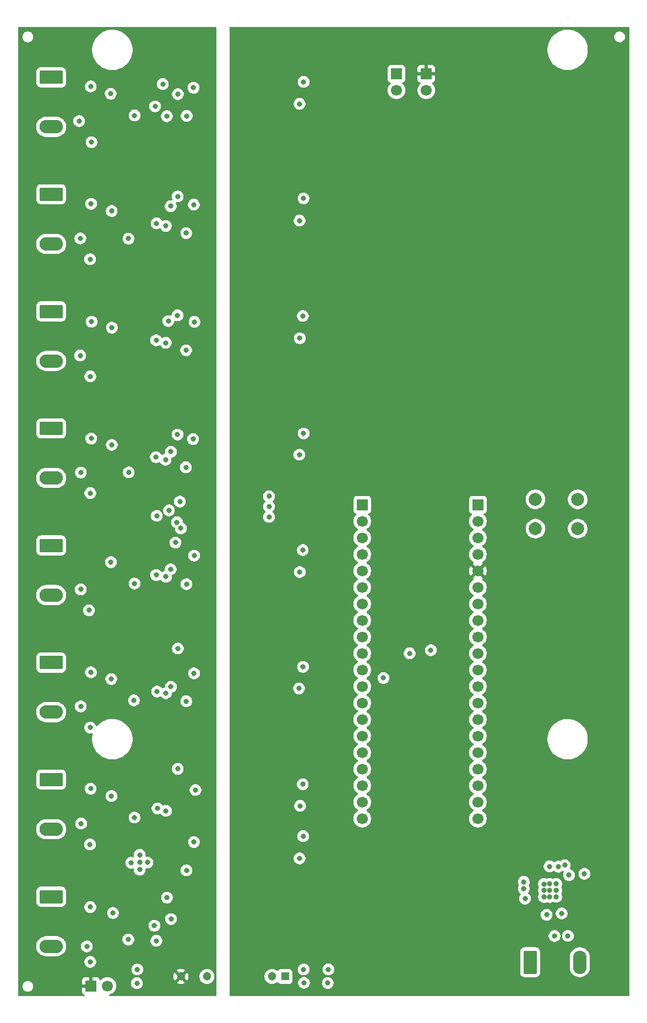
<source format=gbr>
%TF.GenerationSoftware,KiCad,Pcbnew,9.0.5*%
%TF.CreationDate,2025-12-25T13:02:37+01:00*%
%TF.ProjectId,leak_current_detector,6c65616b-5f63-4757-9272-656e745f6465,0.1*%
%TF.SameCoordinates,Original*%
%TF.FileFunction,Copper,L3,Inr*%
%TF.FilePolarity,Positive*%
%FSLAX46Y46*%
G04 Gerber Fmt 4.6, Leading zero omitted, Abs format (unit mm)*
G04 Created by KiCad (PCBNEW 9.0.5) date 2025-12-25 13:02:37*
%MOMM*%
%LPD*%
G01*
G04 APERTURE LIST*
G04 Aperture macros list*
%AMRoundRect*
0 Rectangle with rounded corners*
0 $1 Rounding radius*
0 $2 $3 $4 $5 $6 $7 $8 $9 X,Y pos of 4 corners*
0 Add a 4 corners polygon primitive as box body*
4,1,4,$2,$3,$4,$5,$6,$7,$8,$9,$2,$3,0*
0 Add four circle primitives for the rounded corners*
1,1,$1+$1,$2,$3*
1,1,$1+$1,$4,$5*
1,1,$1+$1,$6,$7*
1,1,$1+$1,$8,$9*
0 Add four rect primitives between the rounded corners*
20,1,$1+$1,$2,$3,$4,$5,0*
20,1,$1+$1,$4,$5,$6,$7,0*
20,1,$1+$1,$6,$7,$8,$9,0*
20,1,$1+$1,$8,$9,$2,$3,0*%
G04 Aperture macros list end*
%TA.AperFunction,ComponentPad*%
%ADD10RoundRect,0.250001X-1.549999X0.799999X-1.549999X-0.799999X1.549999X-0.799999X1.549999X0.799999X0*%
%TD*%
%TA.AperFunction,ComponentPad*%
%ADD11O,3.600000X2.100000*%
%TD*%
%TA.AperFunction,ComponentPad*%
%ADD12RoundRect,0.250001X-0.799999X-1.549999X0.799999X-1.549999X0.799999X1.549999X-0.799999X1.549999X0*%
%TD*%
%TA.AperFunction,ComponentPad*%
%ADD13O,2.100000X3.600000*%
%TD*%
%TA.AperFunction,ComponentPad*%
%ADD14R,1.700000X1.700000*%
%TD*%
%TA.AperFunction,ComponentPad*%
%ADD15C,1.700000*%
%TD*%
%TA.AperFunction,ComponentPad*%
%ADD16C,2.000000*%
%TD*%
%TA.AperFunction,ComponentPad*%
%ADD17R,1.303000X1.303000*%
%TD*%
%TA.AperFunction,ComponentPad*%
%ADD18C,1.303000*%
%TD*%
%TA.AperFunction,ViaPad*%
%ADD19C,0.800000*%
%TD*%
G04 APERTURE END LIST*
D10*
%TO.N,/FEE_4/signal*%
%TO.C,J4*%
X30602500Y-87215000D03*
D11*
%TO.N,Net-(J4-Pin_2)*%
X30602500Y-94835000D03*
%TD*%
D10*
%TO.N,/FEE_3/signal*%
%TO.C,J3*%
X30602500Y-69215000D03*
D11*
%TO.N,Net-(J3-Pin_2)*%
X30602500Y-76835000D03*
%TD*%
D12*
%TO.N,GND*%
%TO.C,J9*%
X104255000Y-169302500D03*
D13*
%TO.N,powerIn*%
X111875000Y-169302500D03*
%TD*%
D14*
%TO.N,+3V3A*%
%TO.C,J14*%
X36705000Y-172940000D03*
D15*
%TO.N,GNDA*%
X39245000Y-172940000D03*
%TD*%
D14*
%TO.N,unconnected-(J11-Pin_1-Pad1)*%
%TO.C,J11*%
X96210000Y-98950000D03*
D15*
%TO.N,+5V*%
X96210000Y-101490000D03*
%TO.N,GND*%
X96210000Y-104030000D03*
%TO.N,unconnected-(J11-Pin_4-Pad4)*%
X96210000Y-106570000D03*
%TO.N,+3V3*%
X96210000Y-109110000D03*
%TO.N,unconnected-(J11-Pin_6-Pad6)*%
X96210000Y-111650000D03*
%TO.N,unconnected-(J11-Pin_7-Pad7)*%
X96210000Y-114190000D03*
%TO.N,GND*%
X96210000Y-116730000D03*
%TO.N,unconnected-(J11-Pin_9-Pad9)*%
X96210000Y-119270000D03*
%TO.N,unconnected-(J11-Pin_10-Pad10)*%
X96210000Y-121810000D03*
%TO.N,Net-(J11-Pin_11)*%
X96210000Y-124350000D03*
%TO.N,unconnected-(J11-Pin_12-Pad12)*%
X96210000Y-126890000D03*
%TO.N,unconnected-(J11-Pin_13-Pad13)*%
X96210000Y-129430000D03*
%TO.N,GND*%
X96210000Y-131970000D03*
%TO.N,unconnected-(J11-Pin_15-Pad15)*%
X96210000Y-134510000D03*
%TO.N,unconnected-(J11-Pin_16-Pad16)*%
X96210000Y-137050000D03*
%TO.N,unconnected-(J11-Pin_17-Pad17)*%
X96210000Y-139590000D03*
%TO.N,GND*%
X96210000Y-142130000D03*
%TO.N,unconnected-(J11-Pin_19-Pad19)*%
X96210000Y-144670000D03*
%TO.N,unconnected-(J11-Pin_20-Pad20)*%
X96210000Y-147210000D03*
%TD*%
D10*
%TO.N,/FEE_7/signal*%
%TO.C,J7*%
X30602500Y-141215000D03*
D11*
%TO.N,Net-(J7-Pin_2)*%
X30602500Y-148835000D03*
%TD*%
D14*
%TO.N,+5V*%
%TO.C,J12*%
X83690000Y-32670000D03*
D15*
%TO.N,GND*%
X83690000Y-35210000D03*
%TD*%
D10*
%TO.N,/FEE_1/signal*%
%TO.C,J1*%
X30602500Y-33215000D03*
D11*
%TO.N,Net-(J1-Pin_2)*%
X30602500Y-40835000D03*
%TD*%
D10*
%TO.N,/FEE_2/signal*%
%TO.C,J2*%
X30602500Y-51215000D03*
D11*
%TO.N,Net-(J2-Pin_2)*%
X30602500Y-58835000D03*
%TD*%
D10*
%TO.N,/FEE_6/signal*%
%TO.C,J6*%
X30602500Y-123215000D03*
D11*
%TO.N,Net-(J6-Pin_2)*%
X30602500Y-130835000D03*
%TD*%
D14*
%TO.N,+3V3*%
%TO.C,J13*%
X88280000Y-32670000D03*
D15*
%TO.N,GND*%
X88280000Y-35210000D03*
%TD*%
D16*
%TO.N,Net-(J11-Pin_11)*%
%TO.C,SW1*%
X105060000Y-98120000D03*
X111560000Y-98120000D03*
%TO.N,GND*%
X105060000Y-102620000D03*
X111560000Y-102620000D03*
%TD*%
D10*
%TO.N,/FEE_8/signal*%
%TO.C,J8*%
X30602500Y-159215000D03*
D11*
%TO.N,Net-(J8-Pin_2)*%
X30602500Y-166835000D03*
%TD*%
D14*
%TO.N,relay_0*%
%TO.C,J10*%
X78430000Y-98950000D03*
D15*
%TO.N,relay_1*%
X78430000Y-101490000D03*
%TO.N,GND*%
X78430000Y-104030000D03*
%TO.N,relay_2*%
X78430000Y-106570000D03*
%TO.N,relay_3*%
X78430000Y-109110000D03*
%TO.N,relay_4*%
X78430000Y-111650000D03*
%TO.N,relay_5*%
X78430000Y-114190000D03*
%TO.N,GND*%
X78430000Y-116730000D03*
%TO.N,relay_6*%
X78430000Y-119270000D03*
%TO.N,relay_7*%
X78430000Y-121810000D03*
%TO.N,Net-(J10-Pin_11)*%
X78430000Y-124350000D03*
%TO.N,Net-(J10-Pin_12)*%
X78430000Y-126890000D03*
%TO.N,GND*%
X78430000Y-129430000D03*
%TO.N,Net-(J10-Pin_14)*%
X78430000Y-131970000D03*
%TO.N,unconnected-(J10-Pin_15-Pad15)*%
X78430000Y-134510000D03*
%TO.N,unconnected-(J10-Pin_16-Pad16)*%
X78430000Y-137050000D03*
%TO.N,unconnected-(J10-Pin_17-Pad17)*%
X78430000Y-139590000D03*
%TO.N,GND*%
X78430000Y-142130000D03*
%TO.N,unconnected-(J10-Pin_19-Pad19)*%
X78430000Y-144670000D03*
%TO.N,unconnected-(J10-Pin_20-Pad20)*%
X78430000Y-147210000D03*
%TD*%
D10*
%TO.N,/FEE_5/signal*%
%TO.C,J5*%
X30602500Y-105215000D03*
D11*
%TO.N,Net-(J5-Pin_2)*%
X30602500Y-112835000D03*
%TD*%
D17*
%TO.N,+5V*%
%TO.C,PS2*%
X66550000Y-171490000D03*
D18*
%TO.N,GND*%
X64550000Y-171490000D03*
%TO.N,GNDA*%
X54550000Y-171490000D03*
%TO.N,+3V3A*%
X50550000Y-171490000D03*
%TD*%
D19*
%TO.N,GNDA*%
X48710000Y-99810000D03*
X34890000Y-39950000D03*
X52550000Y-150820000D03*
X50390000Y-98470000D03*
X46580000Y-37690000D03*
X36810000Y-70800000D03*
X44200000Y-152780000D03*
X44200000Y-153960000D03*
X48970000Y-108870000D03*
X42480000Y-58020000D03*
X52420000Y-88840000D03*
X46690000Y-91620000D03*
X52630000Y-70840000D03*
X51360000Y-57180000D03*
X36080000Y-166870000D03*
X48240000Y-110020000D03*
X48980000Y-53040000D03*
X36620000Y-79210000D03*
X44200000Y-155060000D03*
X43420000Y-111070000D03*
X36670000Y-142610000D03*
X42910000Y-154000000D03*
X36740000Y-52680000D03*
X49020000Y-162660000D03*
X46460000Y-163680000D03*
X35160000Y-93990000D03*
X36410000Y-115170000D03*
X49010000Y-90800000D03*
X49950000Y-101650000D03*
X39920000Y-89740000D03*
X51307250Y-93187250D03*
X46740000Y-109750000D03*
X46890000Y-127670000D03*
X42450000Y-165810000D03*
X51400000Y-155170000D03*
X51400000Y-111160000D03*
X46740000Y-73660000D03*
X51350000Y-75200000D03*
X36620000Y-160820000D03*
X49010000Y-126940000D03*
X36800000Y-43200000D03*
X48220000Y-74040000D03*
X39870000Y-143740000D03*
X43840000Y-170410000D03*
X48230000Y-56080000D03*
X35050000Y-75990000D03*
X36680000Y-34620000D03*
X43320000Y-129020000D03*
X43780000Y-172520000D03*
X36760000Y-88760000D03*
X39790000Y-107790000D03*
X39940000Y-71720000D03*
X52570000Y-124880000D03*
X43430000Y-39080000D03*
X52490000Y-34820000D03*
X40100000Y-161720000D03*
X46780000Y-166000000D03*
X39750000Y-35750000D03*
X35080000Y-57990000D03*
X35150000Y-129970000D03*
X48240000Y-146010000D03*
X39900000Y-53770000D03*
X36570000Y-151190000D03*
X36710000Y-124710000D03*
X36590000Y-61190000D03*
X39830000Y-125740000D03*
X51370000Y-129170000D03*
X35150000Y-111970000D03*
X52790000Y-142817250D03*
X42520000Y-93960000D03*
X50530000Y-102570000D03*
X51440000Y-39160000D03*
X46800000Y-55680000D03*
X48385000Y-39190000D03*
X48240000Y-127930000D03*
X45380000Y-153960000D03*
X48610000Y-70710000D03*
X52590000Y-106780000D03*
X36620000Y-169240000D03*
X48180000Y-92020000D03*
X46940000Y-145650000D03*
X35200000Y-147970000D03*
X36600000Y-133220000D03*
X43410000Y-147050000D03*
X50080000Y-35810000D03*
X36610000Y-97160000D03*
X52530000Y-52800000D03*
%TO.N,GND*%
X108260000Y-158260000D03*
X69320000Y-123880000D03*
X68780000Y-153330000D03*
X68760000Y-91250000D03*
X88980000Y-121320000D03*
X69280000Y-141940000D03*
X108000000Y-165260000D03*
X69420000Y-33910000D03*
X81690000Y-125590000D03*
X69410000Y-87980000D03*
X106360000Y-158260000D03*
X68790000Y-55260000D03*
X106360000Y-157270000D03*
X103270000Y-158020000D03*
X107240000Y-159260000D03*
X108260000Y-159240000D03*
X106370000Y-159260000D03*
X112600000Y-155700000D03*
X69280000Y-105920000D03*
X108260000Y-157250000D03*
X73220000Y-170400000D03*
X68710000Y-127200000D03*
X69350000Y-149910000D03*
X69300000Y-69920000D03*
X68790000Y-37310000D03*
X68820000Y-73340000D03*
X107240000Y-158260000D03*
X110050000Y-165250000D03*
X107240000Y-157260000D03*
X68820000Y-109300000D03*
X103460000Y-159530000D03*
X68880000Y-145250000D03*
X69400000Y-51840000D03*
X73120000Y-172490000D03*
X103270000Y-156940000D03*
%TO.N,powerIn*%
X109097500Y-161790000D03*
X106767500Y-161990000D03*
%TO.N,+5V*%
X69420000Y-170410000D03*
X108577500Y-154600000D03*
X110217500Y-155900000D03*
X107227500Y-154570000D03*
X109567500Y-154370000D03*
X69470000Y-172460000D03*
%TO.N,+3V3A*%
X54830000Y-75200000D03*
X38540000Y-38510000D03*
X54790000Y-155150000D03*
X38470000Y-94030000D03*
X54710000Y-57210000D03*
X45210000Y-162940000D03*
X45170000Y-126830000D03*
X54820000Y-147190000D03*
X45170000Y-144850000D03*
X38570000Y-56450000D03*
X47500000Y-172510000D03*
X52570000Y-153310000D03*
X38520000Y-58050000D03*
X54740000Y-129200000D03*
X45220000Y-108820000D03*
X52750000Y-55310000D03*
X53740000Y-102780000D03*
X38480000Y-92240000D03*
X45700000Y-129100000D03*
X45770000Y-147110000D03*
X38520000Y-166040000D03*
X38560000Y-112030000D03*
X45820000Y-57120000D03*
X54760000Y-93160000D03*
X38520000Y-148030000D03*
X38560000Y-76000000D03*
X52670000Y-127390000D03*
X45230000Y-165940000D03*
X54750000Y-111160000D03*
X52510000Y-73320000D03*
X38510000Y-130030000D03*
X52390000Y-109320000D03*
X47500000Y-170490000D03*
X45190000Y-54950000D03*
X38570000Y-110540000D03*
X52450000Y-91370000D03*
X45180000Y-36930000D03*
X38560000Y-74360000D03*
X38540000Y-128360000D03*
X45640000Y-75140000D03*
X52920000Y-100160000D03*
X45710000Y-111140000D03*
X45690000Y-93130000D03*
X54770000Y-39170000D03*
X45180000Y-72980000D03*
X45170000Y-90910000D03*
X45855000Y-40120000D03*
X52800000Y-145357250D03*
X38520000Y-164630000D03*
X38640000Y-146490000D03*
X38640000Y-40040000D03*
X52570000Y-37360000D03*
%TO.N,relay_7*%
X85720000Y-121800000D03*
%TO.N,Net-(J10-Pin_11)*%
X64090000Y-100810000D03*
%TO.N,Net-(J10-Pin_12)*%
X64090000Y-99230000D03*
%TO.N,Net-(J10-Pin_14)*%
X64090000Y-97660000D03*
%TO.N,+3V3*%
X61900000Y-153330000D03*
X62130000Y-55370000D03*
X101450000Y-124330000D03*
X62090000Y-127360000D03*
X73110000Y-131960000D03*
X62050000Y-91380000D03*
X61920000Y-73320000D03*
X73040000Y-126880000D03*
X73070000Y-124360000D03*
X61950000Y-109340000D03*
X61970000Y-145350000D03*
X62000000Y-37390000D03*
%TO.N,OUT*%
X50040000Y-51540000D03*
X47760000Y-34260000D03*
X49710000Y-104760000D03*
X46830000Y-100650000D03*
X50020000Y-69820000D03*
X50020000Y-88150000D03*
X48400000Y-159360000D03*
X50070000Y-121060000D03*
X50060000Y-139570000D03*
%TD*%
%TA.AperFunction,Conductor*%
%TO.N,+3V3*%
G36*
X119442539Y-25520185D02*
G01*
X119488294Y-25572989D01*
X119499500Y-25624500D01*
X119499500Y-174375500D01*
X119479815Y-174442539D01*
X119427011Y-174488294D01*
X119375500Y-174499500D01*
X58123954Y-174499500D01*
X58056915Y-174479815D01*
X58011160Y-174427011D01*
X57999954Y-174375500D01*
X57999954Y-171399330D01*
X63398000Y-171399330D01*
X63398000Y-171580669D01*
X63415632Y-171691990D01*
X63426366Y-171759761D01*
X63482400Y-171932214D01*
X63564721Y-172093779D01*
X63671304Y-172240477D01*
X63799523Y-172368696D01*
X63946221Y-172475279D01*
X64107786Y-172557600D01*
X64280239Y-172613634D01*
X64347400Y-172624271D01*
X64459331Y-172642000D01*
X64459336Y-172642000D01*
X64640669Y-172642000D01*
X64740162Y-172626241D01*
X64819761Y-172613634D01*
X64992214Y-172557600D01*
X65153779Y-172475279D01*
X65294137Y-172373301D01*
X65359943Y-172349821D01*
X65427997Y-172365646D01*
X65466289Y-172399307D01*
X65540955Y-172499047D01*
X65656164Y-172585293D01*
X65656171Y-172585297D01*
X65791017Y-172635591D01*
X65791016Y-172635591D01*
X65797944Y-172636335D01*
X65850627Y-172642000D01*
X67249372Y-172641999D01*
X67308983Y-172635591D01*
X67443831Y-172585296D01*
X67559046Y-172499046D01*
X67645296Y-172383831D01*
X67649968Y-172371304D01*
X68569500Y-172371304D01*
X68569500Y-172548695D01*
X68604103Y-172722658D01*
X68604106Y-172722667D01*
X68671983Y-172886540D01*
X68671990Y-172886553D01*
X68770535Y-173034034D01*
X68770538Y-173034038D01*
X68895961Y-173159461D01*
X68895965Y-173159464D01*
X69043446Y-173258009D01*
X69043459Y-173258016D01*
X69115880Y-173288013D01*
X69207334Y-173325894D01*
X69207336Y-173325894D01*
X69207341Y-173325896D01*
X69381304Y-173360499D01*
X69381307Y-173360500D01*
X69381309Y-173360500D01*
X69558693Y-173360500D01*
X69558694Y-173360499D01*
X69616682Y-173348964D01*
X69732658Y-173325896D01*
X69732661Y-173325894D01*
X69732666Y-173325894D01*
X69896547Y-173258013D01*
X70044035Y-173159464D01*
X70169464Y-173034035D01*
X70268013Y-172886547D01*
X70335894Y-172722666D01*
X70353215Y-172635591D01*
X70358964Y-172606682D01*
X70370500Y-172548691D01*
X70370500Y-172401304D01*
X72219500Y-172401304D01*
X72219500Y-172578695D01*
X72254103Y-172752658D01*
X72254106Y-172752667D01*
X72321983Y-172916540D01*
X72321990Y-172916553D01*
X72420535Y-173064034D01*
X72420538Y-173064038D01*
X72545961Y-173189461D01*
X72545965Y-173189464D01*
X72693446Y-173288009D01*
X72693459Y-173288016D01*
X72816363Y-173338923D01*
X72857334Y-173355894D01*
X72857336Y-173355894D01*
X72857341Y-173355896D01*
X73031304Y-173390499D01*
X73031307Y-173390500D01*
X73031309Y-173390500D01*
X73208693Y-173390500D01*
X73208694Y-173390499D01*
X73266682Y-173378964D01*
X73382658Y-173355896D01*
X73382661Y-173355894D01*
X73382666Y-173355894D01*
X73546547Y-173288013D01*
X73694035Y-173189464D01*
X73819464Y-173064035D01*
X73918013Y-172916547D01*
X73985894Y-172752666D01*
X73991862Y-172722667D01*
X74020499Y-172578695D01*
X74020500Y-172578693D01*
X74020500Y-172401306D01*
X74020499Y-172401304D01*
X73985896Y-172227341D01*
X73985893Y-172227332D01*
X73918016Y-172063459D01*
X73918009Y-172063446D01*
X73819464Y-171915965D01*
X73819461Y-171915961D01*
X73694038Y-171790538D01*
X73694034Y-171790535D01*
X73546553Y-171691990D01*
X73546540Y-171691983D01*
X73382667Y-171624106D01*
X73382658Y-171624103D01*
X73208694Y-171589500D01*
X73208691Y-171589500D01*
X73031309Y-171589500D01*
X73031306Y-171589500D01*
X72857341Y-171624103D01*
X72857332Y-171624106D01*
X72693459Y-171691983D01*
X72693446Y-171691990D01*
X72545965Y-171790535D01*
X72545961Y-171790538D01*
X72420538Y-171915961D01*
X72420535Y-171915965D01*
X72321990Y-172063446D01*
X72321983Y-172063459D01*
X72254106Y-172227332D01*
X72254103Y-172227341D01*
X72219500Y-172401304D01*
X70370500Y-172401304D01*
X70370500Y-172371309D01*
X70370500Y-172371306D01*
X70370499Y-172371304D01*
X70335896Y-172197341D01*
X70335893Y-172197332D01*
X70332600Y-172189383D01*
X70280442Y-172063459D01*
X70268016Y-172033459D01*
X70268009Y-172033446D01*
X70169464Y-171885965D01*
X70169461Y-171885961D01*
X70044038Y-171760538D01*
X70044034Y-171760535D01*
X69896553Y-171661990D01*
X69896540Y-171661983D01*
X69732667Y-171594106D01*
X69732658Y-171594103D01*
X69558694Y-171559500D01*
X69558691Y-171559500D01*
X69381309Y-171559500D01*
X69381306Y-171559500D01*
X69207341Y-171594103D01*
X69207332Y-171594106D01*
X69043459Y-171661983D01*
X69043446Y-171661990D01*
X68895965Y-171760535D01*
X68895961Y-171760538D01*
X68770538Y-171885961D01*
X68770535Y-171885965D01*
X68671990Y-172033446D01*
X68671983Y-172033459D01*
X68604106Y-172197332D01*
X68604103Y-172197341D01*
X68569500Y-172371304D01*
X67649968Y-172371304D01*
X67695591Y-172248983D01*
X67702000Y-172189373D01*
X67701999Y-170790628D01*
X67695591Y-170731017D01*
X67664510Y-170647685D01*
X67645297Y-170596171D01*
X67645293Y-170596164D01*
X67559047Y-170480956D01*
X67559048Y-170480956D01*
X67559046Y-170480954D01*
X67443831Y-170394704D01*
X67443828Y-170394702D01*
X67308982Y-170344408D01*
X67308983Y-170344408D01*
X67249383Y-170338001D01*
X67249381Y-170338000D01*
X67249373Y-170338000D01*
X67249364Y-170338000D01*
X65850629Y-170338000D01*
X65850623Y-170338001D01*
X65791016Y-170344408D01*
X65656171Y-170394702D01*
X65656164Y-170394706D01*
X65540955Y-170480952D01*
X65466289Y-170580692D01*
X65410355Y-170622562D01*
X65340663Y-170627546D01*
X65294137Y-170606698D01*
X65279645Y-170596169D01*
X65153779Y-170504721D01*
X64992214Y-170422400D01*
X64819761Y-170366366D01*
X64819759Y-170366365D01*
X64819757Y-170366365D01*
X64640669Y-170338000D01*
X64640664Y-170338000D01*
X64459336Y-170338000D01*
X64459331Y-170338000D01*
X64280242Y-170366365D01*
X64107783Y-170422401D01*
X63946220Y-170504721D01*
X63862523Y-170565531D01*
X63799523Y-170611304D01*
X63799521Y-170611306D01*
X63799520Y-170611306D01*
X63671306Y-170739520D01*
X63671306Y-170739521D01*
X63671304Y-170739523D01*
X63634174Y-170790628D01*
X63564721Y-170886220D01*
X63482401Y-171047783D01*
X63426365Y-171220242D01*
X63398000Y-171399330D01*
X57999954Y-171399330D01*
X57999954Y-170321304D01*
X68519500Y-170321304D01*
X68519500Y-170498695D01*
X68554103Y-170672658D01*
X68554106Y-170672667D01*
X68621983Y-170836540D01*
X68621990Y-170836553D01*
X68720535Y-170984034D01*
X68720538Y-170984038D01*
X68845961Y-171109461D01*
X68845965Y-171109464D01*
X68993446Y-171208009D01*
X68993459Y-171208016D01*
X69058992Y-171235160D01*
X69157334Y-171275894D01*
X69157336Y-171275894D01*
X69157341Y-171275896D01*
X69331304Y-171310499D01*
X69331307Y-171310500D01*
X69331309Y-171310500D01*
X69508693Y-171310500D01*
X69508694Y-171310499D01*
X69566682Y-171298964D01*
X69682658Y-171275896D01*
X69682661Y-171275894D01*
X69682666Y-171275894D01*
X69846547Y-171208013D01*
X69994035Y-171109464D01*
X70119464Y-170984035D01*
X70218013Y-170836547D01*
X70285894Y-170672666D01*
X70287884Y-170662666D01*
X70308964Y-170556682D01*
X70320500Y-170498691D01*
X70320500Y-170321309D01*
X70318510Y-170311304D01*
X72319500Y-170311304D01*
X72319500Y-170488695D01*
X72354103Y-170662658D01*
X72354106Y-170662667D01*
X72421983Y-170826540D01*
X72421990Y-170826553D01*
X72520535Y-170974034D01*
X72520538Y-170974038D01*
X72645961Y-171099461D01*
X72645965Y-171099464D01*
X72793446Y-171198009D01*
X72793459Y-171198016D01*
X72916363Y-171248923D01*
X72957334Y-171265894D01*
X72957336Y-171265894D01*
X72957341Y-171265896D01*
X73131304Y-171300499D01*
X73131307Y-171300500D01*
X73131309Y-171300500D01*
X73308693Y-171300500D01*
X73308694Y-171300499D01*
X73366682Y-171288964D01*
X73482658Y-171265896D01*
X73482661Y-171265894D01*
X73482666Y-171265894D01*
X73646547Y-171198013D01*
X73794035Y-171099464D01*
X73919464Y-170974035D01*
X74018013Y-170826547D01*
X74085894Y-170662666D01*
X74120500Y-170488691D01*
X74120500Y-170311309D01*
X74120500Y-170311306D01*
X74120499Y-170311304D01*
X74085896Y-170137341D01*
X74085893Y-170137332D01*
X74018016Y-169973459D01*
X74018009Y-169973446D01*
X73919464Y-169825965D01*
X73919461Y-169825961D01*
X73794038Y-169700538D01*
X73794034Y-169700535D01*
X73646553Y-169601990D01*
X73646540Y-169601983D01*
X73482667Y-169534106D01*
X73482658Y-169534103D01*
X73308694Y-169499500D01*
X73308691Y-169499500D01*
X73131309Y-169499500D01*
X73131306Y-169499500D01*
X72957341Y-169534103D01*
X72957332Y-169534106D01*
X72793459Y-169601983D01*
X72793446Y-169601990D01*
X72645965Y-169700535D01*
X72645961Y-169700538D01*
X72520538Y-169825961D01*
X72520535Y-169825965D01*
X72421990Y-169973446D01*
X72421983Y-169973459D01*
X72354106Y-170137332D01*
X72354103Y-170137341D01*
X72319500Y-170311304D01*
X70318510Y-170311304D01*
X70311617Y-170276654D01*
X70285896Y-170147341D01*
X70285893Y-170147332D01*
X70218016Y-169983459D01*
X70218009Y-169983446D01*
X70119464Y-169835965D01*
X70119461Y-169835961D01*
X69994038Y-169710538D01*
X69994034Y-169710535D01*
X69846553Y-169611990D01*
X69846540Y-169611983D01*
X69682667Y-169544106D01*
X69682658Y-169544103D01*
X69508694Y-169509500D01*
X69508691Y-169509500D01*
X69331309Y-169509500D01*
X69331306Y-169509500D01*
X69157341Y-169544103D01*
X69157332Y-169544106D01*
X68993459Y-169611983D01*
X68993446Y-169611990D01*
X68845965Y-169710535D01*
X68845961Y-169710538D01*
X68720538Y-169835961D01*
X68720535Y-169835965D01*
X68621990Y-169983446D01*
X68621983Y-169983459D01*
X68554106Y-170147332D01*
X68554103Y-170147341D01*
X68519500Y-170321304D01*
X57999954Y-170321304D01*
X57999954Y-167702484D01*
X102704500Y-167702484D01*
X102704500Y-170902515D01*
X102715000Y-171005295D01*
X102715001Y-171005297D01*
X102733983Y-171062581D01*
X102770186Y-171171835D01*
X102770187Y-171171837D01*
X102862286Y-171321151D01*
X102862289Y-171321155D01*
X102986344Y-171445210D01*
X102986348Y-171445213D01*
X103135662Y-171537312D01*
X103135664Y-171537313D01*
X103135666Y-171537314D01*
X103302203Y-171592499D01*
X103404992Y-171603000D01*
X103404997Y-171603000D01*
X105105003Y-171603000D01*
X105105008Y-171603000D01*
X105207797Y-171592499D01*
X105374334Y-171537314D01*
X105523655Y-171445211D01*
X105647711Y-171321155D01*
X105739814Y-171171834D01*
X105794999Y-171005297D01*
X105805500Y-170902508D01*
X105805500Y-168430473D01*
X110324500Y-168430473D01*
X110324500Y-170174526D01*
X110354884Y-170366365D01*
X110362679Y-170415576D01*
X110438096Y-170647685D01*
X110534322Y-170836540D01*
X110548896Y-170865142D01*
X110692339Y-171062576D01*
X110692343Y-171062581D01*
X110864918Y-171235156D01*
X110864923Y-171235160D01*
X110983286Y-171321155D01*
X111062361Y-171378606D01*
X111279815Y-171489404D01*
X111511924Y-171564821D01*
X111752973Y-171603000D01*
X111752974Y-171603000D01*
X111997026Y-171603000D01*
X111997027Y-171603000D01*
X112238076Y-171564821D01*
X112470185Y-171489404D01*
X112687639Y-171378606D01*
X112885083Y-171235155D01*
X113057655Y-171062583D01*
X113201106Y-170865139D01*
X113311904Y-170647685D01*
X113387321Y-170415576D01*
X113425500Y-170174527D01*
X113425500Y-168430473D01*
X113387321Y-168189424D01*
X113311904Y-167957315D01*
X113201106Y-167739861D01*
X113173950Y-167702484D01*
X113057660Y-167542423D01*
X113057656Y-167542418D01*
X112885081Y-167369843D01*
X112885076Y-167369839D01*
X112687642Y-167226396D01*
X112687641Y-167226395D01*
X112687639Y-167226394D01*
X112470185Y-167115596D01*
X112238076Y-167040179D01*
X112238074Y-167040178D01*
X112238072Y-167040178D01*
X112063320Y-167012500D01*
X111997027Y-167002000D01*
X111752973Y-167002000D01*
X111697093Y-167010850D01*
X111511927Y-167040178D01*
X111279812Y-167115597D01*
X111062357Y-167226396D01*
X110864923Y-167369839D01*
X110864918Y-167369843D01*
X110692343Y-167542418D01*
X110692339Y-167542423D01*
X110548896Y-167739857D01*
X110438097Y-167957312D01*
X110362678Y-168189427D01*
X110324500Y-168430473D01*
X105805500Y-168430473D01*
X105805500Y-167702492D01*
X105794999Y-167599703D01*
X105739814Y-167433166D01*
X105647711Y-167283845D01*
X105523655Y-167159789D01*
X105523651Y-167159786D01*
X105374337Y-167067687D01*
X105374335Y-167067686D01*
X105291065Y-167040093D01*
X105207797Y-167012501D01*
X105207795Y-167012500D01*
X105105015Y-167002000D01*
X105105008Y-167002000D01*
X103404992Y-167002000D01*
X103404984Y-167002000D01*
X103302204Y-167012500D01*
X103302203Y-167012501D01*
X103135664Y-167067686D01*
X103135662Y-167067687D01*
X102986348Y-167159786D01*
X102986344Y-167159789D01*
X102862289Y-167283844D01*
X102862286Y-167283848D01*
X102770187Y-167433162D01*
X102770186Y-167433164D01*
X102715001Y-167599703D01*
X102715000Y-167599704D01*
X102704500Y-167702484D01*
X57999954Y-167702484D01*
X57999954Y-165171304D01*
X107099500Y-165171304D01*
X107099500Y-165348695D01*
X107134103Y-165522658D01*
X107134106Y-165522667D01*
X107201983Y-165686540D01*
X107201990Y-165686553D01*
X107300535Y-165834034D01*
X107300538Y-165834038D01*
X107425961Y-165959461D01*
X107425965Y-165959464D01*
X107573446Y-166058009D01*
X107573459Y-166058016D01*
X107696363Y-166108923D01*
X107737334Y-166125894D01*
X107737336Y-166125894D01*
X107737341Y-166125896D01*
X107911304Y-166160499D01*
X107911307Y-166160500D01*
X107911309Y-166160500D01*
X108088693Y-166160500D01*
X108088694Y-166160499D01*
X108146682Y-166148964D01*
X108262658Y-166125896D01*
X108262661Y-166125894D01*
X108262666Y-166125894D01*
X108426547Y-166058013D01*
X108574035Y-165959464D01*
X108699464Y-165834035D01*
X108798013Y-165686547D01*
X108865894Y-165522666D01*
X108867884Y-165512666D01*
X108900499Y-165348695D01*
X108900500Y-165348693D01*
X108900500Y-165171311D01*
X108900498Y-165171300D01*
X108898510Y-165161304D01*
X109149500Y-165161304D01*
X109149500Y-165338695D01*
X109184103Y-165512658D01*
X109184106Y-165512667D01*
X109251983Y-165676540D01*
X109251990Y-165676553D01*
X109350535Y-165824034D01*
X109350538Y-165824038D01*
X109475961Y-165949461D01*
X109475965Y-165949464D01*
X109623446Y-166048009D01*
X109623459Y-166048016D01*
X109746363Y-166098923D01*
X109787334Y-166115894D01*
X109787336Y-166115894D01*
X109787341Y-166115896D01*
X109961304Y-166150499D01*
X109961307Y-166150500D01*
X109961309Y-166150500D01*
X110138693Y-166150500D01*
X110138694Y-166150499D01*
X110196682Y-166138964D01*
X110312658Y-166115896D01*
X110312661Y-166115894D01*
X110312666Y-166115894D01*
X110476547Y-166048013D01*
X110624035Y-165949464D01*
X110749464Y-165824035D01*
X110848013Y-165676547D01*
X110915894Y-165512666D01*
X110950500Y-165338691D01*
X110950500Y-165161309D01*
X110950500Y-165161306D01*
X110950499Y-165161304D01*
X110915896Y-164987341D01*
X110915893Y-164987332D01*
X110848016Y-164823459D01*
X110848009Y-164823446D01*
X110749464Y-164675965D01*
X110749461Y-164675961D01*
X110624038Y-164550538D01*
X110624034Y-164550535D01*
X110476553Y-164451990D01*
X110476540Y-164451983D01*
X110312667Y-164384106D01*
X110312658Y-164384103D01*
X110138694Y-164349500D01*
X110138691Y-164349500D01*
X109961309Y-164349500D01*
X109961306Y-164349500D01*
X109787341Y-164384103D01*
X109787332Y-164384106D01*
X109623459Y-164451983D01*
X109623446Y-164451990D01*
X109475965Y-164550535D01*
X109475961Y-164550538D01*
X109350538Y-164675961D01*
X109350535Y-164675965D01*
X109251990Y-164823446D01*
X109251983Y-164823459D01*
X109184106Y-164987332D01*
X109184103Y-164987341D01*
X109149500Y-165161304D01*
X108898510Y-165161304D01*
X108865896Y-164997341D01*
X108865893Y-164997332D01*
X108798016Y-164833459D01*
X108798009Y-164833446D01*
X108699464Y-164685965D01*
X108699461Y-164685961D01*
X108574038Y-164560538D01*
X108574034Y-164560535D01*
X108426553Y-164461990D01*
X108426540Y-164461983D01*
X108262667Y-164394106D01*
X108262658Y-164394103D01*
X108088694Y-164359500D01*
X108088691Y-164359500D01*
X107911309Y-164359500D01*
X107911306Y-164359500D01*
X107737341Y-164394103D01*
X107737332Y-164394106D01*
X107573459Y-164461983D01*
X107573446Y-164461990D01*
X107425965Y-164560535D01*
X107425961Y-164560538D01*
X107300538Y-164685961D01*
X107300535Y-164685965D01*
X107201990Y-164833446D01*
X107201983Y-164833459D01*
X107134106Y-164997332D01*
X107134103Y-164997341D01*
X107099500Y-165171304D01*
X57999954Y-165171304D01*
X57999954Y-161901304D01*
X105867000Y-161901304D01*
X105867000Y-162078695D01*
X105901603Y-162252658D01*
X105901606Y-162252667D01*
X105969483Y-162416540D01*
X105969490Y-162416553D01*
X106068035Y-162564034D01*
X106068038Y-162564038D01*
X106193461Y-162689461D01*
X106193465Y-162689464D01*
X106340946Y-162788009D01*
X106340959Y-162788016D01*
X106463863Y-162838923D01*
X106504834Y-162855894D01*
X106504836Y-162855894D01*
X106504841Y-162855896D01*
X106678804Y-162890499D01*
X106678807Y-162890500D01*
X106678809Y-162890500D01*
X106856193Y-162890500D01*
X106856194Y-162890499D01*
X106914182Y-162878964D01*
X107030158Y-162855896D01*
X107030161Y-162855894D01*
X107030166Y-162855894D01*
X107194047Y-162788013D01*
X107341535Y-162689464D01*
X107466964Y-162564035D01*
X107565513Y-162416547D01*
X107633394Y-162252666D01*
X107640578Y-162216553D01*
X107667999Y-162078695D01*
X107668000Y-162078693D01*
X107668000Y-161901306D01*
X107667999Y-161901304D01*
X107633395Y-161727339D01*
X107633394Y-161727334D01*
X107622612Y-161701304D01*
X108197000Y-161701304D01*
X108197000Y-161878695D01*
X108231603Y-162052658D01*
X108231606Y-162052667D01*
X108299483Y-162216540D01*
X108299490Y-162216553D01*
X108398035Y-162364034D01*
X108398038Y-162364038D01*
X108523461Y-162489461D01*
X108523465Y-162489464D01*
X108670946Y-162588009D01*
X108670959Y-162588016D01*
X108793863Y-162638923D01*
X108834834Y-162655894D01*
X108834836Y-162655894D01*
X108834841Y-162655896D01*
X109008804Y-162690499D01*
X109008807Y-162690500D01*
X109008809Y-162690500D01*
X109186193Y-162690500D01*
X109186194Y-162690499D01*
X109244182Y-162678964D01*
X109360158Y-162655896D01*
X109360161Y-162655894D01*
X109360166Y-162655894D01*
X109524047Y-162588013D01*
X109671535Y-162489464D01*
X109796964Y-162364035D01*
X109895513Y-162216547D01*
X109963394Y-162052666D01*
X109998000Y-161878691D01*
X109998000Y-161701309D01*
X109998000Y-161701306D01*
X109997999Y-161701304D01*
X109963396Y-161527341D01*
X109963393Y-161527332D01*
X109895516Y-161363459D01*
X109895509Y-161363446D01*
X109796964Y-161215965D01*
X109796961Y-161215961D01*
X109671538Y-161090538D01*
X109671534Y-161090535D01*
X109524053Y-160991990D01*
X109524040Y-160991983D01*
X109360167Y-160924106D01*
X109360158Y-160924103D01*
X109186194Y-160889500D01*
X109186191Y-160889500D01*
X109008809Y-160889500D01*
X109008806Y-160889500D01*
X108834841Y-160924103D01*
X108834832Y-160924106D01*
X108670959Y-160991983D01*
X108670946Y-160991990D01*
X108523465Y-161090535D01*
X108523461Y-161090538D01*
X108398038Y-161215961D01*
X108398035Y-161215965D01*
X108299490Y-161363446D01*
X108299483Y-161363459D01*
X108231606Y-161527332D01*
X108231603Y-161527341D01*
X108197000Y-161701304D01*
X107622612Y-161701304D01*
X107565516Y-161563459D01*
X107565509Y-161563446D01*
X107466964Y-161415965D01*
X107466961Y-161415961D01*
X107341538Y-161290538D01*
X107341534Y-161290535D01*
X107194053Y-161191990D01*
X107194040Y-161191983D01*
X107030167Y-161124106D01*
X107030158Y-161124103D01*
X106856194Y-161089500D01*
X106856191Y-161089500D01*
X106678809Y-161089500D01*
X106678806Y-161089500D01*
X106504841Y-161124103D01*
X106504832Y-161124106D01*
X106340959Y-161191983D01*
X106340946Y-161191990D01*
X106193465Y-161290535D01*
X106193461Y-161290538D01*
X106068038Y-161415961D01*
X106068035Y-161415965D01*
X105969490Y-161563446D01*
X105969483Y-161563459D01*
X105901606Y-161727332D01*
X105901603Y-161727341D01*
X105867000Y-161901304D01*
X57999954Y-161901304D01*
X57999954Y-156851304D01*
X102369500Y-156851304D01*
X102369500Y-157028695D01*
X102404103Y-157202658D01*
X102404106Y-157202667D01*
X102471987Y-157366547D01*
X102471988Y-157366550D01*
X102501762Y-157411109D01*
X102522640Y-157477786D01*
X102504156Y-157545166D01*
X102501762Y-157548891D01*
X102471988Y-157593449D01*
X102471987Y-157593452D01*
X102404106Y-157757332D01*
X102404103Y-157757341D01*
X102369500Y-157931304D01*
X102369500Y-158108695D01*
X102404103Y-158282658D01*
X102404106Y-158282667D01*
X102471983Y-158446540D01*
X102471990Y-158446553D01*
X102570535Y-158594034D01*
X102570538Y-158594038D01*
X102695961Y-158719461D01*
X102695965Y-158719464D01*
X102750813Y-158756113D01*
X102795618Y-158809726D01*
X102804325Y-158879051D01*
X102774170Y-158942078D01*
X102769607Y-158946893D01*
X102760535Y-158955964D01*
X102760535Y-158955965D01*
X102661990Y-159103446D01*
X102661983Y-159103459D01*
X102594106Y-159267332D01*
X102594103Y-159267341D01*
X102559500Y-159441304D01*
X102559500Y-159618695D01*
X102594103Y-159792658D01*
X102594106Y-159792667D01*
X102661983Y-159956540D01*
X102661990Y-159956553D01*
X102760535Y-160104034D01*
X102760538Y-160104038D01*
X102885961Y-160229461D01*
X102885965Y-160229464D01*
X103033446Y-160328009D01*
X103033459Y-160328016D01*
X103156363Y-160378923D01*
X103197334Y-160395894D01*
X103197336Y-160395894D01*
X103197341Y-160395896D01*
X103371304Y-160430499D01*
X103371307Y-160430500D01*
X103371309Y-160430500D01*
X103548693Y-160430500D01*
X103548694Y-160430499D01*
X103606682Y-160418964D01*
X103722658Y-160395896D01*
X103722661Y-160395894D01*
X103722666Y-160395894D01*
X103886547Y-160328013D01*
X104034035Y-160229464D01*
X104159464Y-160104035D01*
X104258013Y-159956547D01*
X104325894Y-159792666D01*
X104360500Y-159618691D01*
X104360500Y-159441309D01*
X104360500Y-159441306D01*
X104360499Y-159441304D01*
X104325896Y-159267341D01*
X104325893Y-159267332D01*
X104258016Y-159103459D01*
X104258009Y-159103446D01*
X104159464Y-158955965D01*
X104159461Y-158955961D01*
X104034038Y-158830538D01*
X104034034Y-158830535D01*
X103979185Y-158793886D01*
X103934380Y-158740274D01*
X103925673Y-158670949D01*
X103955827Y-158607921D01*
X103960362Y-158603135D01*
X103969464Y-158594035D01*
X104068013Y-158446547D01*
X104135894Y-158282666D01*
X104170500Y-158108691D01*
X104170500Y-157931309D01*
X104170500Y-157931306D01*
X104170499Y-157931304D01*
X104135896Y-157757341D01*
X104135893Y-157757332D01*
X104135845Y-157757217D01*
X104068013Y-157593453D01*
X104038235Y-157548888D01*
X104017358Y-157482216D01*
X104035841Y-157414835D01*
X104038198Y-157411166D01*
X104068013Y-157366547D01*
X104135894Y-157202666D01*
X104140143Y-157181304D01*
X105459500Y-157181304D01*
X105459500Y-157358695D01*
X105494103Y-157532658D01*
X105494106Y-157532667D01*
X105561987Y-157696547D01*
X105564862Y-157701927D01*
X105563710Y-157702542D01*
X105582571Y-157762799D01*
X105564683Y-157827977D01*
X105564862Y-157828073D01*
X105564441Y-157828859D01*
X105564080Y-157830177D01*
X105562044Y-157833344D01*
X105561987Y-157833452D01*
X105494106Y-157997332D01*
X105494103Y-157997341D01*
X105459500Y-158171304D01*
X105459500Y-158348695D01*
X105494103Y-158522658D01*
X105494106Y-158522667D01*
X105561984Y-158686542D01*
X105561985Y-158686543D01*
X105561987Y-158686547D01*
X105565322Y-158691538D01*
X105570035Y-158698591D01*
X105590913Y-158765268D01*
X105573832Y-158827530D01*
X105574860Y-158828079D01*
X105572440Y-158832605D01*
X105572429Y-158832648D01*
X105572363Y-158832750D01*
X105571983Y-158833460D01*
X105504106Y-158997332D01*
X105504103Y-158997341D01*
X105469500Y-159171304D01*
X105469500Y-159348695D01*
X105504103Y-159522658D01*
X105504106Y-159522667D01*
X105571983Y-159686540D01*
X105571990Y-159686553D01*
X105670535Y-159834034D01*
X105670538Y-159834038D01*
X105795961Y-159959461D01*
X105795965Y-159959464D01*
X105943446Y-160058009D01*
X105943459Y-160058016D01*
X106054559Y-160104034D01*
X106107334Y-160125894D01*
X106107336Y-160125894D01*
X106107341Y-160125896D01*
X106281304Y-160160499D01*
X106281307Y-160160500D01*
X106281309Y-160160500D01*
X106458693Y-160160500D01*
X106458694Y-160160499D01*
X106516682Y-160148964D01*
X106632658Y-160125896D01*
X106632661Y-160125894D01*
X106632666Y-160125894D01*
X106719192Y-160090053D01*
X106757548Y-160074167D01*
X106827017Y-160066698D01*
X106852452Y-160074167D01*
X106924559Y-160104034D01*
X106977334Y-160125894D01*
X106977336Y-160125894D01*
X106977341Y-160125896D01*
X107151304Y-160160499D01*
X107151307Y-160160500D01*
X107151309Y-160160500D01*
X107328693Y-160160500D01*
X107328694Y-160160499D01*
X107386682Y-160148964D01*
X107502658Y-160125896D01*
X107502661Y-160125894D01*
X107502666Y-160125894D01*
X107666547Y-160058013D01*
X107696074Y-160038282D01*
X107762748Y-160017404D01*
X107827992Y-160035301D01*
X107828079Y-160035140D01*
X107828788Y-160035519D01*
X107830129Y-160035887D01*
X107833350Y-160037957D01*
X107833447Y-160038009D01*
X107833453Y-160038013D01*
X107997334Y-160105894D01*
X107997336Y-160105894D01*
X107997341Y-160105896D01*
X108171304Y-160140499D01*
X108171307Y-160140500D01*
X108171309Y-160140500D01*
X108348693Y-160140500D01*
X108348694Y-160140499D01*
X108422125Y-160125893D01*
X108522658Y-160105896D01*
X108522661Y-160105894D01*
X108522666Y-160105894D01*
X108686547Y-160038013D01*
X108834035Y-159939464D01*
X108959464Y-159814035D01*
X109058013Y-159666547D01*
X109125894Y-159502666D01*
X109138100Y-159441306D01*
X109160499Y-159328695D01*
X109160500Y-159328693D01*
X109160500Y-159151306D01*
X109160499Y-159151304D01*
X109125896Y-158977341D01*
X109125893Y-158977332D01*
X109058018Y-158813463D01*
X109055344Y-158808462D01*
X109041097Y-158740060D01*
X109055344Y-158691538D01*
X109058008Y-158686553D01*
X109058013Y-158686547D01*
X109125894Y-158522666D01*
X109141037Y-158446540D01*
X109160499Y-158348695D01*
X109160500Y-158348693D01*
X109160500Y-158171306D01*
X109160499Y-158171304D01*
X109125896Y-157997341D01*
X109125893Y-157997332D01*
X109058016Y-157833459D01*
X109058007Y-157833443D01*
X109051626Y-157823893D01*
X109030746Y-157757217D01*
X109049229Y-157689836D01*
X109051626Y-157686107D01*
X109058007Y-157676556D01*
X109058007Y-157676555D01*
X109058013Y-157676547D01*
X109125894Y-157512666D01*
X109146096Y-157411107D01*
X109160499Y-157338695D01*
X109160500Y-157338693D01*
X109160500Y-157161306D01*
X109160499Y-157161304D01*
X109125896Y-156987341D01*
X109125893Y-156987332D01*
X109058016Y-156823459D01*
X109058009Y-156823446D01*
X108959464Y-156675965D01*
X108959461Y-156675961D01*
X108834038Y-156550538D01*
X108834034Y-156550535D01*
X108686553Y-156451990D01*
X108686540Y-156451983D01*
X108522667Y-156384106D01*
X108522658Y-156384103D01*
X108348694Y-156349500D01*
X108348691Y-156349500D01*
X108171309Y-156349500D01*
X108171306Y-156349500D01*
X107997341Y-156384103D01*
X107997332Y-156384106D01*
X107833460Y-156451983D01*
X107833446Y-156451991D01*
X107811405Y-156466718D01*
X107744727Y-156487594D01*
X107677347Y-156469108D01*
X107673632Y-156466720D01*
X107666555Y-156461992D01*
X107666551Y-156461990D01*
X107666547Y-156461987D01*
X107666543Y-156461985D01*
X107666539Y-156461983D01*
X107502667Y-156394106D01*
X107502658Y-156394103D01*
X107328694Y-156359500D01*
X107328691Y-156359500D01*
X107151309Y-156359500D01*
X107151306Y-156359500D01*
X106977341Y-156394103D01*
X106977332Y-156394106D01*
X106835380Y-156452904D01*
X106765910Y-156460373D01*
X106740476Y-156452904D01*
X106622667Y-156404106D01*
X106622658Y-156404103D01*
X106448694Y-156369500D01*
X106448691Y-156369500D01*
X106271309Y-156369500D01*
X106271306Y-156369500D01*
X106097341Y-156404103D01*
X106097332Y-156404106D01*
X105933459Y-156471983D01*
X105933446Y-156471990D01*
X105785965Y-156570535D01*
X105785961Y-156570538D01*
X105660538Y-156695961D01*
X105660535Y-156695965D01*
X105561990Y-156843446D01*
X105561983Y-156843459D01*
X105494106Y-157007332D01*
X105494103Y-157007341D01*
X105459500Y-157181304D01*
X104140143Y-157181304D01*
X104159680Y-157083081D01*
X104170500Y-157028693D01*
X104170500Y-156851306D01*
X104170499Y-156851304D01*
X104135896Y-156677341D01*
X104135893Y-156677332D01*
X104068016Y-156513459D01*
X104068009Y-156513446D01*
X103969464Y-156365965D01*
X103969461Y-156365961D01*
X103844038Y-156240538D01*
X103844034Y-156240535D01*
X103696553Y-156141990D01*
X103696540Y-156141983D01*
X103532667Y-156074106D01*
X103532658Y-156074103D01*
X103358694Y-156039500D01*
X103358691Y-156039500D01*
X103181309Y-156039500D01*
X103181306Y-156039500D01*
X103007341Y-156074103D01*
X103007332Y-156074106D01*
X102843459Y-156141983D01*
X102843446Y-156141990D01*
X102695965Y-156240535D01*
X102695961Y-156240538D01*
X102570538Y-156365961D01*
X102570535Y-156365965D01*
X102471990Y-156513446D01*
X102471983Y-156513459D01*
X102404106Y-156677332D01*
X102404103Y-156677341D01*
X102369500Y-156851304D01*
X57999954Y-156851304D01*
X57999954Y-154481304D01*
X106327000Y-154481304D01*
X106327000Y-154658695D01*
X106361603Y-154832658D01*
X106361606Y-154832667D01*
X106429483Y-154996540D01*
X106429490Y-154996553D01*
X106528035Y-155144034D01*
X106528038Y-155144038D01*
X106653461Y-155269461D01*
X106653465Y-155269464D01*
X106800946Y-155368009D01*
X106800959Y-155368016D01*
X106873380Y-155398013D01*
X106964834Y-155435894D01*
X106964836Y-155435894D01*
X106964841Y-155435896D01*
X107138804Y-155470499D01*
X107138807Y-155470500D01*
X107138809Y-155470500D01*
X107316193Y-155470500D01*
X107316194Y-155470499D01*
X107374182Y-155458964D01*
X107490158Y-155435896D01*
X107490161Y-155435894D01*
X107490166Y-155435894D01*
X107654047Y-155368013D01*
X107801535Y-155269464D01*
X107801539Y-155269459D01*
X107806245Y-155265599D01*
X107807422Y-155267033D01*
X107861119Y-155237700D01*
X107930811Y-155242671D01*
X107975180Y-155271179D01*
X108003464Y-155299463D01*
X108003466Y-155299465D01*
X108150946Y-155398009D01*
X108150959Y-155398016D01*
X108245878Y-155437332D01*
X108314834Y-155465894D01*
X108314836Y-155465894D01*
X108314841Y-155465896D01*
X108488804Y-155500499D01*
X108488807Y-155500500D01*
X108488809Y-155500500D01*
X108666193Y-155500500D01*
X108666194Y-155500499D01*
X108724182Y-155488964D01*
X108840158Y-155465896D01*
X108840161Y-155465894D01*
X108840166Y-155465894D01*
X109004047Y-155398013D01*
X109151535Y-155299464D01*
X109183434Y-155267564D01*
X109190684Y-155263605D01*
X109195552Y-155256928D01*
X109220897Y-155247106D01*
X109244755Y-155234079D01*
X109254681Y-155234015D01*
X109260702Y-155231683D01*
X109281193Y-155233847D01*
X109295935Y-155233754D01*
X109303300Y-155235258D01*
X109304834Y-155235894D01*
X109364630Y-155247788D01*
X109364761Y-155247815D01*
X109395421Y-155264055D01*
X109426042Y-155280073D01*
X109426206Y-155280362D01*
X109426504Y-155280520D01*
X109443509Y-155310745D01*
X109460617Y-155340788D01*
X109460599Y-155341122D01*
X109460763Y-155341414D01*
X109458729Y-155376002D01*
X109456878Y-155410558D01*
X109456674Y-155410964D01*
X109456663Y-155411164D01*
X109456381Y-155411550D01*
X109443044Y-155438196D01*
X109419489Y-155473448D01*
X109419483Y-155473459D01*
X109351606Y-155637332D01*
X109351603Y-155637341D01*
X109317000Y-155811304D01*
X109317000Y-155988695D01*
X109351603Y-156162658D01*
X109351606Y-156162667D01*
X109419483Y-156326540D01*
X109419490Y-156326553D01*
X109518035Y-156474034D01*
X109518038Y-156474038D01*
X109643461Y-156599461D01*
X109643465Y-156599464D01*
X109790946Y-156698009D01*
X109790959Y-156698016D01*
X109913863Y-156748923D01*
X109954834Y-156765894D01*
X109954836Y-156765894D01*
X109954841Y-156765896D01*
X110128804Y-156800499D01*
X110128807Y-156800500D01*
X110128809Y-156800500D01*
X110306193Y-156800500D01*
X110306194Y-156800499D01*
X110364182Y-156788964D01*
X110480158Y-156765896D01*
X110480161Y-156765894D01*
X110480166Y-156765894D01*
X110644047Y-156698013D01*
X110791535Y-156599464D01*
X110916964Y-156474035D01*
X111015513Y-156326547D01*
X111083394Y-156162666D01*
X111087508Y-156141987D01*
X111117999Y-155988695D01*
X111118000Y-155988693D01*
X111118000Y-155811306D01*
X111117999Y-155811304D01*
X111083395Y-155637339D01*
X111083394Y-155637334D01*
X111072612Y-155611304D01*
X111699500Y-155611304D01*
X111699500Y-155788695D01*
X111734103Y-155962658D01*
X111734106Y-155962667D01*
X111801983Y-156126540D01*
X111801990Y-156126553D01*
X111900535Y-156274034D01*
X111900538Y-156274038D01*
X112025961Y-156399461D01*
X112025965Y-156399464D01*
X112173446Y-156498009D01*
X112173459Y-156498016D01*
X112296363Y-156548923D01*
X112337334Y-156565894D01*
X112337336Y-156565894D01*
X112337341Y-156565896D01*
X112511304Y-156600499D01*
X112511307Y-156600500D01*
X112511309Y-156600500D01*
X112688693Y-156600500D01*
X112688694Y-156600499D01*
X112746682Y-156588964D01*
X112862658Y-156565896D01*
X112862661Y-156565894D01*
X112862666Y-156565894D01*
X113026547Y-156498013D01*
X113174035Y-156399464D01*
X113299464Y-156274035D01*
X113398013Y-156126547D01*
X113465894Y-155962666D01*
X113500500Y-155788691D01*
X113500500Y-155611309D01*
X113500500Y-155611306D01*
X113500499Y-155611304D01*
X113465896Y-155437341D01*
X113465893Y-155437332D01*
X113465297Y-155435894D01*
X113419764Y-155325965D01*
X113398016Y-155273459D01*
X113398009Y-155273446D01*
X113299464Y-155125965D01*
X113299461Y-155125961D01*
X113174038Y-155000538D01*
X113174034Y-155000535D01*
X113026553Y-154901990D01*
X113026540Y-154901983D01*
X112862667Y-154834106D01*
X112862658Y-154834103D01*
X112688694Y-154799500D01*
X112688691Y-154799500D01*
X112511309Y-154799500D01*
X112511306Y-154799500D01*
X112337341Y-154834103D01*
X112337332Y-154834106D01*
X112173459Y-154901983D01*
X112173446Y-154901990D01*
X112025965Y-155000535D01*
X112025961Y-155000538D01*
X111900538Y-155125961D01*
X111900535Y-155125965D01*
X111801990Y-155273446D01*
X111801983Y-155273459D01*
X111734106Y-155437332D01*
X111734103Y-155437341D01*
X111699500Y-155611304D01*
X111072612Y-155611304D01*
X111015516Y-155473459D01*
X111015509Y-155473446D01*
X110916964Y-155325965D01*
X110916961Y-155325961D01*
X110791538Y-155200538D01*
X110791534Y-155200535D01*
X110644053Y-155101990D01*
X110644040Y-155101983D01*
X110480167Y-155034106D01*
X110480159Y-155034104D01*
X110420866Y-155022310D01*
X110358955Y-154989925D01*
X110324381Y-154929209D01*
X110328121Y-154859440D01*
X110341955Y-154831803D01*
X110365513Y-154796547D01*
X110433394Y-154632666D01*
X110468000Y-154458691D01*
X110468000Y-154281309D01*
X110468000Y-154281306D01*
X110467999Y-154281304D01*
X110433396Y-154107341D01*
X110433393Y-154107332D01*
X110365516Y-153943459D01*
X110365509Y-153943446D01*
X110266964Y-153795965D01*
X110266961Y-153795961D01*
X110141538Y-153670538D01*
X110141534Y-153670535D01*
X109994053Y-153571990D01*
X109994040Y-153571983D01*
X109830167Y-153504106D01*
X109830158Y-153504103D01*
X109656194Y-153469500D01*
X109656191Y-153469500D01*
X109478809Y-153469500D01*
X109478806Y-153469500D01*
X109304841Y-153504103D01*
X109304832Y-153504106D01*
X109140959Y-153571983D01*
X109140946Y-153571990D01*
X108993468Y-153670533D01*
X108961562Y-153702438D01*
X108900238Y-153735921D01*
X108846446Y-153733759D01*
X108846141Y-153735294D01*
X108666194Y-153699500D01*
X108666191Y-153699500D01*
X108488809Y-153699500D01*
X108488806Y-153699500D01*
X108314841Y-153734103D01*
X108314832Y-153734106D01*
X108150959Y-153801983D01*
X108150946Y-153801990D01*
X108003465Y-153900535D01*
X107998755Y-153904401D01*
X107997583Y-153902973D01*
X107943834Y-153932309D01*
X107874143Y-153927311D01*
X107829818Y-153898819D01*
X107801535Y-153870536D01*
X107801534Y-153870535D01*
X107801533Y-153870534D01*
X107654053Y-153771990D01*
X107654040Y-153771983D01*
X107490167Y-153704106D01*
X107490158Y-153704103D01*
X107316194Y-153669500D01*
X107316191Y-153669500D01*
X107138809Y-153669500D01*
X107138806Y-153669500D01*
X106964841Y-153704103D01*
X106964832Y-153704106D01*
X106800959Y-153771983D01*
X106800946Y-153771990D01*
X106653465Y-153870535D01*
X106653461Y-153870538D01*
X106528038Y-153995961D01*
X106528035Y-153995965D01*
X106429490Y-154143446D01*
X106429483Y-154143459D01*
X106361606Y-154307332D01*
X106361603Y-154307341D01*
X106327000Y-154481304D01*
X57999954Y-154481304D01*
X57999954Y-153241304D01*
X67879500Y-153241304D01*
X67879500Y-153418695D01*
X67914103Y-153592658D01*
X67914106Y-153592667D01*
X67981983Y-153756540D01*
X67981990Y-153756553D01*
X68080535Y-153904034D01*
X68080538Y-153904038D01*
X68205961Y-154029461D01*
X68205965Y-154029464D01*
X68353446Y-154128009D01*
X68353459Y-154128016D01*
X68476363Y-154178923D01*
X68517334Y-154195894D01*
X68517336Y-154195894D01*
X68517341Y-154195896D01*
X68691304Y-154230499D01*
X68691307Y-154230500D01*
X68691309Y-154230500D01*
X68868693Y-154230500D01*
X68868694Y-154230499D01*
X68926682Y-154218964D01*
X69042658Y-154195896D01*
X69042661Y-154195894D01*
X69042666Y-154195894D01*
X69206547Y-154128013D01*
X69354035Y-154029464D01*
X69479464Y-153904035D01*
X69578013Y-153756547D01*
X69645894Y-153592666D01*
X69650008Y-153571987D01*
X69680499Y-153418695D01*
X69680500Y-153418693D01*
X69680500Y-153241306D01*
X69680499Y-153241304D01*
X69645896Y-153067341D01*
X69645893Y-153067332D01*
X69578016Y-152903459D01*
X69578009Y-152903446D01*
X69479464Y-152755965D01*
X69479461Y-152755961D01*
X69354038Y-152630538D01*
X69354034Y-152630535D01*
X69206553Y-152531990D01*
X69206540Y-152531983D01*
X69042667Y-152464106D01*
X69042658Y-152464103D01*
X68868694Y-152429500D01*
X68868691Y-152429500D01*
X68691309Y-152429500D01*
X68691306Y-152429500D01*
X68517341Y-152464103D01*
X68517332Y-152464106D01*
X68353459Y-152531983D01*
X68353446Y-152531990D01*
X68205965Y-152630535D01*
X68205961Y-152630538D01*
X68080538Y-152755961D01*
X68080535Y-152755965D01*
X67981990Y-152903446D01*
X67981983Y-152903459D01*
X67914106Y-153067332D01*
X67914103Y-153067341D01*
X67879500Y-153241304D01*
X57999954Y-153241304D01*
X57999954Y-149821304D01*
X68449500Y-149821304D01*
X68449500Y-149998695D01*
X68484103Y-150172658D01*
X68484106Y-150172667D01*
X68551983Y-150336540D01*
X68551990Y-150336553D01*
X68650535Y-150484034D01*
X68650538Y-150484038D01*
X68775961Y-150609461D01*
X68775965Y-150609464D01*
X68923446Y-150708009D01*
X68923459Y-150708016D01*
X69046363Y-150758923D01*
X69087334Y-150775894D01*
X69087336Y-150775894D01*
X69087341Y-150775896D01*
X69261304Y-150810499D01*
X69261307Y-150810500D01*
X69261309Y-150810500D01*
X69438693Y-150810500D01*
X69438694Y-150810499D01*
X69496682Y-150798964D01*
X69612658Y-150775896D01*
X69612661Y-150775894D01*
X69612666Y-150775894D01*
X69776547Y-150708013D01*
X69924035Y-150609464D01*
X70049464Y-150484035D01*
X70148013Y-150336547D01*
X70215894Y-150172666D01*
X70250500Y-149998691D01*
X70250500Y-149821309D01*
X70250500Y-149821306D01*
X70250499Y-149821304D01*
X70215896Y-149647341D01*
X70215893Y-149647332D01*
X70148016Y-149483459D01*
X70148009Y-149483446D01*
X70049464Y-149335965D01*
X70049461Y-149335961D01*
X69924038Y-149210538D01*
X69924034Y-149210535D01*
X69776553Y-149111990D01*
X69776540Y-149111983D01*
X69612667Y-149044106D01*
X69612658Y-149044103D01*
X69438694Y-149009500D01*
X69438691Y-149009500D01*
X69261309Y-149009500D01*
X69261306Y-149009500D01*
X69087341Y-149044103D01*
X69087332Y-149044106D01*
X68923459Y-149111983D01*
X68923446Y-149111990D01*
X68775965Y-149210535D01*
X68775961Y-149210538D01*
X68650538Y-149335961D01*
X68650535Y-149335965D01*
X68551990Y-149483446D01*
X68551983Y-149483459D01*
X68484106Y-149647332D01*
X68484103Y-149647341D01*
X68449500Y-149821304D01*
X57999954Y-149821304D01*
X57999954Y-145161304D01*
X67979500Y-145161304D01*
X67979500Y-145338695D01*
X68014103Y-145512658D01*
X68014106Y-145512667D01*
X68081983Y-145676540D01*
X68081990Y-145676553D01*
X68180535Y-145824034D01*
X68180538Y-145824038D01*
X68305961Y-145949461D01*
X68305965Y-145949464D01*
X68453446Y-146048009D01*
X68453459Y-146048016D01*
X68576363Y-146098923D01*
X68617334Y-146115894D01*
X68617336Y-146115894D01*
X68617341Y-146115896D01*
X68791304Y-146150499D01*
X68791307Y-146150500D01*
X68791309Y-146150500D01*
X68968693Y-146150500D01*
X68968694Y-146150499D01*
X69026682Y-146138964D01*
X69142658Y-146115896D01*
X69142661Y-146115894D01*
X69142666Y-146115894D01*
X69300577Y-146050486D01*
X69306540Y-146048016D01*
X69306540Y-146048015D01*
X69306547Y-146048013D01*
X69454035Y-145949464D01*
X69579464Y-145824035D01*
X69678013Y-145676547D01*
X69745894Y-145512666D01*
X69780500Y-145338691D01*
X69780500Y-145161309D01*
X69780500Y-145161306D01*
X69780499Y-145161304D01*
X69745896Y-144987341D01*
X69745893Y-144987332D01*
X69678016Y-144823459D01*
X69678009Y-144823446D01*
X69579464Y-144675965D01*
X69579461Y-144675961D01*
X69454038Y-144550538D01*
X69454034Y-144550535D01*
X69306553Y-144451990D01*
X69306540Y-144451983D01*
X69142667Y-144384106D01*
X69142658Y-144384103D01*
X68968694Y-144349500D01*
X68968691Y-144349500D01*
X68791309Y-144349500D01*
X68791306Y-144349500D01*
X68617341Y-144384103D01*
X68617332Y-144384106D01*
X68453459Y-144451983D01*
X68453446Y-144451990D01*
X68305965Y-144550535D01*
X68305961Y-144550538D01*
X68180538Y-144675961D01*
X68180535Y-144675965D01*
X68081990Y-144823446D01*
X68081983Y-144823459D01*
X68014106Y-144987332D01*
X68014103Y-144987341D01*
X67979500Y-145161304D01*
X57999954Y-145161304D01*
X57999954Y-141851304D01*
X68379500Y-141851304D01*
X68379500Y-142028695D01*
X68414103Y-142202658D01*
X68414106Y-142202667D01*
X68481983Y-142366540D01*
X68481990Y-142366553D01*
X68580535Y-142514034D01*
X68580538Y-142514038D01*
X68705961Y-142639461D01*
X68705965Y-142639464D01*
X68853446Y-142738009D01*
X68853459Y-142738016D01*
X68976363Y-142788923D01*
X69017334Y-142805894D01*
X69017336Y-142805894D01*
X69017341Y-142805896D01*
X69191304Y-142840499D01*
X69191307Y-142840500D01*
X69191309Y-142840500D01*
X69368693Y-142840500D01*
X69368694Y-142840499D01*
X69426682Y-142828964D01*
X69542658Y-142805896D01*
X69542661Y-142805894D01*
X69542666Y-142805894D01*
X69706547Y-142738013D01*
X69854035Y-142639464D01*
X69979464Y-142514035D01*
X70078013Y-142366547D01*
X70145894Y-142202666D01*
X70180500Y-142028691D01*
X70180500Y-141851309D01*
X70180500Y-141851306D01*
X70180499Y-141851304D01*
X70145896Y-141677341D01*
X70145893Y-141677332D01*
X70078016Y-141513459D01*
X70078009Y-141513446D01*
X69979464Y-141365965D01*
X69979461Y-141365961D01*
X69854038Y-141240538D01*
X69854034Y-141240535D01*
X69706553Y-141141990D01*
X69706540Y-141141983D01*
X69542667Y-141074106D01*
X69542658Y-141074103D01*
X69368694Y-141039500D01*
X69368691Y-141039500D01*
X69191309Y-141039500D01*
X69191306Y-141039500D01*
X69017341Y-141074103D01*
X69017332Y-141074106D01*
X68853459Y-141141983D01*
X68853446Y-141141990D01*
X68705965Y-141240535D01*
X68705961Y-141240538D01*
X68580538Y-141365961D01*
X68580535Y-141365965D01*
X68481990Y-141513446D01*
X68481983Y-141513459D01*
X68414106Y-141677332D01*
X68414103Y-141677341D01*
X68379500Y-141851304D01*
X57999954Y-141851304D01*
X57999954Y-127111304D01*
X67809500Y-127111304D01*
X67809500Y-127288695D01*
X67844103Y-127462658D01*
X67844106Y-127462667D01*
X67911983Y-127626540D01*
X67911990Y-127626553D01*
X68010535Y-127774034D01*
X68010538Y-127774038D01*
X68135961Y-127899461D01*
X68135965Y-127899464D01*
X68283446Y-127998009D01*
X68283459Y-127998016D01*
X68397014Y-128045051D01*
X68447334Y-128065894D01*
X68447336Y-128065894D01*
X68447341Y-128065896D01*
X68621304Y-128100499D01*
X68621307Y-128100500D01*
X68621309Y-128100500D01*
X68798693Y-128100500D01*
X68798694Y-128100499D01*
X68858737Y-128088556D01*
X68972658Y-128065896D01*
X68972661Y-128065894D01*
X68972666Y-128065894D01*
X69136547Y-127998013D01*
X69284035Y-127899464D01*
X69409464Y-127774035D01*
X69508013Y-127626547D01*
X69575894Y-127462666D01*
X69586686Y-127408414D01*
X69610499Y-127288695D01*
X69610500Y-127288693D01*
X69610500Y-127111306D01*
X69610499Y-127111304D01*
X69575896Y-126937341D01*
X69575893Y-126937332D01*
X69508016Y-126773459D01*
X69508009Y-126773446D01*
X69409464Y-126625965D01*
X69409461Y-126625961D01*
X69284038Y-126500538D01*
X69284034Y-126500535D01*
X69136553Y-126401990D01*
X69136540Y-126401983D01*
X68972667Y-126334106D01*
X68972658Y-126334103D01*
X68798694Y-126299500D01*
X68798691Y-126299500D01*
X68621309Y-126299500D01*
X68621306Y-126299500D01*
X68447341Y-126334103D01*
X68447332Y-126334106D01*
X68283459Y-126401983D01*
X68283446Y-126401990D01*
X68135965Y-126500535D01*
X68135961Y-126500538D01*
X68010538Y-126625961D01*
X68010535Y-126625965D01*
X67911990Y-126773446D01*
X67911983Y-126773459D01*
X67844106Y-126937332D01*
X67844103Y-126937341D01*
X67809500Y-127111304D01*
X57999954Y-127111304D01*
X57999954Y-123791304D01*
X68419500Y-123791304D01*
X68419500Y-123968695D01*
X68454103Y-124142658D01*
X68454106Y-124142667D01*
X68521983Y-124306540D01*
X68521990Y-124306553D01*
X68620535Y-124454034D01*
X68620538Y-124454038D01*
X68745961Y-124579461D01*
X68745965Y-124579464D01*
X68893446Y-124678009D01*
X68893459Y-124678016D01*
X69016363Y-124728923D01*
X69057334Y-124745894D01*
X69057336Y-124745894D01*
X69057341Y-124745896D01*
X69231304Y-124780499D01*
X69231307Y-124780500D01*
X69231309Y-124780500D01*
X69408693Y-124780500D01*
X69408694Y-124780499D01*
X69466682Y-124768964D01*
X69582658Y-124745896D01*
X69582661Y-124745894D01*
X69582666Y-124745894D01*
X69746547Y-124678013D01*
X69894035Y-124579464D01*
X70019464Y-124454035D01*
X70118013Y-124306547D01*
X70185894Y-124142666D01*
X70207558Y-124033757D01*
X70220499Y-123968695D01*
X70220500Y-123968693D01*
X70220500Y-123791306D01*
X70220499Y-123791304D01*
X70185896Y-123617341D01*
X70185893Y-123617332D01*
X70118016Y-123453459D01*
X70118009Y-123453446D01*
X70019464Y-123305965D01*
X70019461Y-123305961D01*
X69894038Y-123180538D01*
X69894034Y-123180535D01*
X69746553Y-123081990D01*
X69746540Y-123081983D01*
X69582667Y-123014106D01*
X69582658Y-123014103D01*
X69408694Y-122979500D01*
X69408691Y-122979500D01*
X69231309Y-122979500D01*
X69231306Y-122979500D01*
X69057341Y-123014103D01*
X69057332Y-123014106D01*
X68893459Y-123081983D01*
X68893446Y-123081990D01*
X68745965Y-123180535D01*
X68745961Y-123180538D01*
X68620538Y-123305961D01*
X68620535Y-123305965D01*
X68521990Y-123453446D01*
X68521983Y-123453459D01*
X68454106Y-123617332D01*
X68454103Y-123617341D01*
X68419500Y-123791304D01*
X57999954Y-123791304D01*
X57999954Y-109211304D01*
X67919500Y-109211304D01*
X67919500Y-109388695D01*
X67954103Y-109562658D01*
X67954106Y-109562667D01*
X68021983Y-109726540D01*
X68021990Y-109726553D01*
X68120535Y-109874034D01*
X68120538Y-109874038D01*
X68245961Y-109999461D01*
X68245965Y-109999464D01*
X68393446Y-110098009D01*
X68393459Y-110098016D01*
X68495071Y-110140104D01*
X68557334Y-110165894D01*
X68557336Y-110165894D01*
X68557341Y-110165896D01*
X68731304Y-110200499D01*
X68731307Y-110200500D01*
X68731309Y-110200500D01*
X68908693Y-110200500D01*
X68908694Y-110200499D01*
X68966682Y-110188964D01*
X69082658Y-110165896D01*
X69082661Y-110165894D01*
X69082666Y-110165894D01*
X69246547Y-110098013D01*
X69394035Y-109999464D01*
X69519464Y-109874035D01*
X69618013Y-109726547D01*
X69685894Y-109562666D01*
X69696351Y-109510099D01*
X69713053Y-109426127D01*
X69720500Y-109388691D01*
X69720500Y-109211309D01*
X69720500Y-109211306D01*
X69720499Y-109211304D01*
X69685896Y-109037341D01*
X69685893Y-109037332D01*
X69618016Y-108873459D01*
X69618009Y-108873446D01*
X69519464Y-108725965D01*
X69519461Y-108725961D01*
X69394038Y-108600538D01*
X69394034Y-108600535D01*
X69246553Y-108501990D01*
X69246540Y-108501983D01*
X69082667Y-108434106D01*
X69082658Y-108434103D01*
X68908694Y-108399500D01*
X68908691Y-108399500D01*
X68731309Y-108399500D01*
X68731306Y-108399500D01*
X68557341Y-108434103D01*
X68557332Y-108434106D01*
X68393459Y-108501983D01*
X68393446Y-108501990D01*
X68245965Y-108600535D01*
X68245961Y-108600538D01*
X68120538Y-108725961D01*
X68120535Y-108725965D01*
X68021990Y-108873446D01*
X68021983Y-108873459D01*
X67954106Y-109037332D01*
X67954103Y-109037341D01*
X67919500Y-109211304D01*
X57999954Y-109211304D01*
X57999954Y-105831304D01*
X68379500Y-105831304D01*
X68379500Y-106008695D01*
X68414103Y-106182658D01*
X68414106Y-106182667D01*
X68481983Y-106346540D01*
X68481990Y-106346553D01*
X68580535Y-106494034D01*
X68580538Y-106494038D01*
X68705961Y-106619461D01*
X68705965Y-106619464D01*
X68853446Y-106718009D01*
X68853459Y-106718016D01*
X68976363Y-106768923D01*
X69017334Y-106785894D01*
X69017336Y-106785894D01*
X69017341Y-106785896D01*
X69191304Y-106820499D01*
X69191307Y-106820500D01*
X69191309Y-106820500D01*
X69368693Y-106820500D01*
X69368694Y-106820499D01*
X69426682Y-106808964D01*
X69542658Y-106785896D01*
X69542661Y-106785894D01*
X69542666Y-106785894D01*
X69706547Y-106718013D01*
X69854035Y-106619464D01*
X69979464Y-106494035D01*
X70078013Y-106346547D01*
X70145894Y-106182666D01*
X70180500Y-106008691D01*
X70180500Y-105831309D01*
X70180500Y-105831306D01*
X70180499Y-105831304D01*
X70145896Y-105657341D01*
X70145893Y-105657332D01*
X70078016Y-105493459D01*
X70078009Y-105493446D01*
X69979464Y-105345965D01*
X69979461Y-105345961D01*
X69854038Y-105220538D01*
X69854034Y-105220535D01*
X69706553Y-105121990D01*
X69706540Y-105121983D01*
X69542667Y-105054106D01*
X69542658Y-105054103D01*
X69368694Y-105019500D01*
X69368691Y-105019500D01*
X69191309Y-105019500D01*
X69191306Y-105019500D01*
X69017341Y-105054103D01*
X69017332Y-105054106D01*
X68853459Y-105121983D01*
X68853446Y-105121990D01*
X68705965Y-105220535D01*
X68705961Y-105220538D01*
X68580538Y-105345961D01*
X68580535Y-105345965D01*
X68481990Y-105493446D01*
X68481983Y-105493459D01*
X68414106Y-105657332D01*
X68414103Y-105657341D01*
X68379500Y-105831304D01*
X57999954Y-105831304D01*
X57999954Y-97571304D01*
X63189500Y-97571304D01*
X63189500Y-97748695D01*
X63224103Y-97922658D01*
X63224106Y-97922667D01*
X63291983Y-98086540D01*
X63291990Y-98086553D01*
X63390535Y-98234034D01*
X63390538Y-98234038D01*
X63513819Y-98357319D01*
X63547304Y-98418642D01*
X63542320Y-98488334D01*
X63513819Y-98532681D01*
X63390538Y-98655961D01*
X63390535Y-98655965D01*
X63291990Y-98803446D01*
X63291983Y-98803459D01*
X63224106Y-98967332D01*
X63224103Y-98967341D01*
X63189500Y-99141304D01*
X63189500Y-99318695D01*
X63224103Y-99492658D01*
X63224106Y-99492667D01*
X63291983Y-99656540D01*
X63291990Y-99656553D01*
X63390535Y-99804034D01*
X63390538Y-99804038D01*
X63518819Y-99932319D01*
X63552304Y-99993642D01*
X63547320Y-100063334D01*
X63518819Y-100107681D01*
X63390538Y-100235961D01*
X63390535Y-100235965D01*
X63291990Y-100383446D01*
X63291983Y-100383459D01*
X63224106Y-100547332D01*
X63224103Y-100547341D01*
X63189500Y-100721304D01*
X63189500Y-100898695D01*
X63224103Y-101072658D01*
X63224106Y-101072667D01*
X63291983Y-101236540D01*
X63291990Y-101236553D01*
X63390535Y-101384034D01*
X63390538Y-101384038D01*
X63515961Y-101509461D01*
X63515965Y-101509464D01*
X63663446Y-101608009D01*
X63663459Y-101608016D01*
X63786363Y-101658923D01*
X63827334Y-101675894D01*
X63827336Y-101675894D01*
X63827341Y-101675896D01*
X64001304Y-101710499D01*
X64001307Y-101710500D01*
X64001309Y-101710500D01*
X64178693Y-101710500D01*
X64178694Y-101710499D01*
X64236682Y-101698964D01*
X64352658Y-101675896D01*
X64352661Y-101675894D01*
X64352666Y-101675894D01*
X64516547Y-101608013D01*
X64664035Y-101509464D01*
X64789464Y-101384035D01*
X64888013Y-101236547D01*
X64955894Y-101072666D01*
X64990500Y-100898691D01*
X64990500Y-100721309D01*
X64990500Y-100721306D01*
X64990499Y-100721304D01*
X64955896Y-100547341D01*
X64955893Y-100547332D01*
X64888016Y-100383459D01*
X64888009Y-100383446D01*
X64789464Y-100235965D01*
X64789461Y-100235961D01*
X64661181Y-100107681D01*
X64627696Y-100046358D01*
X64632680Y-99976666D01*
X64661181Y-99932319D01*
X64789461Y-99804038D01*
X64789464Y-99804035D01*
X64888013Y-99656547D01*
X64955894Y-99492666D01*
X64990500Y-99318691D01*
X64990500Y-99141309D01*
X64990500Y-99141306D01*
X64990499Y-99141304D01*
X64955896Y-98967341D01*
X64955893Y-98967332D01*
X64888016Y-98803459D01*
X64888009Y-98803446D01*
X64789464Y-98655965D01*
X64789461Y-98655961D01*
X64666181Y-98532681D01*
X64632696Y-98471358D01*
X64637680Y-98401666D01*
X64666181Y-98357319D01*
X64789461Y-98234038D01*
X64789464Y-98234035D01*
X64888013Y-98086547D01*
X64902267Y-98052135D01*
X77079500Y-98052135D01*
X77079500Y-99847870D01*
X77079501Y-99847876D01*
X77085908Y-99907483D01*
X77136202Y-100042328D01*
X77136206Y-100042335D01*
X77222452Y-100157544D01*
X77222455Y-100157547D01*
X77337664Y-100243793D01*
X77337671Y-100243797D01*
X77469082Y-100292810D01*
X77525016Y-100334681D01*
X77549433Y-100400145D01*
X77534582Y-100468418D01*
X77513431Y-100496673D01*
X77399889Y-100610215D01*
X77274951Y-100782179D01*
X77178444Y-100971585D01*
X77112753Y-101173760D01*
X77079500Y-101383713D01*
X77079500Y-101596286D01*
X77112753Y-101806239D01*
X77178444Y-102008414D01*
X77274951Y-102197820D01*
X77399890Y-102369786D01*
X77550213Y-102520109D01*
X77722182Y-102645050D01*
X77730946Y-102649516D01*
X77781742Y-102697491D01*
X77798536Y-102765312D01*
X77775998Y-102831447D01*
X77730946Y-102870484D01*
X77722182Y-102874949D01*
X77550213Y-102999890D01*
X77399890Y-103150213D01*
X77274951Y-103322179D01*
X77178444Y-103511585D01*
X77112753Y-103713760D01*
X77079500Y-103923713D01*
X77079500Y-104136286D01*
X77112753Y-104346239D01*
X77178444Y-104548414D01*
X77274951Y-104737820D01*
X77399890Y-104909786D01*
X77550213Y-105060109D01*
X77722182Y-105185050D01*
X77730946Y-105189516D01*
X77781742Y-105237491D01*
X77798536Y-105305312D01*
X77775998Y-105371447D01*
X77730946Y-105410484D01*
X77722182Y-105414949D01*
X77550213Y-105539890D01*
X77399890Y-105690213D01*
X77274951Y-105862179D01*
X77178444Y-106051585D01*
X77112753Y-106253760D01*
X77079500Y-106463713D01*
X77079500Y-106676286D01*
X77112753Y-106886239D01*
X77178444Y-107088414D01*
X77274951Y-107277820D01*
X77399890Y-107449786D01*
X77550213Y-107600109D01*
X77722182Y-107725050D01*
X77730946Y-107729516D01*
X77781742Y-107777491D01*
X77798536Y-107845312D01*
X77775998Y-107911447D01*
X77730946Y-107950484D01*
X77722182Y-107954949D01*
X77550213Y-108079890D01*
X77399890Y-108230213D01*
X77274951Y-108402179D01*
X77178444Y-108591585D01*
X77112753Y-108793760D01*
X77079500Y-109003713D01*
X77079500Y-109216286D01*
X77112753Y-109426239D01*
X77178444Y-109628414D01*
X77274951Y-109817820D01*
X77399890Y-109989786D01*
X77550213Y-110140109D01*
X77722182Y-110265050D01*
X77730946Y-110269516D01*
X77781742Y-110317491D01*
X77798536Y-110385312D01*
X77775998Y-110451447D01*
X77730946Y-110490484D01*
X77722182Y-110494949D01*
X77550213Y-110619890D01*
X77399890Y-110770213D01*
X77274951Y-110942179D01*
X77178444Y-111131585D01*
X77112753Y-111333760D01*
X77079500Y-111543713D01*
X77079500Y-111756286D01*
X77112753Y-111966239D01*
X77178444Y-112168414D01*
X77274951Y-112357820D01*
X77399890Y-112529786D01*
X77550213Y-112680109D01*
X77722182Y-112805050D01*
X77730946Y-112809516D01*
X77781742Y-112857491D01*
X77798536Y-112925312D01*
X77775998Y-112991447D01*
X77730946Y-113030484D01*
X77722182Y-113034949D01*
X77550213Y-113159890D01*
X77399890Y-113310213D01*
X77274951Y-113482179D01*
X77178444Y-113671585D01*
X77112753Y-113873760D01*
X77079500Y-114083713D01*
X77079500Y-114296286D01*
X77112753Y-114506239D01*
X77178444Y-114708414D01*
X77274951Y-114897820D01*
X77399890Y-115069786D01*
X77550213Y-115220109D01*
X77722182Y-115345050D01*
X77730946Y-115349516D01*
X77781742Y-115397491D01*
X77798536Y-115465312D01*
X77775998Y-115531447D01*
X77730946Y-115570484D01*
X77722182Y-115574949D01*
X77550213Y-115699890D01*
X77399890Y-115850213D01*
X77274951Y-116022179D01*
X77178444Y-116211585D01*
X77112753Y-116413760D01*
X77079500Y-116623713D01*
X77079500Y-116836286D01*
X77112753Y-117046239D01*
X77178444Y-117248414D01*
X77274951Y-117437820D01*
X77399890Y-117609786D01*
X77550213Y-117760109D01*
X77722182Y-117885050D01*
X77730946Y-117889516D01*
X77781742Y-117937491D01*
X77798536Y-118005312D01*
X77775998Y-118071447D01*
X77730946Y-118110484D01*
X77722182Y-118114949D01*
X77550213Y-118239890D01*
X77399890Y-118390213D01*
X77274951Y-118562179D01*
X77178444Y-118751585D01*
X77112753Y-118953760D01*
X77079500Y-119163713D01*
X77079500Y-119376286D01*
X77112753Y-119586239D01*
X77178444Y-119788414D01*
X77274951Y-119977820D01*
X77399890Y-120149786D01*
X77550213Y-120300109D01*
X77722182Y-120425050D01*
X77730946Y-120429516D01*
X77781742Y-120477491D01*
X77798536Y-120545312D01*
X77775998Y-120611447D01*
X77730946Y-120650484D01*
X77722182Y-120654949D01*
X77550213Y-120779890D01*
X77399890Y-120930213D01*
X77274951Y-121102179D01*
X77178444Y-121291585D01*
X77112753Y-121493760D01*
X77079500Y-121703713D01*
X77079500Y-121916286D01*
X77112753Y-122126239D01*
X77178444Y-122328414D01*
X77274951Y-122517820D01*
X77399890Y-122689786D01*
X77550213Y-122840109D01*
X77722182Y-122965050D01*
X77730946Y-122969516D01*
X77781742Y-123017491D01*
X77798536Y-123085312D01*
X77775998Y-123151447D01*
X77730946Y-123190484D01*
X77722182Y-123194949D01*
X77550213Y-123319890D01*
X77399890Y-123470213D01*
X77274951Y-123642179D01*
X77178444Y-123831585D01*
X77112753Y-124033760D01*
X77095504Y-124142666D01*
X77079500Y-124243713D01*
X77079500Y-124456287D01*
X77112754Y-124666243D01*
X77149878Y-124780499D01*
X77178444Y-124868414D01*
X77274951Y-125057820D01*
X77399890Y-125229786D01*
X77550213Y-125380109D01*
X77722182Y-125505050D01*
X77730946Y-125509516D01*
X77781742Y-125557491D01*
X77798536Y-125625312D01*
X77775998Y-125691447D01*
X77730946Y-125730484D01*
X77722182Y-125734949D01*
X77550213Y-125859890D01*
X77399890Y-126010213D01*
X77274951Y-126182179D01*
X77178444Y-126371585D01*
X77112753Y-126573760D01*
X77104485Y-126625965D01*
X77079500Y-126783713D01*
X77079500Y-126996287D01*
X77112754Y-127206243D01*
X77139544Y-127288695D01*
X77178444Y-127408414D01*
X77274951Y-127597820D01*
X77399890Y-127769786D01*
X77550213Y-127920109D01*
X77722182Y-128045050D01*
X77730946Y-128049516D01*
X77781742Y-128097491D01*
X77798536Y-128165312D01*
X77775998Y-128231447D01*
X77730946Y-128270484D01*
X77722182Y-128274949D01*
X77550213Y-128399890D01*
X77399890Y-128550213D01*
X77274951Y-128722179D01*
X77178444Y-128911585D01*
X77112753Y-129113760D01*
X77079500Y-129323713D01*
X77079500Y-129536286D01*
X77112753Y-129746239D01*
X77178444Y-129948414D01*
X77274951Y-130137820D01*
X77399890Y-130309786D01*
X77550213Y-130460109D01*
X77722182Y-130585050D01*
X77730946Y-130589516D01*
X77781742Y-130637491D01*
X77798536Y-130705312D01*
X77775998Y-130771447D01*
X77730946Y-130810484D01*
X77722182Y-130814949D01*
X77550213Y-130939890D01*
X77399890Y-131090213D01*
X77274951Y-131262179D01*
X77178444Y-131451585D01*
X77112753Y-131653760D01*
X77079500Y-131863713D01*
X77079500Y-132076286D01*
X77112096Y-132282092D01*
X77112754Y-132286243D01*
X77171606Y-132467371D01*
X77178444Y-132488414D01*
X77274951Y-132677820D01*
X77399890Y-132849786D01*
X77550213Y-133000109D01*
X77722182Y-133125050D01*
X77730946Y-133129516D01*
X77781742Y-133177491D01*
X77798536Y-133245312D01*
X77775998Y-133311447D01*
X77730946Y-133350484D01*
X77722182Y-133354949D01*
X77550213Y-133479890D01*
X77399890Y-133630213D01*
X77274951Y-133802179D01*
X77178444Y-133991585D01*
X77112753Y-134193760D01*
X77079500Y-134403713D01*
X77079500Y-134616286D01*
X77112753Y-134826239D01*
X77178444Y-135028414D01*
X77274951Y-135217820D01*
X77399890Y-135389786D01*
X77550213Y-135540109D01*
X77722182Y-135665050D01*
X77730946Y-135669516D01*
X77781742Y-135717491D01*
X77798536Y-135785312D01*
X77775998Y-135851447D01*
X77730946Y-135890484D01*
X77722182Y-135894949D01*
X77550213Y-136019890D01*
X77399890Y-136170213D01*
X77274951Y-136342179D01*
X77178444Y-136531585D01*
X77112753Y-136733760D01*
X77079500Y-136943713D01*
X77079500Y-137156286D01*
X77112753Y-137366239D01*
X77178444Y-137568414D01*
X77274951Y-137757820D01*
X77399890Y-137929786D01*
X77550213Y-138080109D01*
X77722182Y-138205050D01*
X77730946Y-138209516D01*
X77781742Y-138257491D01*
X77798536Y-138325312D01*
X77775998Y-138391447D01*
X77730946Y-138430484D01*
X77722182Y-138434949D01*
X77550213Y-138559890D01*
X77399890Y-138710213D01*
X77274951Y-138882179D01*
X77178444Y-139071585D01*
X77112753Y-139273760D01*
X77079500Y-139483713D01*
X77079500Y-139696286D01*
X77112753Y-139906239D01*
X77178444Y-140108414D01*
X77274951Y-140297820D01*
X77399890Y-140469786D01*
X77550213Y-140620109D01*
X77722182Y-140745050D01*
X77730946Y-140749516D01*
X77781742Y-140797491D01*
X77798536Y-140865312D01*
X77775998Y-140931447D01*
X77730946Y-140970484D01*
X77722182Y-140974949D01*
X77550213Y-141099890D01*
X77399890Y-141250213D01*
X77274951Y-141422179D01*
X77178444Y-141611585D01*
X77112753Y-141813760D01*
X77079500Y-142023713D01*
X77079500Y-142236286D01*
X77112753Y-142446239D01*
X77178444Y-142648414D01*
X77274951Y-142837820D01*
X77399890Y-143009786D01*
X77550213Y-143160109D01*
X77722182Y-143285050D01*
X77730946Y-143289516D01*
X77781742Y-143337491D01*
X77798536Y-143405312D01*
X77775998Y-143471447D01*
X77730946Y-143510484D01*
X77722182Y-143514949D01*
X77550213Y-143639890D01*
X77399890Y-143790213D01*
X77274951Y-143962179D01*
X77178444Y-144151585D01*
X77112753Y-144353760D01*
X77107947Y-144384106D01*
X77079500Y-144563713D01*
X77079500Y-144776287D01*
X77112754Y-144986243D01*
X77113108Y-144987334D01*
X77178444Y-145188414D01*
X77274951Y-145377820D01*
X77399890Y-145549786D01*
X77550213Y-145700109D01*
X77722182Y-145825050D01*
X77730946Y-145829516D01*
X77781742Y-145877491D01*
X77798536Y-145945312D01*
X77775998Y-146011447D01*
X77730946Y-146050484D01*
X77722182Y-146054949D01*
X77550213Y-146179890D01*
X77399890Y-146330213D01*
X77274951Y-146502179D01*
X77178444Y-146691585D01*
X77112753Y-146893760D01*
X77079500Y-147103713D01*
X77079500Y-147316286D01*
X77112753Y-147526239D01*
X77178444Y-147728414D01*
X77274951Y-147917820D01*
X77399890Y-148089786D01*
X77550213Y-148240109D01*
X77722179Y-148365048D01*
X77722181Y-148365049D01*
X77722184Y-148365051D01*
X77911588Y-148461557D01*
X78113757Y-148527246D01*
X78323713Y-148560500D01*
X78323714Y-148560500D01*
X78536286Y-148560500D01*
X78536287Y-148560500D01*
X78746243Y-148527246D01*
X78948412Y-148461557D01*
X79137816Y-148365051D01*
X79159789Y-148349086D01*
X79309786Y-148240109D01*
X79309788Y-148240106D01*
X79309792Y-148240104D01*
X79460104Y-148089792D01*
X79460106Y-148089788D01*
X79460109Y-148089786D01*
X79585048Y-147917820D01*
X79585047Y-147917820D01*
X79585051Y-147917816D01*
X79681557Y-147728412D01*
X79747246Y-147526243D01*
X79780500Y-147316287D01*
X79780500Y-147103713D01*
X79747246Y-146893757D01*
X79681557Y-146691588D01*
X79585051Y-146502184D01*
X79585049Y-146502181D01*
X79585048Y-146502179D01*
X79460109Y-146330213D01*
X79309786Y-146179890D01*
X79137820Y-146054951D01*
X79137115Y-146054591D01*
X79129054Y-146050485D01*
X79078259Y-146002512D01*
X79061463Y-145934692D01*
X79083999Y-145868556D01*
X79129054Y-145829515D01*
X79137816Y-145825051D01*
X79159789Y-145809086D01*
X79309786Y-145700109D01*
X79309788Y-145700106D01*
X79309792Y-145700104D01*
X79460104Y-145549792D01*
X79460106Y-145549788D01*
X79460109Y-145549786D01*
X79585048Y-145377820D01*
X79585047Y-145377820D01*
X79585051Y-145377816D01*
X79681557Y-145188412D01*
X79747246Y-144986243D01*
X79780500Y-144776287D01*
X79780500Y-144563713D01*
X79747246Y-144353757D01*
X79681557Y-144151588D01*
X79585051Y-143962184D01*
X79585049Y-143962181D01*
X79585048Y-143962179D01*
X79460109Y-143790213D01*
X79309786Y-143639890D01*
X79137820Y-143514951D01*
X79137115Y-143514591D01*
X79129054Y-143510485D01*
X79078259Y-143462512D01*
X79061463Y-143394692D01*
X79083999Y-143328556D01*
X79129054Y-143289515D01*
X79137816Y-143285051D01*
X79159789Y-143269086D01*
X79309786Y-143160109D01*
X79309788Y-143160106D01*
X79309792Y-143160104D01*
X79460104Y-143009792D01*
X79460106Y-143009788D01*
X79460109Y-143009786D01*
X79585048Y-142837820D01*
X79585047Y-142837820D01*
X79585051Y-142837816D01*
X79681557Y-142648412D01*
X79747246Y-142446243D01*
X79780500Y-142236287D01*
X79780500Y-142023713D01*
X79747246Y-141813757D01*
X79681557Y-141611588D01*
X79585051Y-141422184D01*
X79585049Y-141422181D01*
X79585048Y-141422179D01*
X79460109Y-141250213D01*
X79309786Y-141099890D01*
X79137820Y-140974951D01*
X79137115Y-140974591D01*
X79129054Y-140970485D01*
X79078259Y-140922512D01*
X79061463Y-140854692D01*
X79083999Y-140788556D01*
X79129054Y-140749515D01*
X79137816Y-140745051D01*
X79159789Y-140729086D01*
X79309786Y-140620109D01*
X79309788Y-140620106D01*
X79309792Y-140620104D01*
X79460104Y-140469792D01*
X79460106Y-140469788D01*
X79460109Y-140469786D01*
X79585048Y-140297820D01*
X79585047Y-140297820D01*
X79585051Y-140297816D01*
X79681557Y-140108412D01*
X79747246Y-139906243D01*
X79780500Y-139696287D01*
X79780500Y-139483713D01*
X79747246Y-139273757D01*
X79681557Y-139071588D01*
X79585051Y-138882184D01*
X79585049Y-138882181D01*
X79585048Y-138882179D01*
X79460109Y-138710213D01*
X79309786Y-138559890D01*
X79137820Y-138434951D01*
X79137115Y-138434591D01*
X79129054Y-138430485D01*
X79078259Y-138382512D01*
X79061463Y-138314692D01*
X79083999Y-138248556D01*
X79129054Y-138209515D01*
X79137816Y-138205051D01*
X79159789Y-138189086D01*
X79309786Y-138080109D01*
X79309788Y-138080106D01*
X79309792Y-138080104D01*
X79460104Y-137929792D01*
X79460106Y-137929788D01*
X79460109Y-137929786D01*
X79585048Y-137757820D01*
X79585047Y-137757820D01*
X79585051Y-137757816D01*
X79681557Y-137568412D01*
X79747246Y-137366243D01*
X79780500Y-137156287D01*
X79780500Y-136943713D01*
X79747246Y-136733757D01*
X79681557Y-136531588D01*
X79585051Y-136342184D01*
X79585049Y-136342181D01*
X79585048Y-136342179D01*
X79460109Y-136170213D01*
X79309786Y-136019890D01*
X79137820Y-135894951D01*
X79137115Y-135894591D01*
X79129054Y-135890485D01*
X79078259Y-135842512D01*
X79061463Y-135774692D01*
X79083999Y-135708556D01*
X79129054Y-135669515D01*
X79137816Y-135665051D01*
X79159789Y-135649086D01*
X79309786Y-135540109D01*
X79309788Y-135540106D01*
X79309792Y-135540104D01*
X79460104Y-135389792D01*
X79460106Y-135389788D01*
X79460109Y-135389786D01*
X79585048Y-135217820D01*
X79585047Y-135217820D01*
X79585051Y-135217816D01*
X79681557Y-135028412D01*
X79747246Y-134826243D01*
X79780500Y-134616287D01*
X79780500Y-134403713D01*
X79747246Y-134193757D01*
X79681557Y-133991588D01*
X79585051Y-133802184D01*
X79585049Y-133802181D01*
X79585048Y-133802179D01*
X79460109Y-133630213D01*
X79309786Y-133479890D01*
X79137820Y-133354951D01*
X79137115Y-133354591D01*
X79129054Y-133350485D01*
X79078259Y-133302512D01*
X79061463Y-133234692D01*
X79083999Y-133168556D01*
X79129054Y-133129515D01*
X79137816Y-133125051D01*
X79159789Y-133109086D01*
X79309786Y-133000109D01*
X79309788Y-133000106D01*
X79309792Y-133000104D01*
X79460104Y-132849792D01*
X79460106Y-132849788D01*
X79460109Y-132849786D01*
X79585048Y-132677820D01*
X79585047Y-132677820D01*
X79585051Y-132677816D01*
X79681557Y-132488412D01*
X79747246Y-132286243D01*
X79780500Y-132076287D01*
X79780500Y-131863713D01*
X79747246Y-131653757D01*
X79681557Y-131451588D01*
X79585051Y-131262184D01*
X79585049Y-131262181D01*
X79585048Y-131262179D01*
X79460109Y-131090213D01*
X79309786Y-130939890D01*
X79137820Y-130814951D01*
X79137115Y-130814591D01*
X79129054Y-130810485D01*
X79078259Y-130762512D01*
X79061463Y-130694692D01*
X79083999Y-130628556D01*
X79129054Y-130589515D01*
X79137816Y-130585051D01*
X79159789Y-130569086D01*
X79309786Y-130460109D01*
X79309788Y-130460106D01*
X79309792Y-130460104D01*
X79460104Y-130309792D01*
X79460106Y-130309788D01*
X79460109Y-130309786D01*
X79585048Y-130137820D01*
X79585047Y-130137820D01*
X79585051Y-130137816D01*
X79681557Y-129948412D01*
X79747246Y-129746243D01*
X79780500Y-129536287D01*
X79780500Y-129323713D01*
X79747246Y-129113757D01*
X79681557Y-128911588D01*
X79585051Y-128722184D01*
X79585049Y-128722181D01*
X79585048Y-128722179D01*
X79460109Y-128550213D01*
X79309786Y-128399890D01*
X79137820Y-128274951D01*
X79137115Y-128274591D01*
X79129054Y-128270485D01*
X79078259Y-128222512D01*
X79061463Y-128154692D01*
X79083999Y-128088556D01*
X79129054Y-128049515D01*
X79137816Y-128045051D01*
X79202564Y-127998009D01*
X79309786Y-127920109D01*
X79309788Y-127920106D01*
X79309792Y-127920104D01*
X79460104Y-127769792D01*
X79460106Y-127769788D01*
X79460109Y-127769786D01*
X79585048Y-127597820D01*
X79585047Y-127597820D01*
X79585051Y-127597816D01*
X79681557Y-127408412D01*
X79747246Y-127206243D01*
X79780500Y-126996287D01*
X79780500Y-126783713D01*
X79747246Y-126573757D01*
X79681557Y-126371588D01*
X79585051Y-126182184D01*
X79585049Y-126182181D01*
X79585048Y-126182179D01*
X79460109Y-126010213D01*
X79309786Y-125859890D01*
X79137820Y-125734951D01*
X79137115Y-125734591D01*
X79129054Y-125730485D01*
X79078259Y-125682512D01*
X79061463Y-125614692D01*
X79083999Y-125548556D01*
X79113892Y-125518660D01*
X79121147Y-125513544D01*
X79137816Y-125505051D01*
X79142973Y-125501304D01*
X80789500Y-125501304D01*
X80789500Y-125678695D01*
X80824103Y-125852658D01*
X80824106Y-125852667D01*
X80891983Y-126016540D01*
X80891990Y-126016553D01*
X80990535Y-126164034D01*
X80990538Y-126164038D01*
X81115961Y-126289461D01*
X81115965Y-126289464D01*
X81263446Y-126388009D01*
X81263459Y-126388016D01*
X81386363Y-126438923D01*
X81427334Y-126455894D01*
X81427336Y-126455894D01*
X81427341Y-126455896D01*
X81601304Y-126490499D01*
X81601307Y-126490500D01*
X81601309Y-126490500D01*
X81778693Y-126490500D01*
X81778694Y-126490499D01*
X81836682Y-126478964D01*
X81952658Y-126455896D01*
X81952661Y-126455894D01*
X81952666Y-126455894D01*
X82116547Y-126388013D01*
X82264035Y-126289464D01*
X82389464Y-126164035D01*
X82488013Y-126016547D01*
X82555894Y-125852666D01*
X82590500Y-125678691D01*
X82590500Y-125501309D01*
X82590500Y-125501306D01*
X82590499Y-125501304D01*
X82555896Y-125327341D01*
X82555893Y-125327332D01*
X82488016Y-125163459D01*
X82488009Y-125163446D01*
X82389464Y-125015965D01*
X82389461Y-125015961D01*
X82264038Y-124890538D01*
X82264034Y-124890535D01*
X82116553Y-124791990D01*
X82116540Y-124791983D01*
X81952667Y-124724106D01*
X81952658Y-124724103D01*
X81778694Y-124689500D01*
X81778691Y-124689500D01*
X81601309Y-124689500D01*
X81601306Y-124689500D01*
X81427341Y-124724103D01*
X81427332Y-124724106D01*
X81263459Y-124791983D01*
X81263446Y-124791990D01*
X81115965Y-124890535D01*
X81115961Y-124890538D01*
X80990538Y-125015961D01*
X80990535Y-125015965D01*
X80891990Y-125163446D01*
X80891983Y-125163459D01*
X80824106Y-125327332D01*
X80824103Y-125327341D01*
X80789500Y-125501304D01*
X79142973Y-125501304D01*
X79309792Y-125380104D01*
X79460104Y-125229792D01*
X79460106Y-125229788D01*
X79460109Y-125229786D01*
X79585048Y-125057820D01*
X79585047Y-125057820D01*
X79585051Y-125057816D01*
X79681557Y-124868412D01*
X79747246Y-124666243D01*
X79780500Y-124456287D01*
X79780500Y-124243713D01*
X79747246Y-124033757D01*
X79681557Y-123831588D01*
X79585051Y-123642184D01*
X79585049Y-123642181D01*
X79585048Y-123642179D01*
X79460109Y-123470213D01*
X79309786Y-123319890D01*
X79137820Y-123194951D01*
X79137115Y-123194591D01*
X79129054Y-123190485D01*
X79078259Y-123142512D01*
X79061463Y-123074692D01*
X79083999Y-123008556D01*
X79129054Y-122969515D01*
X79137816Y-122965051D01*
X79159789Y-122949086D01*
X79309786Y-122840109D01*
X79309788Y-122840106D01*
X79309792Y-122840104D01*
X79460104Y-122689792D01*
X79460106Y-122689788D01*
X79460109Y-122689786D01*
X79585048Y-122517820D01*
X79585047Y-122517820D01*
X79585051Y-122517816D01*
X79681557Y-122328412D01*
X79747246Y-122126243D01*
X79780500Y-121916287D01*
X79780500Y-121711304D01*
X84819500Y-121711304D01*
X84819500Y-121888695D01*
X84854103Y-122062658D01*
X84854106Y-122062667D01*
X84921983Y-122226540D01*
X84921990Y-122226553D01*
X85020535Y-122374034D01*
X85020538Y-122374038D01*
X85145961Y-122499461D01*
X85145965Y-122499464D01*
X85293446Y-122598009D01*
X85293459Y-122598016D01*
X85416363Y-122648923D01*
X85457334Y-122665894D01*
X85457336Y-122665894D01*
X85457341Y-122665896D01*
X85631304Y-122700499D01*
X85631307Y-122700500D01*
X85631309Y-122700500D01*
X85808693Y-122700500D01*
X85808694Y-122700499D01*
X85866682Y-122688964D01*
X85982658Y-122665896D01*
X85982661Y-122665894D01*
X85982666Y-122665894D01*
X86146547Y-122598013D01*
X86294035Y-122499464D01*
X86419464Y-122374035D01*
X86518013Y-122226547D01*
X86585894Y-122062666D01*
X86594488Y-122019464D01*
X86620499Y-121888695D01*
X86620500Y-121888693D01*
X86620500Y-121711306D01*
X86620499Y-121711304D01*
X86585896Y-121537341D01*
X86585893Y-121537332D01*
X86518016Y-121373459D01*
X86518012Y-121373452D01*
X86518008Y-121373446D01*
X86423031Y-121231304D01*
X88079500Y-121231304D01*
X88079500Y-121408695D01*
X88114103Y-121582658D01*
X88114106Y-121582667D01*
X88181983Y-121746540D01*
X88181990Y-121746553D01*
X88280535Y-121894034D01*
X88280538Y-121894038D01*
X88405961Y-122019461D01*
X88405965Y-122019464D01*
X88553446Y-122118009D01*
X88553459Y-122118016D01*
X88676363Y-122168923D01*
X88717334Y-122185894D01*
X88717336Y-122185894D01*
X88717341Y-122185896D01*
X88891304Y-122220499D01*
X88891307Y-122220500D01*
X88891309Y-122220500D01*
X89068693Y-122220500D01*
X89068694Y-122220499D01*
X89126682Y-122208964D01*
X89242658Y-122185896D01*
X89242661Y-122185894D01*
X89242666Y-122185894D01*
X89386678Y-122126243D01*
X89406540Y-122118016D01*
X89406540Y-122118015D01*
X89406547Y-122118013D01*
X89554035Y-122019464D01*
X89679464Y-121894035D01*
X89778013Y-121746547D01*
X89845894Y-121582666D01*
X89880500Y-121408691D01*
X89880500Y-121231309D01*
X89880500Y-121231306D01*
X89880499Y-121231304D01*
X89845896Y-121057341D01*
X89845893Y-121057332D01*
X89778016Y-120893459D01*
X89778009Y-120893446D01*
X89679464Y-120745965D01*
X89679461Y-120745961D01*
X89554038Y-120620538D01*
X89554034Y-120620535D01*
X89406553Y-120521990D01*
X89406540Y-120521983D01*
X89242667Y-120454106D01*
X89242658Y-120454103D01*
X89068694Y-120419500D01*
X89068691Y-120419500D01*
X88891309Y-120419500D01*
X88891306Y-120419500D01*
X88717341Y-120454103D01*
X88717332Y-120454106D01*
X88553459Y-120521983D01*
X88553446Y-120521990D01*
X88405965Y-120620535D01*
X88405961Y-120620538D01*
X88280538Y-120745961D01*
X88280535Y-120745965D01*
X88181990Y-120893446D01*
X88181983Y-120893459D01*
X88114106Y-121057332D01*
X88114103Y-121057341D01*
X88079500Y-121231304D01*
X86423031Y-121231304D01*
X86419464Y-121225965D01*
X86419461Y-121225961D01*
X86294038Y-121100538D01*
X86294034Y-121100535D01*
X86146553Y-121001990D01*
X86146540Y-121001983D01*
X85982667Y-120934106D01*
X85982658Y-120934103D01*
X85808694Y-120899500D01*
X85808691Y-120899500D01*
X85631309Y-120899500D01*
X85631306Y-120899500D01*
X85457341Y-120934103D01*
X85457332Y-120934106D01*
X85293459Y-121001983D01*
X85293446Y-121001990D01*
X85145965Y-121100535D01*
X85145961Y-121100538D01*
X85020538Y-121225961D01*
X85020535Y-121225965D01*
X84921990Y-121373446D01*
X84921983Y-121373459D01*
X84854106Y-121537332D01*
X84854103Y-121537341D01*
X84819500Y-121711304D01*
X79780500Y-121711304D01*
X79780500Y-121703713D01*
X79747246Y-121493757D01*
X79681557Y-121291588D01*
X79585051Y-121102184D01*
X79585049Y-121102181D01*
X79585048Y-121102179D01*
X79460109Y-120930213D01*
X79309786Y-120779890D01*
X79137820Y-120654951D01*
X79137115Y-120654591D01*
X79129054Y-120650485D01*
X79078259Y-120602512D01*
X79061463Y-120534692D01*
X79083999Y-120468556D01*
X79129054Y-120429515D01*
X79137816Y-120425051D01*
X79159789Y-120409086D01*
X79309786Y-120300109D01*
X79309788Y-120300106D01*
X79309792Y-120300104D01*
X79460104Y-120149792D01*
X79460106Y-120149788D01*
X79460109Y-120149786D01*
X79585048Y-119977820D01*
X79585047Y-119977820D01*
X79585051Y-119977816D01*
X79681557Y-119788412D01*
X79747246Y-119586243D01*
X79780500Y-119376287D01*
X79780500Y-119163713D01*
X79747246Y-118953757D01*
X79681557Y-118751588D01*
X79585051Y-118562184D01*
X79585049Y-118562181D01*
X79585048Y-118562179D01*
X79460109Y-118390213D01*
X79309786Y-118239890D01*
X79137820Y-118114951D01*
X79137115Y-118114591D01*
X79129054Y-118110485D01*
X79078259Y-118062512D01*
X79061463Y-117994692D01*
X79083999Y-117928556D01*
X79129054Y-117889515D01*
X79137816Y-117885051D01*
X79159789Y-117869086D01*
X79309786Y-117760109D01*
X79309788Y-117760106D01*
X79309792Y-117760104D01*
X79460104Y-117609792D01*
X79460106Y-117609788D01*
X79460109Y-117609786D01*
X79585048Y-117437820D01*
X79585047Y-117437820D01*
X79585051Y-117437816D01*
X79681557Y-117248412D01*
X79747246Y-117046243D01*
X79780500Y-116836287D01*
X79780500Y-116623713D01*
X79747246Y-116413757D01*
X79681557Y-116211588D01*
X79585051Y-116022184D01*
X79585049Y-116022181D01*
X79585048Y-116022179D01*
X79460109Y-115850213D01*
X79309786Y-115699890D01*
X79137820Y-115574951D01*
X79137115Y-115574591D01*
X79129054Y-115570485D01*
X79078259Y-115522512D01*
X79061463Y-115454692D01*
X79083999Y-115388556D01*
X79129054Y-115349515D01*
X79137816Y-115345051D01*
X79159789Y-115329086D01*
X79309786Y-115220109D01*
X79309788Y-115220106D01*
X79309792Y-115220104D01*
X79460104Y-115069792D01*
X79460106Y-115069788D01*
X79460109Y-115069786D01*
X79585048Y-114897820D01*
X79585047Y-114897820D01*
X79585051Y-114897816D01*
X79681557Y-114708412D01*
X79747246Y-114506243D01*
X79780500Y-114296287D01*
X79780500Y-114083713D01*
X79747246Y-113873757D01*
X79681557Y-113671588D01*
X79585051Y-113482184D01*
X79585049Y-113482181D01*
X79585048Y-113482179D01*
X79460109Y-113310213D01*
X79309786Y-113159890D01*
X79137820Y-113034951D01*
X79137115Y-113034591D01*
X79129054Y-113030485D01*
X79078259Y-112982512D01*
X79061463Y-112914692D01*
X79083999Y-112848556D01*
X79129054Y-112809515D01*
X79137816Y-112805051D01*
X79159789Y-112789086D01*
X79309786Y-112680109D01*
X79309788Y-112680106D01*
X79309792Y-112680104D01*
X79460104Y-112529792D01*
X79460106Y-112529788D01*
X79460109Y-112529786D01*
X79585048Y-112357820D01*
X79585047Y-112357820D01*
X79585051Y-112357816D01*
X79681557Y-112168412D01*
X79747246Y-111966243D01*
X79780500Y-111756287D01*
X79780500Y-111543713D01*
X79747246Y-111333757D01*
X79681557Y-111131588D01*
X79585051Y-110942184D01*
X79585049Y-110942181D01*
X79585048Y-110942179D01*
X79460109Y-110770213D01*
X79309786Y-110619890D01*
X79137820Y-110494951D01*
X79137115Y-110494591D01*
X79129054Y-110490485D01*
X79078259Y-110442512D01*
X79061463Y-110374692D01*
X79083999Y-110308556D01*
X79129054Y-110269515D01*
X79137816Y-110265051D01*
X79192572Y-110225269D01*
X79309786Y-110140109D01*
X79309788Y-110140106D01*
X79309792Y-110140104D01*
X79460104Y-109989792D01*
X79460106Y-109989788D01*
X79460109Y-109989786D01*
X79585048Y-109817820D01*
X79585047Y-109817820D01*
X79585051Y-109817816D01*
X79681557Y-109628412D01*
X79747246Y-109426243D01*
X79780500Y-109216287D01*
X79780500Y-109003713D01*
X79747246Y-108793757D01*
X79681557Y-108591588D01*
X79585051Y-108402184D01*
X79585049Y-108402181D01*
X79585048Y-108402179D01*
X79460109Y-108230213D01*
X79309786Y-108079890D01*
X79137820Y-107954951D01*
X79129600Y-107950763D01*
X79129054Y-107950485D01*
X79078259Y-107902512D01*
X79061463Y-107834692D01*
X79083999Y-107768556D01*
X79129054Y-107729515D01*
X79137816Y-107725051D01*
X79159789Y-107709086D01*
X79309786Y-107600109D01*
X79309788Y-107600106D01*
X79309792Y-107600104D01*
X79460104Y-107449792D01*
X79460106Y-107449788D01*
X79460109Y-107449786D01*
X79585048Y-107277820D01*
X79585047Y-107277820D01*
X79585051Y-107277816D01*
X79681557Y-107088412D01*
X79747246Y-106886243D01*
X79780500Y-106676287D01*
X79780500Y-106463713D01*
X79747246Y-106253757D01*
X79681557Y-106051588D01*
X79585051Y-105862184D01*
X79585049Y-105862181D01*
X79585048Y-105862179D01*
X79460109Y-105690213D01*
X79309786Y-105539890D01*
X79137820Y-105414951D01*
X79137115Y-105414591D01*
X79129054Y-105410485D01*
X79078259Y-105362512D01*
X79061463Y-105294692D01*
X79083999Y-105228556D01*
X79129054Y-105189515D01*
X79137816Y-105185051D01*
X79224617Y-105121987D01*
X79309786Y-105060109D01*
X79309788Y-105060106D01*
X79309792Y-105060104D01*
X79460104Y-104909792D01*
X79460106Y-104909788D01*
X79460109Y-104909786D01*
X79585048Y-104737820D01*
X79585047Y-104737820D01*
X79585051Y-104737816D01*
X79681557Y-104548412D01*
X79747246Y-104346243D01*
X79780500Y-104136287D01*
X79780500Y-103923713D01*
X79747246Y-103713757D01*
X79681557Y-103511588D01*
X79585051Y-103322184D01*
X79585049Y-103322181D01*
X79585048Y-103322179D01*
X79460109Y-103150213D01*
X79309786Y-102999890D01*
X79137820Y-102874951D01*
X79137115Y-102874591D01*
X79129054Y-102870485D01*
X79078259Y-102822512D01*
X79061463Y-102754692D01*
X79083999Y-102688556D01*
X79129054Y-102649515D01*
X79137816Y-102645051D01*
X79159789Y-102629086D01*
X79309786Y-102520109D01*
X79309788Y-102520106D01*
X79309792Y-102520104D01*
X79460104Y-102369792D01*
X79460106Y-102369788D01*
X79460109Y-102369786D01*
X79585048Y-102197820D01*
X79585047Y-102197820D01*
X79585051Y-102197816D01*
X79681557Y-102008412D01*
X79747246Y-101806243D01*
X79780500Y-101596287D01*
X79780500Y-101383713D01*
X79747246Y-101173757D01*
X79681557Y-100971588D01*
X79585051Y-100782184D01*
X79585049Y-100782181D01*
X79585048Y-100782179D01*
X79460109Y-100610213D01*
X79346569Y-100496673D01*
X79313084Y-100435350D01*
X79318068Y-100365658D01*
X79359940Y-100309725D01*
X79390915Y-100292810D01*
X79522331Y-100243796D01*
X79637546Y-100157546D01*
X79723796Y-100042331D01*
X79774091Y-99907483D01*
X79780500Y-99847873D01*
X79780499Y-98052135D01*
X94859500Y-98052135D01*
X94859500Y-99847870D01*
X94859501Y-99847876D01*
X94865908Y-99907483D01*
X94916202Y-100042328D01*
X94916206Y-100042335D01*
X95002452Y-100157544D01*
X95002455Y-100157547D01*
X95117664Y-100243793D01*
X95117671Y-100243797D01*
X95249082Y-100292810D01*
X95305016Y-100334681D01*
X95329433Y-100400145D01*
X95314582Y-100468418D01*
X95293431Y-100496673D01*
X95179889Y-100610215D01*
X95054951Y-100782179D01*
X94958444Y-100971585D01*
X94892753Y-101173760D01*
X94859500Y-101383713D01*
X94859500Y-101596286D01*
X94892753Y-101806239D01*
X94958444Y-102008414D01*
X95054951Y-102197820D01*
X95179890Y-102369786D01*
X95330213Y-102520109D01*
X95502182Y-102645050D01*
X95510946Y-102649516D01*
X95561742Y-102697491D01*
X95578536Y-102765312D01*
X95555998Y-102831447D01*
X95510946Y-102870484D01*
X95502182Y-102874949D01*
X95330213Y-102999890D01*
X95179890Y-103150213D01*
X95054951Y-103322179D01*
X94958444Y-103511585D01*
X94892753Y-103713760D01*
X94859500Y-103923713D01*
X94859500Y-104136286D01*
X94892753Y-104346239D01*
X94958444Y-104548414D01*
X95054951Y-104737820D01*
X95179890Y-104909786D01*
X95330213Y-105060109D01*
X95502182Y-105185050D01*
X95510946Y-105189516D01*
X95561742Y-105237491D01*
X95578536Y-105305312D01*
X95555998Y-105371447D01*
X95510946Y-105410484D01*
X95502182Y-105414949D01*
X95330213Y-105539890D01*
X95179890Y-105690213D01*
X95054951Y-105862179D01*
X94958444Y-106051585D01*
X94892753Y-106253760D01*
X94859500Y-106463713D01*
X94859500Y-106676286D01*
X94892753Y-106886239D01*
X94958444Y-107088414D01*
X95054951Y-107277820D01*
X95179890Y-107449786D01*
X95330213Y-107600109D01*
X95502179Y-107725048D01*
X95502181Y-107725049D01*
X95502184Y-107725051D01*
X95511493Y-107729794D01*
X95562290Y-107777766D01*
X95579087Y-107845587D01*
X95556552Y-107911722D01*
X95511505Y-107950760D01*
X95502446Y-107955376D01*
X95502440Y-107955380D01*
X95448282Y-107994727D01*
X95448282Y-107994728D01*
X96080591Y-108627037D01*
X96017007Y-108644075D01*
X95902993Y-108709901D01*
X95809901Y-108802993D01*
X95744075Y-108917007D01*
X95727037Y-108980591D01*
X95094728Y-108348282D01*
X95094727Y-108348282D01*
X95055380Y-108402439D01*
X94958904Y-108591782D01*
X94893242Y-108793869D01*
X94893242Y-108793872D01*
X94860000Y-109003753D01*
X94860000Y-109216246D01*
X94893242Y-109426127D01*
X94893242Y-109426130D01*
X94958904Y-109628217D01*
X95055375Y-109817550D01*
X95094728Y-109871716D01*
X95727037Y-109239408D01*
X95744075Y-109302993D01*
X95809901Y-109417007D01*
X95902993Y-109510099D01*
X96017007Y-109575925D01*
X96080590Y-109592962D01*
X95448282Y-110225269D01*
X95448282Y-110225270D01*
X95502452Y-110264626D01*
X95502451Y-110264626D01*
X95511495Y-110269234D01*
X95562292Y-110317208D01*
X95579087Y-110385029D01*
X95556550Y-110451164D01*
X95511499Y-110490202D01*
X95502182Y-110494949D01*
X95330213Y-110619890D01*
X95179890Y-110770213D01*
X95054951Y-110942179D01*
X94958444Y-111131585D01*
X94892753Y-111333760D01*
X94859500Y-111543713D01*
X94859500Y-111756286D01*
X94892753Y-111966239D01*
X94958444Y-112168414D01*
X95054951Y-112357820D01*
X95179890Y-112529786D01*
X95330213Y-112680109D01*
X95502182Y-112805050D01*
X95510946Y-112809516D01*
X95561742Y-112857491D01*
X95578536Y-112925312D01*
X95555998Y-112991447D01*
X95510946Y-113030484D01*
X95502182Y-113034949D01*
X95330213Y-113159890D01*
X95179890Y-113310213D01*
X95054951Y-113482179D01*
X94958444Y-113671585D01*
X94892753Y-113873760D01*
X94859500Y-114083713D01*
X94859500Y-114296286D01*
X94892753Y-114506239D01*
X94958444Y-114708414D01*
X95054951Y-114897820D01*
X95179890Y-115069786D01*
X95330213Y-115220109D01*
X95502182Y-115345050D01*
X95510946Y-115349516D01*
X95561742Y-115397491D01*
X95578536Y-115465312D01*
X95555998Y-115531447D01*
X95510946Y-115570484D01*
X95502182Y-115574949D01*
X95330213Y-115699890D01*
X95179890Y-115850213D01*
X95054951Y-116022179D01*
X94958444Y-116211585D01*
X94892753Y-116413760D01*
X94859500Y-116623713D01*
X94859500Y-116836286D01*
X94892753Y-117046239D01*
X94958444Y-117248414D01*
X95054951Y-117437820D01*
X95179890Y-117609786D01*
X95330213Y-117760109D01*
X95502182Y-117885050D01*
X95510946Y-117889516D01*
X95561742Y-117937491D01*
X95578536Y-118005312D01*
X95555998Y-118071447D01*
X95510946Y-118110484D01*
X95502182Y-118114949D01*
X95330213Y-118239890D01*
X95179890Y-118390213D01*
X95054951Y-118562179D01*
X94958444Y-118751585D01*
X94892753Y-118953760D01*
X94859500Y-119163713D01*
X94859500Y-119376286D01*
X94892753Y-119586239D01*
X94958444Y-119788414D01*
X95054951Y-119977820D01*
X95179890Y-120149786D01*
X95330213Y-120300109D01*
X95502182Y-120425050D01*
X95510946Y-120429516D01*
X95561742Y-120477491D01*
X95578536Y-120545312D01*
X95555998Y-120611447D01*
X95510946Y-120650484D01*
X95502182Y-120654949D01*
X95330213Y-120779890D01*
X95179890Y-120930213D01*
X95054951Y-121102179D01*
X94958444Y-121291585D01*
X94892753Y-121493760D01*
X94859500Y-121703713D01*
X94859500Y-121916286D01*
X94892753Y-122126239D01*
X94958444Y-122328414D01*
X95054951Y-122517820D01*
X95179890Y-122689786D01*
X95330213Y-122840109D01*
X95502182Y-122965050D01*
X95510946Y-122969516D01*
X95561742Y-123017491D01*
X95578536Y-123085312D01*
X95555998Y-123151447D01*
X95510946Y-123190484D01*
X95502182Y-123194949D01*
X95330213Y-123319890D01*
X95179890Y-123470213D01*
X95054951Y-123642179D01*
X94958444Y-123831585D01*
X94892753Y-124033760D01*
X94875504Y-124142666D01*
X94859500Y-124243713D01*
X94859500Y-124456287D01*
X94892754Y-124666243D01*
X94929878Y-124780499D01*
X94958444Y-124868414D01*
X95054951Y-125057820D01*
X95179890Y-125229786D01*
X95330213Y-125380109D01*
X95502182Y-125505050D01*
X95510946Y-125509516D01*
X95561742Y-125557491D01*
X95578536Y-125625312D01*
X95555998Y-125691447D01*
X95510946Y-125730484D01*
X95502182Y-125734949D01*
X95330213Y-125859890D01*
X95179890Y-126010213D01*
X95054951Y-126182179D01*
X94958444Y-126371585D01*
X94892753Y-126573760D01*
X94884485Y-126625965D01*
X94859500Y-126783713D01*
X94859500Y-126996287D01*
X94892754Y-127206243D01*
X94919544Y-127288695D01*
X94958444Y-127408414D01*
X95054951Y-127597820D01*
X95179890Y-127769786D01*
X95330213Y-127920109D01*
X95502182Y-128045050D01*
X95510946Y-128049516D01*
X95561742Y-128097491D01*
X95578536Y-128165312D01*
X95555998Y-128231447D01*
X95510946Y-128270484D01*
X95502182Y-128274949D01*
X95330213Y-128399890D01*
X95179890Y-128550213D01*
X95054951Y-128722179D01*
X94958444Y-128911585D01*
X94892753Y-129113760D01*
X94859500Y-129323713D01*
X94859500Y-129536286D01*
X94892753Y-129746239D01*
X94958444Y-129948414D01*
X95054951Y-130137820D01*
X95179890Y-130309786D01*
X95330213Y-130460109D01*
X95502182Y-130585050D01*
X95510946Y-130589516D01*
X95561742Y-130637491D01*
X95578536Y-130705312D01*
X95555998Y-130771447D01*
X95510946Y-130810484D01*
X95502182Y-130814949D01*
X95330213Y-130939890D01*
X95179890Y-131090213D01*
X95054951Y-131262179D01*
X94958444Y-131451585D01*
X94892753Y-131653760D01*
X94859500Y-131863713D01*
X94859500Y-132076286D01*
X94892096Y-132282092D01*
X94892754Y-132286243D01*
X94951606Y-132467371D01*
X94958444Y-132488414D01*
X95054951Y-132677820D01*
X95179890Y-132849786D01*
X95330213Y-133000109D01*
X95502182Y-133125050D01*
X95510946Y-133129516D01*
X95561742Y-133177491D01*
X95578536Y-133245312D01*
X95555998Y-133311447D01*
X95510946Y-133350484D01*
X95502182Y-133354949D01*
X95330213Y-133479890D01*
X95179890Y-133630213D01*
X95054951Y-133802179D01*
X94958444Y-133991585D01*
X94892753Y-134193760D01*
X94859500Y-134403713D01*
X94859500Y-134616286D01*
X94892753Y-134826239D01*
X94958444Y-135028414D01*
X95054951Y-135217820D01*
X95179890Y-135389786D01*
X95330213Y-135540109D01*
X95502182Y-135665050D01*
X95510946Y-135669516D01*
X95561742Y-135717491D01*
X95578536Y-135785312D01*
X95555998Y-135851447D01*
X95510946Y-135890484D01*
X95502182Y-135894949D01*
X95330213Y-136019890D01*
X95179890Y-136170213D01*
X95054951Y-136342179D01*
X94958444Y-136531585D01*
X94892753Y-136733760D01*
X94859500Y-136943713D01*
X94859500Y-137156286D01*
X94892753Y-137366239D01*
X94958444Y-137568414D01*
X95054951Y-137757820D01*
X95179890Y-137929786D01*
X95330213Y-138080109D01*
X95502182Y-138205050D01*
X95510946Y-138209516D01*
X95561742Y-138257491D01*
X95578536Y-138325312D01*
X95555998Y-138391447D01*
X95510946Y-138430484D01*
X95502182Y-138434949D01*
X95330213Y-138559890D01*
X95179890Y-138710213D01*
X95054951Y-138882179D01*
X94958444Y-139071585D01*
X94892753Y-139273760D01*
X94859500Y-139483713D01*
X94859500Y-139696286D01*
X94892753Y-139906239D01*
X94958444Y-140108414D01*
X95054951Y-140297820D01*
X95179890Y-140469786D01*
X95330213Y-140620109D01*
X95502182Y-140745050D01*
X95510946Y-140749516D01*
X95561742Y-140797491D01*
X95578536Y-140865312D01*
X95555998Y-140931447D01*
X95510946Y-140970484D01*
X95502182Y-140974949D01*
X95330213Y-141099890D01*
X95179890Y-141250213D01*
X95054951Y-141422179D01*
X94958444Y-141611585D01*
X94892753Y-141813760D01*
X94859500Y-142023713D01*
X94859500Y-142236286D01*
X94892753Y-142446239D01*
X94958444Y-142648414D01*
X95054951Y-142837820D01*
X95179890Y-143009786D01*
X95330213Y-143160109D01*
X95502182Y-143285050D01*
X95510946Y-143289516D01*
X95561742Y-143337491D01*
X95578536Y-143405312D01*
X95555998Y-143471447D01*
X95510946Y-143510484D01*
X95502182Y-143514949D01*
X95330213Y-143639890D01*
X95179890Y-143790213D01*
X95054951Y-143962179D01*
X94958444Y-144151585D01*
X94892753Y-144353760D01*
X94887947Y-144384106D01*
X94859500Y-144563713D01*
X94859500Y-144776287D01*
X94892754Y-144986243D01*
X94893108Y-144987334D01*
X94958444Y-145188414D01*
X95054951Y-145377820D01*
X95179890Y-145549786D01*
X95330213Y-145700109D01*
X95502182Y-145825050D01*
X95510946Y-145829516D01*
X95561742Y-145877491D01*
X95578536Y-145945312D01*
X95555998Y-146011447D01*
X95510946Y-146050484D01*
X95502182Y-146054949D01*
X95330213Y-146179890D01*
X95179890Y-146330213D01*
X95054951Y-146502179D01*
X94958444Y-146691585D01*
X94892753Y-146893760D01*
X94859500Y-147103713D01*
X94859500Y-147316286D01*
X94892753Y-147526239D01*
X94958444Y-147728414D01*
X95054951Y-147917820D01*
X95179890Y-148089786D01*
X95330213Y-148240109D01*
X95502179Y-148365048D01*
X95502181Y-148365049D01*
X95502184Y-148365051D01*
X95691588Y-148461557D01*
X95893757Y-148527246D01*
X96103713Y-148560500D01*
X96103714Y-148560500D01*
X96316286Y-148560500D01*
X96316287Y-148560500D01*
X96526243Y-148527246D01*
X96728412Y-148461557D01*
X96917816Y-148365051D01*
X96939789Y-148349086D01*
X97089786Y-148240109D01*
X97089788Y-148240106D01*
X97089792Y-148240104D01*
X97240104Y-148089792D01*
X97240106Y-148089788D01*
X97240109Y-148089786D01*
X97365048Y-147917820D01*
X97365047Y-147917820D01*
X97365051Y-147917816D01*
X97461557Y-147728412D01*
X97527246Y-147526243D01*
X97560500Y-147316287D01*
X97560500Y-147103713D01*
X97527246Y-146893757D01*
X97461557Y-146691588D01*
X97365051Y-146502184D01*
X97365049Y-146502181D01*
X97365048Y-146502179D01*
X97240109Y-146330213D01*
X97089786Y-146179890D01*
X96917820Y-146054951D01*
X96917115Y-146054591D01*
X96909054Y-146050485D01*
X96858259Y-146002512D01*
X96841463Y-145934692D01*
X96863999Y-145868556D01*
X96909054Y-145829515D01*
X96917816Y-145825051D01*
X96939789Y-145809086D01*
X97089786Y-145700109D01*
X97089788Y-145700106D01*
X97089792Y-145700104D01*
X97240104Y-145549792D01*
X97240106Y-145549788D01*
X97240109Y-145549786D01*
X97365048Y-145377820D01*
X97365047Y-145377820D01*
X97365051Y-145377816D01*
X97461557Y-145188412D01*
X97527246Y-144986243D01*
X97560500Y-144776287D01*
X97560500Y-144563713D01*
X97527246Y-144353757D01*
X97461557Y-144151588D01*
X97365051Y-143962184D01*
X97365049Y-143962181D01*
X97365048Y-143962179D01*
X97240109Y-143790213D01*
X97089786Y-143639890D01*
X96917820Y-143514951D01*
X96917115Y-143514591D01*
X96909054Y-143510485D01*
X96858259Y-143462512D01*
X96841463Y-143394692D01*
X96863999Y-143328556D01*
X96909054Y-143289515D01*
X96917816Y-143285051D01*
X96939789Y-143269086D01*
X97089786Y-143160109D01*
X97089788Y-143160106D01*
X97089792Y-143160104D01*
X97240104Y-143009792D01*
X97240106Y-143009788D01*
X97240109Y-143009786D01*
X97365048Y-142837820D01*
X97365047Y-142837820D01*
X97365051Y-142837816D01*
X97461557Y-142648412D01*
X97527246Y-142446243D01*
X97560500Y-142236287D01*
X97560500Y-142023713D01*
X97527246Y-141813757D01*
X97461557Y-141611588D01*
X97365051Y-141422184D01*
X97365049Y-141422181D01*
X97365048Y-141422179D01*
X97240109Y-141250213D01*
X97089786Y-141099890D01*
X96917820Y-140974951D01*
X96917115Y-140974591D01*
X96909054Y-140970485D01*
X96858259Y-140922512D01*
X96841463Y-140854692D01*
X96863999Y-140788556D01*
X96909054Y-140749515D01*
X96917816Y-140745051D01*
X96939789Y-140729086D01*
X97089786Y-140620109D01*
X97089788Y-140620106D01*
X97089792Y-140620104D01*
X97240104Y-140469792D01*
X97240106Y-140469788D01*
X97240109Y-140469786D01*
X97365048Y-140297820D01*
X97365047Y-140297820D01*
X97365051Y-140297816D01*
X97461557Y-140108412D01*
X97527246Y-139906243D01*
X97560500Y-139696287D01*
X97560500Y-139483713D01*
X97527246Y-139273757D01*
X97461557Y-139071588D01*
X97365051Y-138882184D01*
X97365049Y-138882181D01*
X97365048Y-138882179D01*
X97240109Y-138710213D01*
X97089786Y-138559890D01*
X96917820Y-138434951D01*
X96917115Y-138434591D01*
X96909054Y-138430485D01*
X96858259Y-138382512D01*
X96841463Y-138314692D01*
X96863999Y-138248556D01*
X96909054Y-138209515D01*
X96917816Y-138205051D01*
X96939789Y-138189086D01*
X97089786Y-138080109D01*
X97089788Y-138080106D01*
X97089792Y-138080104D01*
X97240104Y-137929792D01*
X97240106Y-137929788D01*
X97240109Y-137929786D01*
X97365048Y-137757820D01*
X97365047Y-137757820D01*
X97365051Y-137757816D01*
X97461557Y-137568412D01*
X97527246Y-137366243D01*
X97560500Y-137156287D01*
X97560500Y-136943713D01*
X97527246Y-136733757D01*
X97461557Y-136531588D01*
X97365051Y-136342184D01*
X97365049Y-136342181D01*
X97365048Y-136342179D01*
X97240109Y-136170213D01*
X97089786Y-136019890D01*
X96917820Y-135894951D01*
X96917115Y-135894591D01*
X96909054Y-135890485D01*
X96858259Y-135842512D01*
X96841463Y-135774692D01*
X96863999Y-135708556D01*
X96909054Y-135669515D01*
X96917816Y-135665051D01*
X96939789Y-135649086D01*
X97089786Y-135540109D01*
X97089788Y-135540106D01*
X97089792Y-135540104D01*
X97240104Y-135389792D01*
X97240106Y-135389788D01*
X97240109Y-135389786D01*
X97365048Y-135217820D01*
X97365047Y-135217820D01*
X97365051Y-135217816D01*
X97461557Y-135028412D01*
X97527246Y-134826243D01*
X97527304Y-134825875D01*
X106899500Y-134825875D01*
X106899500Y-135174124D01*
X106938489Y-135520158D01*
X106938491Y-135520170D01*
X107015982Y-135859684D01*
X107015985Y-135859692D01*
X107130999Y-136188382D01*
X107282092Y-136502130D01*
X107467371Y-136796999D01*
X107467372Y-136797001D01*
X107684487Y-137069256D01*
X107930743Y-137315512D01*
X108202998Y-137532627D01*
X108203001Y-137532628D01*
X108203003Y-137532630D01*
X108497867Y-137717906D01*
X108811621Y-137869002D01*
X109058488Y-137955384D01*
X109140307Y-137984014D01*
X109140315Y-137984017D01*
X109140318Y-137984017D01*
X109140319Y-137984018D01*
X109479829Y-138061509D01*
X109825876Y-138100499D01*
X109825877Y-138100500D01*
X109825880Y-138100500D01*
X110174123Y-138100500D01*
X110174123Y-138100499D01*
X110520171Y-138061509D01*
X110859681Y-137984018D01*
X111188379Y-137869002D01*
X111502133Y-137717906D01*
X111796997Y-137532630D01*
X112005646Y-137366239D01*
X112069256Y-137315512D01*
X112069258Y-137315509D01*
X112069263Y-137315506D01*
X112315506Y-137069263D01*
X112415629Y-136943713D01*
X112532627Y-136797001D01*
X112532628Y-136796999D01*
X112532630Y-136796997D01*
X112717906Y-136502133D01*
X112869002Y-136188379D01*
X112984018Y-135859681D01*
X113061509Y-135520171D01*
X113100500Y-135174120D01*
X113100500Y-134825880D01*
X113061509Y-134479829D01*
X112984018Y-134140319D01*
X112869002Y-133811621D01*
X112717906Y-133497867D01*
X112532630Y-133203003D01*
X112532628Y-133203000D01*
X112532627Y-133202998D01*
X112315512Y-132930743D01*
X112069256Y-132684487D01*
X111797001Y-132467372D01*
X111796999Y-132467371D01*
X111502130Y-132282092D01*
X111188382Y-132130999D01*
X110859692Y-132015985D01*
X110859684Y-132015982D01*
X110605048Y-131957863D01*
X110520171Y-131938491D01*
X110520167Y-131938490D01*
X110520158Y-131938489D01*
X110174124Y-131899500D01*
X110174120Y-131899500D01*
X109825880Y-131899500D01*
X109825875Y-131899500D01*
X109479841Y-131938489D01*
X109479829Y-131938491D01*
X109140315Y-132015982D01*
X109140307Y-132015985D01*
X108811617Y-132130999D01*
X108497869Y-132282092D01*
X108203000Y-132467371D01*
X108202998Y-132467372D01*
X107930743Y-132684487D01*
X107684487Y-132930743D01*
X107467372Y-133202998D01*
X107467371Y-133203000D01*
X107282092Y-133497869D01*
X107130999Y-133811617D01*
X107015985Y-134140307D01*
X107015982Y-134140315D01*
X106938491Y-134479829D01*
X106938489Y-134479841D01*
X106899500Y-134825875D01*
X97527304Y-134825875D01*
X97560500Y-134616287D01*
X97560500Y-134403713D01*
X97527246Y-134193757D01*
X97461557Y-133991588D01*
X97365051Y-133802184D01*
X97365049Y-133802181D01*
X97365048Y-133802179D01*
X97240109Y-133630213D01*
X97089786Y-133479890D01*
X96917820Y-133354951D01*
X96917115Y-133354591D01*
X96909054Y-133350485D01*
X96858259Y-133302512D01*
X96841463Y-133234692D01*
X96863999Y-133168556D01*
X96909054Y-133129515D01*
X96917816Y-133125051D01*
X96939789Y-133109086D01*
X97089786Y-133000109D01*
X97089788Y-133000106D01*
X97089792Y-133000104D01*
X97240104Y-132849792D01*
X97240106Y-132849788D01*
X97240109Y-132849786D01*
X97365048Y-132677820D01*
X97365047Y-132677820D01*
X97365051Y-132677816D01*
X97461557Y-132488412D01*
X97527246Y-132286243D01*
X97560500Y-132076287D01*
X97560500Y-131863713D01*
X97527246Y-131653757D01*
X97461557Y-131451588D01*
X97365051Y-131262184D01*
X97365049Y-131262181D01*
X97365048Y-131262179D01*
X97240109Y-131090213D01*
X97089786Y-130939890D01*
X96917820Y-130814951D01*
X96917115Y-130814591D01*
X96909054Y-130810485D01*
X96858259Y-130762512D01*
X96841463Y-130694692D01*
X96863999Y-130628556D01*
X96909054Y-130589515D01*
X96917816Y-130585051D01*
X96939789Y-130569086D01*
X97089786Y-130460109D01*
X97089788Y-130460106D01*
X97089792Y-130460104D01*
X97240104Y-130309792D01*
X97240106Y-130309788D01*
X97240109Y-130309786D01*
X97365048Y-130137820D01*
X97365047Y-130137820D01*
X97365051Y-130137816D01*
X97461557Y-129948412D01*
X97527246Y-129746243D01*
X97560500Y-129536287D01*
X97560500Y-129323713D01*
X97527246Y-129113757D01*
X97461557Y-128911588D01*
X97365051Y-128722184D01*
X97365049Y-128722181D01*
X97365048Y-128722179D01*
X97240109Y-128550213D01*
X97089786Y-128399890D01*
X96917820Y-128274951D01*
X96917115Y-128274591D01*
X96909054Y-128270485D01*
X96858259Y-128222512D01*
X96841463Y-128154692D01*
X96863999Y-128088556D01*
X96909054Y-128049515D01*
X96917816Y-128045051D01*
X96982564Y-127998009D01*
X97089786Y-127920109D01*
X97089788Y-127920106D01*
X97089792Y-127920104D01*
X97240104Y-127769792D01*
X97240106Y-127769788D01*
X97240109Y-127769786D01*
X97365048Y-127597820D01*
X97365047Y-127597820D01*
X97365051Y-127597816D01*
X97461557Y-127408412D01*
X97527246Y-127206243D01*
X97560500Y-126996287D01*
X97560500Y-126783713D01*
X97527246Y-126573757D01*
X97461557Y-126371588D01*
X97365051Y-126182184D01*
X97365049Y-126182181D01*
X97365048Y-126182179D01*
X97240109Y-126010213D01*
X97089786Y-125859890D01*
X96917820Y-125734951D01*
X96917115Y-125734591D01*
X96909054Y-125730485D01*
X96858259Y-125682512D01*
X96841463Y-125614692D01*
X96863999Y-125548556D01*
X96909054Y-125509515D01*
X96917816Y-125505051D01*
X96939789Y-125489086D01*
X97089786Y-125380109D01*
X97089788Y-125380106D01*
X97089792Y-125380104D01*
X97240104Y-125229792D01*
X97240106Y-125229788D01*
X97240109Y-125229786D01*
X97365048Y-125057820D01*
X97365047Y-125057820D01*
X97365051Y-125057816D01*
X97461557Y-124868412D01*
X97527246Y-124666243D01*
X97560500Y-124456287D01*
X97560500Y-124243713D01*
X97527246Y-124033757D01*
X97461557Y-123831588D01*
X97365051Y-123642184D01*
X97365049Y-123642181D01*
X97365048Y-123642179D01*
X97240109Y-123470213D01*
X97089786Y-123319890D01*
X96917820Y-123194951D01*
X96917115Y-123194591D01*
X96909054Y-123190485D01*
X96858259Y-123142512D01*
X96841463Y-123074692D01*
X96863999Y-123008556D01*
X96909054Y-122969515D01*
X96917816Y-122965051D01*
X96939789Y-122949086D01*
X97089786Y-122840109D01*
X97089788Y-122840106D01*
X97089792Y-122840104D01*
X97240104Y-122689792D01*
X97240106Y-122689788D01*
X97240109Y-122689786D01*
X97365048Y-122517820D01*
X97365047Y-122517820D01*
X97365051Y-122517816D01*
X97461557Y-122328412D01*
X97527246Y-122126243D01*
X97560500Y-121916287D01*
X97560500Y-121703713D01*
X97527246Y-121493757D01*
X97461557Y-121291588D01*
X97365051Y-121102184D01*
X97365049Y-121102181D01*
X97365048Y-121102179D01*
X97240109Y-120930213D01*
X97089786Y-120779890D01*
X96917820Y-120654951D01*
X96917115Y-120654591D01*
X96909054Y-120650485D01*
X96858259Y-120602512D01*
X96841463Y-120534692D01*
X96863999Y-120468556D01*
X96909054Y-120429515D01*
X96917816Y-120425051D01*
X96939789Y-120409086D01*
X97089786Y-120300109D01*
X97089788Y-120300106D01*
X97089792Y-120300104D01*
X97240104Y-120149792D01*
X97240106Y-120149788D01*
X97240109Y-120149786D01*
X97365048Y-119977820D01*
X97365047Y-119977820D01*
X97365051Y-119977816D01*
X97461557Y-119788412D01*
X97527246Y-119586243D01*
X97560500Y-119376287D01*
X97560500Y-119163713D01*
X97527246Y-118953757D01*
X97461557Y-118751588D01*
X97365051Y-118562184D01*
X97365049Y-118562181D01*
X97365048Y-118562179D01*
X97240109Y-118390213D01*
X97089786Y-118239890D01*
X96917820Y-118114951D01*
X96917115Y-118114591D01*
X96909054Y-118110485D01*
X96858259Y-118062512D01*
X96841463Y-117994692D01*
X96863999Y-117928556D01*
X96909054Y-117889515D01*
X96917816Y-117885051D01*
X96939789Y-117869086D01*
X97089786Y-117760109D01*
X97089788Y-117760106D01*
X97089792Y-117760104D01*
X97240104Y-117609792D01*
X97240106Y-117609788D01*
X97240109Y-117609786D01*
X97365048Y-117437820D01*
X97365047Y-117437820D01*
X97365051Y-117437816D01*
X97461557Y-117248412D01*
X97527246Y-117046243D01*
X97560500Y-116836287D01*
X97560500Y-116623713D01*
X97527246Y-116413757D01*
X97461557Y-116211588D01*
X97365051Y-116022184D01*
X97365049Y-116022181D01*
X97365048Y-116022179D01*
X97240109Y-115850213D01*
X97089786Y-115699890D01*
X96917820Y-115574951D01*
X96917115Y-115574591D01*
X96909054Y-115570485D01*
X96858259Y-115522512D01*
X96841463Y-115454692D01*
X96863999Y-115388556D01*
X96909054Y-115349515D01*
X96917816Y-115345051D01*
X96939789Y-115329086D01*
X97089786Y-115220109D01*
X97089788Y-115220106D01*
X97089792Y-115220104D01*
X97240104Y-115069792D01*
X97240106Y-115069788D01*
X97240109Y-115069786D01*
X97365048Y-114897820D01*
X97365047Y-114897820D01*
X97365051Y-114897816D01*
X97461557Y-114708412D01*
X97527246Y-114506243D01*
X97560500Y-114296287D01*
X97560500Y-114083713D01*
X97527246Y-113873757D01*
X97461557Y-113671588D01*
X97365051Y-113482184D01*
X97365049Y-113482181D01*
X97365048Y-113482179D01*
X97240109Y-113310213D01*
X97089786Y-113159890D01*
X96917820Y-113034951D01*
X96917115Y-113034591D01*
X96909054Y-113030485D01*
X96858259Y-112982512D01*
X96841463Y-112914692D01*
X96863999Y-112848556D01*
X96909054Y-112809515D01*
X96917816Y-112805051D01*
X96939789Y-112789086D01*
X97089786Y-112680109D01*
X97089788Y-112680106D01*
X97089792Y-112680104D01*
X97240104Y-112529792D01*
X97240106Y-112529788D01*
X97240109Y-112529786D01*
X97365048Y-112357820D01*
X97365047Y-112357820D01*
X97365051Y-112357816D01*
X97461557Y-112168412D01*
X97527246Y-111966243D01*
X97560500Y-111756287D01*
X97560500Y-111543713D01*
X97527246Y-111333757D01*
X97461557Y-111131588D01*
X97365051Y-110942184D01*
X97365049Y-110942181D01*
X97365048Y-110942179D01*
X97240109Y-110770213D01*
X97089786Y-110619890D01*
X96917817Y-110494949D01*
X96908504Y-110490204D01*
X96857707Y-110442230D01*
X96840912Y-110374409D01*
X96863449Y-110308274D01*
X96908507Y-110269232D01*
X96917555Y-110264622D01*
X96971716Y-110225270D01*
X96971717Y-110225270D01*
X96339408Y-109592962D01*
X96402993Y-109575925D01*
X96517007Y-109510099D01*
X96610099Y-109417007D01*
X96675925Y-109302993D01*
X96692962Y-109239408D01*
X97325270Y-109871717D01*
X97325270Y-109871716D01*
X97364622Y-109817554D01*
X97461095Y-109628217D01*
X97526757Y-109426130D01*
X97526757Y-109426127D01*
X97560000Y-109216246D01*
X97560000Y-109003753D01*
X97526757Y-108793872D01*
X97526757Y-108793869D01*
X97461095Y-108591782D01*
X97364624Y-108402449D01*
X97325270Y-108348282D01*
X97325269Y-108348282D01*
X96692962Y-108980590D01*
X96675925Y-108917007D01*
X96610099Y-108802993D01*
X96517007Y-108709901D01*
X96402993Y-108644075D01*
X96339409Y-108627037D01*
X96971716Y-107994728D01*
X96917547Y-107955373D01*
X96917547Y-107955372D01*
X96908500Y-107950763D01*
X96857706Y-107902788D01*
X96840912Y-107834966D01*
X96863451Y-107768832D01*
X96908508Y-107729793D01*
X96917816Y-107725051D01*
X96997007Y-107667515D01*
X97089786Y-107600109D01*
X97089788Y-107600106D01*
X97089792Y-107600104D01*
X97240104Y-107449792D01*
X97240106Y-107449788D01*
X97240109Y-107449786D01*
X97365048Y-107277820D01*
X97365047Y-107277820D01*
X97365051Y-107277816D01*
X97461557Y-107088412D01*
X97527246Y-106886243D01*
X97560500Y-106676287D01*
X97560500Y-106463713D01*
X97527246Y-106253757D01*
X97461557Y-106051588D01*
X97365051Y-105862184D01*
X97365049Y-105862181D01*
X97365048Y-105862179D01*
X97240109Y-105690213D01*
X97089786Y-105539890D01*
X96917820Y-105414951D01*
X96917115Y-105414591D01*
X96909054Y-105410485D01*
X96858259Y-105362512D01*
X96841463Y-105294692D01*
X96863999Y-105228556D01*
X96909054Y-105189515D01*
X96917816Y-105185051D01*
X97004617Y-105121987D01*
X97089786Y-105060109D01*
X97089788Y-105060106D01*
X97089792Y-105060104D01*
X97240104Y-104909792D01*
X97240106Y-104909788D01*
X97240109Y-104909786D01*
X97365048Y-104737820D01*
X97365047Y-104737820D01*
X97365051Y-104737816D01*
X97461557Y-104548412D01*
X97527246Y-104346243D01*
X97560500Y-104136287D01*
X97560500Y-103923713D01*
X97527246Y-103713757D01*
X97461557Y-103511588D01*
X97365051Y-103322184D01*
X97365049Y-103322181D01*
X97365048Y-103322179D01*
X97240109Y-103150213D01*
X97089786Y-102999890D01*
X96917820Y-102874951D01*
X96917115Y-102874591D01*
X96909054Y-102870485D01*
X96858259Y-102822512D01*
X96841463Y-102754692D01*
X96863999Y-102688556D01*
X96909054Y-102649515D01*
X96917816Y-102645051D01*
X96939789Y-102629086D01*
X97089786Y-102520109D01*
X97089788Y-102520106D01*
X97089792Y-102520104D01*
X97107994Y-102501902D01*
X103559500Y-102501902D01*
X103559500Y-102738097D01*
X103596446Y-102971368D01*
X103669433Y-103195996D01*
X103733727Y-103322179D01*
X103776657Y-103406433D01*
X103915483Y-103597510D01*
X104082490Y-103764517D01*
X104273567Y-103903343D01*
X104372991Y-103954002D01*
X104484003Y-104010566D01*
X104484005Y-104010566D01*
X104484008Y-104010568D01*
X104604412Y-104049689D01*
X104708631Y-104083553D01*
X104941903Y-104120500D01*
X104941908Y-104120500D01*
X105178097Y-104120500D01*
X105411368Y-104083553D01*
X105635992Y-104010568D01*
X105846433Y-103903343D01*
X106037510Y-103764517D01*
X106204517Y-103597510D01*
X106343343Y-103406433D01*
X106450568Y-103195992D01*
X106523553Y-102971368D01*
X106539531Y-102870486D01*
X106560500Y-102738097D01*
X106560500Y-102501902D01*
X110059500Y-102501902D01*
X110059500Y-102738097D01*
X110096446Y-102971368D01*
X110169433Y-103195996D01*
X110233727Y-103322179D01*
X110276657Y-103406433D01*
X110415483Y-103597510D01*
X110582490Y-103764517D01*
X110773567Y-103903343D01*
X110872991Y-103954002D01*
X110984003Y-104010566D01*
X110984005Y-104010566D01*
X110984008Y-104010568D01*
X111104412Y-104049689D01*
X111208631Y-104083553D01*
X111441903Y-104120500D01*
X111441908Y-104120500D01*
X111678097Y-104120500D01*
X111911368Y-104083553D01*
X112135992Y-104010568D01*
X112346433Y-103903343D01*
X112537510Y-103764517D01*
X112704517Y-103597510D01*
X112843343Y-103406433D01*
X112950568Y-103195992D01*
X113023553Y-102971368D01*
X113039531Y-102870486D01*
X113060500Y-102738097D01*
X113060500Y-102501902D01*
X113023553Y-102268631D01*
X112950566Y-102044003D01*
X112843342Y-101833566D01*
X112704517Y-101642490D01*
X112537510Y-101475483D01*
X112346433Y-101336657D01*
X112135996Y-101229433D01*
X111911368Y-101156446D01*
X111678097Y-101119500D01*
X111678092Y-101119500D01*
X111441908Y-101119500D01*
X111441903Y-101119500D01*
X111208631Y-101156446D01*
X110984003Y-101229433D01*
X110773566Y-101336657D01*
X110664550Y-101415862D01*
X110582490Y-101475483D01*
X110582488Y-101475485D01*
X110582487Y-101475485D01*
X110415485Y-101642487D01*
X110415485Y-101642488D01*
X110415483Y-101642490D01*
X110366071Y-101710500D01*
X110276657Y-101833566D01*
X110169433Y-102044003D01*
X110096446Y-102268631D01*
X110059500Y-102501902D01*
X106560500Y-102501902D01*
X106523553Y-102268631D01*
X106450566Y-102044003D01*
X106343342Y-101833566D01*
X106204517Y-101642490D01*
X106037510Y-101475483D01*
X105846433Y-101336657D01*
X105635996Y-101229433D01*
X105411368Y-101156446D01*
X105178097Y-101119500D01*
X105178092Y-101119500D01*
X104941908Y-101119500D01*
X104941903Y-101119500D01*
X104708631Y-101156446D01*
X104484003Y-101229433D01*
X104273566Y-101336657D01*
X104164550Y-101415862D01*
X104082490Y-101475483D01*
X104082488Y-101475485D01*
X104082487Y-101475485D01*
X103915485Y-101642487D01*
X103915485Y-101642488D01*
X103915483Y-101642490D01*
X103866071Y-101710500D01*
X103776657Y-101833566D01*
X103669433Y-102044003D01*
X103596446Y-102268631D01*
X103559500Y-102501902D01*
X97107994Y-102501902D01*
X97240104Y-102369792D01*
X97240106Y-102369788D01*
X97240109Y-102369786D01*
X97365048Y-102197820D01*
X97365047Y-102197820D01*
X97365051Y-102197816D01*
X97461557Y-102008412D01*
X97527246Y-101806243D01*
X97560500Y-101596287D01*
X97560500Y-101383713D01*
X97527246Y-101173757D01*
X97461557Y-100971588D01*
X97365051Y-100782184D01*
X97365049Y-100782181D01*
X97365048Y-100782179D01*
X97240109Y-100610213D01*
X97126569Y-100496673D01*
X97093084Y-100435350D01*
X97098068Y-100365658D01*
X97139940Y-100309725D01*
X97170915Y-100292810D01*
X97302331Y-100243796D01*
X97417546Y-100157546D01*
X97503796Y-100042331D01*
X97554091Y-99907483D01*
X97560500Y-99847873D01*
X97560499Y-98052128D01*
X97559722Y-98044905D01*
X97556002Y-98010288D01*
X97556002Y-98010285D01*
X97555101Y-98001902D01*
X103559500Y-98001902D01*
X103559500Y-98238097D01*
X103596446Y-98471368D01*
X103669433Y-98695996D01*
X103724186Y-98803453D01*
X103776657Y-98906433D01*
X103915483Y-99097510D01*
X104082490Y-99264517D01*
X104273567Y-99403343D01*
X104372991Y-99454002D01*
X104484003Y-99510566D01*
X104484005Y-99510566D01*
X104484008Y-99510568D01*
X104604412Y-99549689D01*
X104708631Y-99583553D01*
X104941903Y-99620500D01*
X104941908Y-99620500D01*
X105178097Y-99620500D01*
X105411368Y-99583553D01*
X105635992Y-99510568D01*
X105846433Y-99403343D01*
X106037510Y-99264517D01*
X106204517Y-99097510D01*
X106343343Y-98906433D01*
X106450568Y-98695992D01*
X106523553Y-98471368D01*
X106541277Y-98359464D01*
X106560500Y-98238097D01*
X106560500Y-98001902D01*
X110059500Y-98001902D01*
X110059500Y-98238097D01*
X110096446Y-98471368D01*
X110169433Y-98695996D01*
X110224186Y-98803453D01*
X110276657Y-98906433D01*
X110415483Y-99097510D01*
X110582490Y-99264517D01*
X110773567Y-99403343D01*
X110872991Y-99454002D01*
X110984003Y-99510566D01*
X110984005Y-99510566D01*
X110984008Y-99510568D01*
X111104412Y-99549689D01*
X111208631Y-99583553D01*
X111441903Y-99620500D01*
X111441908Y-99620500D01*
X111678097Y-99620500D01*
X111911368Y-99583553D01*
X112135992Y-99510568D01*
X112346433Y-99403343D01*
X112537510Y-99264517D01*
X112704517Y-99097510D01*
X112843343Y-98906433D01*
X112950568Y-98695992D01*
X113023553Y-98471368D01*
X113041277Y-98359464D01*
X113060500Y-98238097D01*
X113060500Y-98001902D01*
X113023553Y-97768631D01*
X112970681Y-97605909D01*
X112950568Y-97544008D01*
X112950566Y-97544005D01*
X112950566Y-97544003D01*
X112843342Y-97333566D01*
X112704517Y-97142490D01*
X112537510Y-96975483D01*
X112346433Y-96836657D01*
X112135996Y-96729433D01*
X111911368Y-96656446D01*
X111678097Y-96619500D01*
X111678092Y-96619500D01*
X111441908Y-96619500D01*
X111441903Y-96619500D01*
X111208631Y-96656446D01*
X110984003Y-96729433D01*
X110773566Y-96836657D01*
X110738703Y-96861987D01*
X110582490Y-96975483D01*
X110582488Y-96975485D01*
X110582487Y-96975485D01*
X110415485Y-97142487D01*
X110415485Y-97142488D01*
X110415483Y-97142490D01*
X110355862Y-97224550D01*
X110276657Y-97333566D01*
X110169433Y-97544003D01*
X110096446Y-97768631D01*
X110059500Y-98001902D01*
X106560500Y-98001902D01*
X106523553Y-97768631D01*
X106470681Y-97605909D01*
X106450568Y-97544008D01*
X106450566Y-97544005D01*
X106450566Y-97544003D01*
X106343342Y-97333566D01*
X106204517Y-97142490D01*
X106037510Y-96975483D01*
X105846433Y-96836657D01*
X105635996Y-96729433D01*
X105411368Y-96656446D01*
X105178097Y-96619500D01*
X105178092Y-96619500D01*
X104941908Y-96619500D01*
X104941903Y-96619500D01*
X104708631Y-96656446D01*
X104484003Y-96729433D01*
X104273566Y-96836657D01*
X104238703Y-96861987D01*
X104082490Y-96975483D01*
X104082488Y-96975485D01*
X104082487Y-96975485D01*
X103915485Y-97142487D01*
X103915485Y-97142488D01*
X103915483Y-97142490D01*
X103855862Y-97224550D01*
X103776657Y-97333566D01*
X103669433Y-97544003D01*
X103596446Y-97768631D01*
X103559500Y-98001902D01*
X97555101Y-98001902D01*
X97554092Y-97992520D01*
X97503797Y-97857671D01*
X97503793Y-97857664D01*
X97417547Y-97742455D01*
X97417544Y-97742452D01*
X97302335Y-97656206D01*
X97302328Y-97656202D01*
X97167482Y-97605908D01*
X97167483Y-97605908D01*
X97107883Y-97599501D01*
X97107881Y-97599500D01*
X97107873Y-97599500D01*
X97107864Y-97599500D01*
X95312129Y-97599500D01*
X95312123Y-97599501D01*
X95252516Y-97605908D01*
X95117671Y-97656202D01*
X95117664Y-97656206D01*
X95002455Y-97742452D01*
X95002452Y-97742455D01*
X94916206Y-97857664D01*
X94916202Y-97857671D01*
X94865908Y-97992517D01*
X94859501Y-98052116D01*
X94859500Y-98052135D01*
X79780499Y-98052135D01*
X79780499Y-98052128D01*
X79774091Y-97992517D01*
X79748038Y-97922666D01*
X79723797Y-97857671D01*
X79723793Y-97857664D01*
X79637547Y-97742455D01*
X79637544Y-97742452D01*
X79522335Y-97656206D01*
X79522328Y-97656202D01*
X79387482Y-97605908D01*
X79387483Y-97605908D01*
X79327883Y-97599501D01*
X79327881Y-97599500D01*
X79327873Y-97599500D01*
X79327864Y-97599500D01*
X77532129Y-97599500D01*
X77532123Y-97599501D01*
X77472516Y-97605908D01*
X77337671Y-97656202D01*
X77337664Y-97656206D01*
X77222455Y-97742452D01*
X77222452Y-97742455D01*
X77136206Y-97857664D01*
X77136202Y-97857671D01*
X77085908Y-97992517D01*
X77079501Y-98052116D01*
X77079500Y-98052135D01*
X64902267Y-98052135D01*
X64919600Y-98010288D01*
X64923301Y-98001354D01*
X64933966Y-97975604D01*
X64955894Y-97922666D01*
X64968823Y-97857671D01*
X64990499Y-97748695D01*
X64990500Y-97748693D01*
X64990500Y-97571306D01*
X64990499Y-97571304D01*
X64955896Y-97397341D01*
X64955893Y-97397332D01*
X64888016Y-97233459D01*
X64888009Y-97233446D01*
X64789464Y-97085965D01*
X64789461Y-97085961D01*
X64664038Y-96960538D01*
X64664034Y-96960535D01*
X64516553Y-96861990D01*
X64516540Y-96861983D01*
X64352667Y-96794106D01*
X64352658Y-96794103D01*
X64178694Y-96759500D01*
X64178691Y-96759500D01*
X64001309Y-96759500D01*
X64001306Y-96759500D01*
X63827341Y-96794103D01*
X63827332Y-96794106D01*
X63663459Y-96861983D01*
X63663446Y-96861990D01*
X63515965Y-96960535D01*
X63515961Y-96960538D01*
X63390538Y-97085961D01*
X63390535Y-97085965D01*
X63291990Y-97233446D01*
X63291983Y-97233459D01*
X63224106Y-97397332D01*
X63224103Y-97397341D01*
X63189500Y-97571304D01*
X57999954Y-97571304D01*
X57999954Y-91161304D01*
X67859500Y-91161304D01*
X67859500Y-91338695D01*
X67894103Y-91512658D01*
X67894106Y-91512667D01*
X67961983Y-91676540D01*
X67961990Y-91676553D01*
X68060535Y-91824034D01*
X68060538Y-91824038D01*
X68185961Y-91949461D01*
X68185965Y-91949464D01*
X68333446Y-92048009D01*
X68333459Y-92048016D01*
X68456363Y-92098923D01*
X68497334Y-92115894D01*
X68497336Y-92115894D01*
X68497341Y-92115896D01*
X68671304Y-92150499D01*
X68671307Y-92150500D01*
X68671309Y-92150500D01*
X68848693Y-92150500D01*
X68848694Y-92150499D01*
X68906682Y-92138964D01*
X69022658Y-92115896D01*
X69022661Y-92115894D01*
X69022666Y-92115894D01*
X69186547Y-92048013D01*
X69334035Y-91949464D01*
X69459464Y-91824035D01*
X69558013Y-91676547D01*
X69625894Y-91512666D01*
X69660500Y-91338691D01*
X69660500Y-91161309D01*
X69660500Y-91161306D01*
X69660499Y-91161304D01*
X69625896Y-90987341D01*
X69625893Y-90987332D01*
X69558016Y-90823459D01*
X69558009Y-90823446D01*
X69459464Y-90675965D01*
X69459461Y-90675961D01*
X69334038Y-90550538D01*
X69334034Y-90550535D01*
X69186553Y-90451990D01*
X69186540Y-90451983D01*
X69022667Y-90384106D01*
X69022658Y-90384103D01*
X68848694Y-90349500D01*
X68848691Y-90349500D01*
X68671309Y-90349500D01*
X68671306Y-90349500D01*
X68497341Y-90384103D01*
X68497332Y-90384106D01*
X68333459Y-90451983D01*
X68333446Y-90451990D01*
X68185965Y-90550535D01*
X68185961Y-90550538D01*
X68060538Y-90675961D01*
X68060535Y-90675965D01*
X67961990Y-90823446D01*
X67961983Y-90823459D01*
X67894106Y-90987332D01*
X67894103Y-90987341D01*
X67859500Y-91161304D01*
X57999954Y-91161304D01*
X57999954Y-87891304D01*
X68509500Y-87891304D01*
X68509500Y-88068695D01*
X68544103Y-88242658D01*
X68544106Y-88242667D01*
X68611983Y-88406540D01*
X68611990Y-88406553D01*
X68710535Y-88554034D01*
X68710538Y-88554038D01*
X68835961Y-88679461D01*
X68835965Y-88679464D01*
X68983446Y-88778009D01*
X68983459Y-88778016D01*
X69106363Y-88828923D01*
X69147334Y-88845894D01*
X69147336Y-88845894D01*
X69147341Y-88845896D01*
X69321304Y-88880499D01*
X69321307Y-88880500D01*
X69321309Y-88880500D01*
X69498693Y-88880500D01*
X69498694Y-88880499D01*
X69556682Y-88868964D01*
X69672658Y-88845896D01*
X69672661Y-88845894D01*
X69672666Y-88845894D01*
X69836547Y-88778013D01*
X69984035Y-88679464D01*
X70109464Y-88554035D01*
X70208013Y-88406547D01*
X70275894Y-88242666D01*
X70310500Y-88068691D01*
X70310500Y-87891309D01*
X70310500Y-87891306D01*
X70310499Y-87891304D01*
X70275896Y-87717341D01*
X70275893Y-87717332D01*
X70208016Y-87553459D01*
X70208009Y-87553446D01*
X70109464Y-87405965D01*
X70109461Y-87405961D01*
X69984038Y-87280538D01*
X69984034Y-87280535D01*
X69836553Y-87181990D01*
X69836540Y-87181983D01*
X69672667Y-87114106D01*
X69672658Y-87114103D01*
X69498694Y-87079500D01*
X69498691Y-87079500D01*
X69321309Y-87079500D01*
X69321306Y-87079500D01*
X69147341Y-87114103D01*
X69147332Y-87114106D01*
X68983459Y-87181983D01*
X68983446Y-87181990D01*
X68835965Y-87280535D01*
X68835961Y-87280538D01*
X68710538Y-87405961D01*
X68710535Y-87405965D01*
X68611990Y-87553446D01*
X68611983Y-87553459D01*
X68544106Y-87717332D01*
X68544103Y-87717341D01*
X68509500Y-87891304D01*
X57999954Y-87891304D01*
X57999954Y-73251304D01*
X67919500Y-73251304D01*
X67919500Y-73428695D01*
X67954103Y-73602658D01*
X67954106Y-73602667D01*
X68021983Y-73766540D01*
X68021990Y-73766553D01*
X68120535Y-73914034D01*
X68120538Y-73914038D01*
X68245961Y-74039461D01*
X68245965Y-74039464D01*
X68393446Y-74138009D01*
X68393459Y-74138016D01*
X68516363Y-74188923D01*
X68557334Y-74205894D01*
X68557336Y-74205894D01*
X68557341Y-74205896D01*
X68731304Y-74240499D01*
X68731307Y-74240500D01*
X68731309Y-74240500D01*
X68908693Y-74240500D01*
X68908694Y-74240499D01*
X68966682Y-74228964D01*
X69082658Y-74205896D01*
X69082661Y-74205894D01*
X69082666Y-74205894D01*
X69246547Y-74138013D01*
X69394035Y-74039464D01*
X69519464Y-73914035D01*
X69618013Y-73766547D01*
X69685894Y-73602666D01*
X69720500Y-73428691D01*
X69720500Y-73251309D01*
X69720500Y-73251306D01*
X69720499Y-73251304D01*
X69685896Y-73077341D01*
X69685893Y-73077332D01*
X69618016Y-72913459D01*
X69618009Y-72913446D01*
X69519464Y-72765965D01*
X69519461Y-72765961D01*
X69394038Y-72640538D01*
X69394034Y-72640535D01*
X69246553Y-72541990D01*
X69246540Y-72541983D01*
X69082667Y-72474106D01*
X69082658Y-72474103D01*
X68908694Y-72439500D01*
X68908691Y-72439500D01*
X68731309Y-72439500D01*
X68731306Y-72439500D01*
X68557341Y-72474103D01*
X68557332Y-72474106D01*
X68393459Y-72541983D01*
X68393446Y-72541990D01*
X68245965Y-72640535D01*
X68245961Y-72640538D01*
X68120538Y-72765961D01*
X68120535Y-72765965D01*
X68021990Y-72913446D01*
X68021983Y-72913459D01*
X67954106Y-73077332D01*
X67954103Y-73077341D01*
X67919500Y-73251304D01*
X57999954Y-73251304D01*
X57999954Y-69831304D01*
X68399500Y-69831304D01*
X68399500Y-70008695D01*
X68434103Y-70182658D01*
X68434106Y-70182667D01*
X68501983Y-70346540D01*
X68501990Y-70346553D01*
X68600535Y-70494034D01*
X68600538Y-70494038D01*
X68725961Y-70619461D01*
X68725965Y-70619464D01*
X68873446Y-70718009D01*
X68873459Y-70718016D01*
X68996363Y-70768923D01*
X69037334Y-70785894D01*
X69037336Y-70785894D01*
X69037341Y-70785896D01*
X69211304Y-70820499D01*
X69211307Y-70820500D01*
X69211309Y-70820500D01*
X69388693Y-70820500D01*
X69388694Y-70820499D01*
X69446682Y-70808964D01*
X69562658Y-70785896D01*
X69562661Y-70785894D01*
X69562666Y-70785894D01*
X69726547Y-70718013D01*
X69874035Y-70619464D01*
X69999464Y-70494035D01*
X70098013Y-70346547D01*
X70165894Y-70182666D01*
X70200500Y-70008691D01*
X70200500Y-69831309D01*
X70200500Y-69831306D01*
X70200499Y-69831304D01*
X70165896Y-69657341D01*
X70165893Y-69657332D01*
X70098016Y-69493459D01*
X70098009Y-69493446D01*
X69999464Y-69345965D01*
X69999461Y-69345961D01*
X69874038Y-69220538D01*
X69874034Y-69220535D01*
X69726553Y-69121990D01*
X69726540Y-69121983D01*
X69562667Y-69054106D01*
X69562658Y-69054103D01*
X69388694Y-69019500D01*
X69388691Y-69019500D01*
X69211309Y-69019500D01*
X69211306Y-69019500D01*
X69037341Y-69054103D01*
X69037332Y-69054106D01*
X68873459Y-69121983D01*
X68873446Y-69121990D01*
X68725965Y-69220535D01*
X68725961Y-69220538D01*
X68600538Y-69345961D01*
X68600535Y-69345965D01*
X68501990Y-69493446D01*
X68501983Y-69493459D01*
X68434106Y-69657332D01*
X68434103Y-69657341D01*
X68399500Y-69831304D01*
X57999954Y-69831304D01*
X57999954Y-55171304D01*
X67889500Y-55171304D01*
X67889500Y-55348695D01*
X67924103Y-55522658D01*
X67924106Y-55522667D01*
X67991983Y-55686540D01*
X67991990Y-55686553D01*
X68090535Y-55834034D01*
X68090538Y-55834038D01*
X68215961Y-55959461D01*
X68215965Y-55959464D01*
X68363446Y-56058009D01*
X68363459Y-56058016D01*
X68486363Y-56108923D01*
X68527334Y-56125894D01*
X68527336Y-56125894D01*
X68527341Y-56125896D01*
X68701304Y-56160499D01*
X68701307Y-56160500D01*
X68701309Y-56160500D01*
X68878693Y-56160500D01*
X68878694Y-56160499D01*
X68936682Y-56148964D01*
X69052658Y-56125896D01*
X69052661Y-56125894D01*
X69052666Y-56125894D01*
X69216547Y-56058013D01*
X69364035Y-55959464D01*
X69489464Y-55834035D01*
X69588013Y-55686547D01*
X69655894Y-55522666D01*
X69690500Y-55348691D01*
X69690500Y-55171309D01*
X69690500Y-55171306D01*
X69690499Y-55171304D01*
X69655896Y-54997341D01*
X69655893Y-54997332D01*
X69588016Y-54833459D01*
X69588009Y-54833446D01*
X69489464Y-54685965D01*
X69489461Y-54685961D01*
X69364038Y-54560538D01*
X69364034Y-54560535D01*
X69216553Y-54461990D01*
X69216540Y-54461983D01*
X69052667Y-54394106D01*
X69052658Y-54394103D01*
X68878694Y-54359500D01*
X68878691Y-54359500D01*
X68701309Y-54359500D01*
X68701306Y-54359500D01*
X68527341Y-54394103D01*
X68527332Y-54394106D01*
X68363459Y-54461983D01*
X68363446Y-54461990D01*
X68215965Y-54560535D01*
X68215961Y-54560538D01*
X68090538Y-54685961D01*
X68090535Y-54685965D01*
X67991990Y-54833446D01*
X67991983Y-54833459D01*
X67924106Y-54997332D01*
X67924103Y-54997341D01*
X67889500Y-55171304D01*
X57999954Y-55171304D01*
X57999954Y-51751304D01*
X68499500Y-51751304D01*
X68499500Y-51928695D01*
X68534103Y-52102658D01*
X68534106Y-52102667D01*
X68601983Y-52266540D01*
X68601990Y-52266553D01*
X68700535Y-52414034D01*
X68700538Y-52414038D01*
X68825961Y-52539461D01*
X68825965Y-52539464D01*
X68973446Y-52638009D01*
X68973459Y-52638016D01*
X69096363Y-52688923D01*
X69137334Y-52705894D01*
X69137336Y-52705894D01*
X69137341Y-52705896D01*
X69311304Y-52740499D01*
X69311307Y-52740500D01*
X69311309Y-52740500D01*
X69488693Y-52740500D01*
X69488694Y-52740499D01*
X69546682Y-52728964D01*
X69662658Y-52705896D01*
X69662661Y-52705894D01*
X69662666Y-52705894D01*
X69826547Y-52638013D01*
X69974035Y-52539464D01*
X70099464Y-52414035D01*
X70198013Y-52266547D01*
X70265894Y-52102666D01*
X70300500Y-51928691D01*
X70300500Y-51751309D01*
X70300500Y-51751306D01*
X70300499Y-51751304D01*
X70265896Y-51577341D01*
X70265893Y-51577332D01*
X70198016Y-51413459D01*
X70198009Y-51413446D01*
X70099464Y-51265965D01*
X70099461Y-51265961D01*
X69974038Y-51140538D01*
X69974034Y-51140535D01*
X69826553Y-51041990D01*
X69826540Y-51041983D01*
X69662667Y-50974106D01*
X69662658Y-50974103D01*
X69488694Y-50939500D01*
X69488691Y-50939500D01*
X69311309Y-50939500D01*
X69311306Y-50939500D01*
X69137341Y-50974103D01*
X69137332Y-50974106D01*
X68973459Y-51041983D01*
X68973446Y-51041990D01*
X68825965Y-51140535D01*
X68825961Y-51140538D01*
X68700538Y-51265961D01*
X68700535Y-51265965D01*
X68601990Y-51413446D01*
X68601983Y-51413459D01*
X68534106Y-51577332D01*
X68534103Y-51577341D01*
X68499500Y-51751304D01*
X57999954Y-51751304D01*
X57999954Y-37221304D01*
X67889500Y-37221304D01*
X67889500Y-37398695D01*
X67924103Y-37572658D01*
X67924106Y-37572667D01*
X67991983Y-37736540D01*
X67991990Y-37736553D01*
X68090535Y-37884034D01*
X68090538Y-37884038D01*
X68215961Y-38009461D01*
X68215965Y-38009464D01*
X68363446Y-38108009D01*
X68363459Y-38108016D01*
X68486363Y-38158923D01*
X68527334Y-38175894D01*
X68527336Y-38175894D01*
X68527341Y-38175896D01*
X68701304Y-38210499D01*
X68701307Y-38210500D01*
X68701309Y-38210500D01*
X68878693Y-38210500D01*
X68878694Y-38210499D01*
X68936682Y-38198964D01*
X69052658Y-38175896D01*
X69052661Y-38175894D01*
X69052666Y-38175894D01*
X69216547Y-38108013D01*
X69364035Y-38009464D01*
X69489464Y-37884035D01*
X69588013Y-37736547D01*
X69655894Y-37572666D01*
X69690500Y-37398691D01*
X69690500Y-37221309D01*
X69690500Y-37221306D01*
X69690499Y-37221304D01*
X69655896Y-37047341D01*
X69655893Y-37047332D01*
X69588016Y-36883459D01*
X69588009Y-36883446D01*
X69489464Y-36735965D01*
X69489461Y-36735961D01*
X69364038Y-36610538D01*
X69364034Y-36610535D01*
X69216553Y-36511990D01*
X69216540Y-36511983D01*
X69052667Y-36444106D01*
X69052658Y-36444103D01*
X68878694Y-36409500D01*
X68878691Y-36409500D01*
X68701309Y-36409500D01*
X68701306Y-36409500D01*
X68527341Y-36444103D01*
X68527332Y-36444106D01*
X68363459Y-36511983D01*
X68363446Y-36511990D01*
X68215965Y-36610535D01*
X68215961Y-36610538D01*
X68090538Y-36735961D01*
X68090535Y-36735965D01*
X67991990Y-36883446D01*
X67991983Y-36883459D01*
X67924106Y-37047332D01*
X67924103Y-37047341D01*
X67889500Y-37221304D01*
X57999954Y-37221304D01*
X57999954Y-33821304D01*
X68519500Y-33821304D01*
X68519500Y-33998695D01*
X68554103Y-34172658D01*
X68554106Y-34172667D01*
X68621983Y-34336540D01*
X68621990Y-34336553D01*
X68720535Y-34484034D01*
X68720538Y-34484038D01*
X68845961Y-34609461D01*
X68845965Y-34609464D01*
X68993446Y-34708009D01*
X68993459Y-34708016D01*
X69116363Y-34758923D01*
X69157334Y-34775894D01*
X69157336Y-34775894D01*
X69157341Y-34775896D01*
X69331304Y-34810499D01*
X69331307Y-34810500D01*
X69331309Y-34810500D01*
X69508693Y-34810500D01*
X69508694Y-34810499D01*
X69566682Y-34798964D01*
X69682658Y-34775896D01*
X69682661Y-34775894D01*
X69682666Y-34775894D01*
X69846547Y-34708013D01*
X69994035Y-34609464D01*
X70119464Y-34484035D01*
X70218013Y-34336547D01*
X70285894Y-34172666D01*
X70289339Y-34155350D01*
X70317437Y-34014091D01*
X70320500Y-33998691D01*
X70320500Y-33821309D01*
X70320500Y-33821306D01*
X70320499Y-33821304D01*
X70285896Y-33647341D01*
X70285893Y-33647332D01*
X70277671Y-33627483D01*
X70252969Y-33567844D01*
X70218016Y-33483459D01*
X70218009Y-33483446D01*
X70119464Y-33335965D01*
X70119461Y-33335961D01*
X69994038Y-33210538D01*
X69994034Y-33210535D01*
X69846553Y-33111990D01*
X69846540Y-33111983D01*
X69682667Y-33044106D01*
X69682658Y-33044103D01*
X69508694Y-33009500D01*
X69508691Y-33009500D01*
X69331309Y-33009500D01*
X69331306Y-33009500D01*
X69157341Y-33044103D01*
X69157332Y-33044106D01*
X68993459Y-33111983D01*
X68993446Y-33111990D01*
X68845965Y-33210535D01*
X68845961Y-33210538D01*
X68720538Y-33335961D01*
X68720535Y-33335965D01*
X68621990Y-33483446D01*
X68621983Y-33483459D01*
X68554106Y-33647332D01*
X68554103Y-33647341D01*
X68519500Y-33821304D01*
X57999954Y-33821304D01*
X57999954Y-31772135D01*
X82339500Y-31772135D01*
X82339500Y-33567870D01*
X82339501Y-33567876D01*
X82345908Y-33627483D01*
X82396202Y-33762328D01*
X82396206Y-33762335D01*
X82482452Y-33877544D01*
X82482455Y-33877547D01*
X82597664Y-33963793D01*
X82597671Y-33963797D01*
X82729082Y-34012810D01*
X82785016Y-34054681D01*
X82809433Y-34120145D01*
X82794582Y-34188418D01*
X82773431Y-34216673D01*
X82659889Y-34330215D01*
X82534951Y-34502179D01*
X82438444Y-34691585D01*
X82372753Y-34893760D01*
X82339500Y-35103713D01*
X82339500Y-35316286D01*
X82372753Y-35526239D01*
X82438444Y-35728414D01*
X82534951Y-35917820D01*
X82659890Y-36089786D01*
X82810213Y-36240109D01*
X82982179Y-36365048D01*
X82982181Y-36365049D01*
X82982184Y-36365051D01*
X83171588Y-36461557D01*
X83373757Y-36527246D01*
X83583713Y-36560500D01*
X83583714Y-36560500D01*
X83796286Y-36560500D01*
X83796287Y-36560500D01*
X84006243Y-36527246D01*
X84208412Y-36461557D01*
X84397816Y-36365051D01*
X84419789Y-36349086D01*
X84569786Y-36240109D01*
X84569788Y-36240106D01*
X84569792Y-36240104D01*
X84720104Y-36089792D01*
X84720106Y-36089788D01*
X84720109Y-36089786D01*
X84845048Y-35917820D01*
X84845047Y-35917820D01*
X84845051Y-35917816D01*
X84941557Y-35728412D01*
X85007246Y-35526243D01*
X85040500Y-35316287D01*
X85040500Y-35103713D01*
X86929500Y-35103713D01*
X86929500Y-35316286D01*
X86962753Y-35526239D01*
X87028444Y-35728414D01*
X87124951Y-35917820D01*
X87249890Y-36089786D01*
X87400213Y-36240109D01*
X87572179Y-36365048D01*
X87572181Y-36365049D01*
X87572184Y-36365051D01*
X87761588Y-36461557D01*
X87963757Y-36527246D01*
X88173713Y-36560500D01*
X88173714Y-36560500D01*
X88386286Y-36560500D01*
X88386287Y-36560500D01*
X88596243Y-36527246D01*
X88798412Y-36461557D01*
X88987816Y-36365051D01*
X89009789Y-36349086D01*
X89159786Y-36240109D01*
X89159788Y-36240106D01*
X89159792Y-36240104D01*
X89310104Y-36089792D01*
X89310106Y-36089788D01*
X89310109Y-36089786D01*
X89435048Y-35917820D01*
X89435047Y-35917820D01*
X89435051Y-35917816D01*
X89531557Y-35728412D01*
X89597246Y-35526243D01*
X89630500Y-35316287D01*
X89630500Y-35103713D01*
X89597246Y-34893757D01*
X89531557Y-34691588D01*
X89435051Y-34502184D01*
X89435049Y-34502181D01*
X89435048Y-34502179D01*
X89310109Y-34330213D01*
X89196181Y-34216285D01*
X89162696Y-34154962D01*
X89167680Y-34085270D01*
X89209552Y-34029337D01*
X89240529Y-34012422D01*
X89372086Y-33963354D01*
X89372093Y-33963350D01*
X89487187Y-33877190D01*
X89487190Y-33877187D01*
X89573350Y-33762093D01*
X89573354Y-33762086D01*
X89623596Y-33627379D01*
X89623598Y-33627372D01*
X89629999Y-33567844D01*
X89630000Y-33567827D01*
X89630000Y-32920000D01*
X88713012Y-32920000D01*
X88745925Y-32862993D01*
X88780000Y-32735826D01*
X88780000Y-32604174D01*
X88745925Y-32477007D01*
X88713012Y-32420000D01*
X89630000Y-32420000D01*
X89630000Y-31772172D01*
X89629999Y-31772155D01*
X89623598Y-31712627D01*
X89623596Y-31712620D01*
X89573354Y-31577913D01*
X89573350Y-31577906D01*
X89487190Y-31462812D01*
X89487187Y-31462809D01*
X89372093Y-31376649D01*
X89372086Y-31376645D01*
X89237379Y-31326403D01*
X89237372Y-31326401D01*
X89177844Y-31320000D01*
X88530000Y-31320000D01*
X88530000Y-32236988D01*
X88472993Y-32204075D01*
X88345826Y-32170000D01*
X88214174Y-32170000D01*
X88087007Y-32204075D01*
X88030000Y-32236988D01*
X88030000Y-31320000D01*
X87382155Y-31320000D01*
X87322627Y-31326401D01*
X87322620Y-31326403D01*
X87187913Y-31376645D01*
X87187906Y-31376649D01*
X87072812Y-31462809D01*
X87072809Y-31462812D01*
X86986649Y-31577906D01*
X86986645Y-31577913D01*
X86936403Y-31712620D01*
X86936401Y-31712627D01*
X86930000Y-31772155D01*
X86930000Y-32420000D01*
X87846988Y-32420000D01*
X87814075Y-32477007D01*
X87780000Y-32604174D01*
X87780000Y-32735826D01*
X87814075Y-32862993D01*
X87846988Y-32920000D01*
X86930000Y-32920000D01*
X86930000Y-33567844D01*
X86936401Y-33627372D01*
X86936403Y-33627379D01*
X86986645Y-33762086D01*
X86986649Y-33762093D01*
X87072809Y-33877187D01*
X87072812Y-33877190D01*
X87187906Y-33963350D01*
X87187913Y-33963354D01*
X87319470Y-34012422D01*
X87375404Y-34054293D01*
X87399821Y-34119758D01*
X87384969Y-34188031D01*
X87363819Y-34216285D01*
X87249889Y-34330215D01*
X87124951Y-34502179D01*
X87028444Y-34691585D01*
X86962753Y-34893760D01*
X86929500Y-35103713D01*
X85040500Y-35103713D01*
X85007246Y-34893757D01*
X84941557Y-34691588D01*
X84845051Y-34502184D01*
X84845049Y-34502181D01*
X84845048Y-34502179D01*
X84720109Y-34330213D01*
X84606569Y-34216673D01*
X84573084Y-34155350D01*
X84578068Y-34085658D01*
X84619940Y-34029725D01*
X84650915Y-34012810D01*
X84782331Y-33963796D01*
X84897546Y-33877546D01*
X84983796Y-33762331D01*
X85034091Y-33627483D01*
X85040500Y-33567873D01*
X85040499Y-31772128D01*
X85034091Y-31712517D01*
X84983884Y-31577906D01*
X84983797Y-31577671D01*
X84983793Y-31577664D01*
X84897547Y-31462455D01*
X84897544Y-31462452D01*
X84782335Y-31376206D01*
X84782328Y-31376202D01*
X84647482Y-31325908D01*
X84647483Y-31325908D01*
X84587883Y-31319501D01*
X84587881Y-31319500D01*
X84587873Y-31319500D01*
X84587864Y-31319500D01*
X82792129Y-31319500D01*
X82792123Y-31319501D01*
X82732516Y-31325908D01*
X82597671Y-31376202D01*
X82597664Y-31376206D01*
X82482455Y-31462452D01*
X82482452Y-31462455D01*
X82396206Y-31577664D01*
X82396202Y-31577671D01*
X82345908Y-31712517D01*
X82345329Y-31717907D01*
X82339501Y-31772123D01*
X82339500Y-31772135D01*
X57999954Y-31772135D01*
X57999954Y-28825875D01*
X106899500Y-28825875D01*
X106899500Y-29174124D01*
X106938489Y-29520158D01*
X106938491Y-29520170D01*
X107015982Y-29859684D01*
X107015985Y-29859692D01*
X107130999Y-30188382D01*
X107282092Y-30502130D01*
X107467371Y-30796999D01*
X107467372Y-30797001D01*
X107684487Y-31069256D01*
X107930743Y-31315512D01*
X108202998Y-31532627D01*
X108203001Y-31532628D01*
X108203003Y-31532630D01*
X108497867Y-31717906D01*
X108811621Y-31869002D01*
X109058488Y-31955384D01*
X109140307Y-31984014D01*
X109140315Y-31984017D01*
X109140318Y-31984017D01*
X109140319Y-31984018D01*
X109479829Y-32061509D01*
X109825876Y-32100499D01*
X109825877Y-32100500D01*
X109825880Y-32100500D01*
X110174123Y-32100500D01*
X110174123Y-32100499D01*
X110520171Y-32061509D01*
X110859681Y-31984018D01*
X111188379Y-31869002D01*
X111502133Y-31717906D01*
X111796997Y-31532630D01*
X111797001Y-31532627D01*
X112069256Y-31315512D01*
X112069258Y-31315509D01*
X112069263Y-31315506D01*
X112315506Y-31069263D01*
X112532630Y-30796997D01*
X112717906Y-30502133D01*
X112869002Y-30188379D01*
X112984018Y-29859681D01*
X113061509Y-29520171D01*
X113100500Y-29174120D01*
X113100500Y-28825880D01*
X113061509Y-28479829D01*
X112984018Y-28140319D01*
X112869002Y-27811621D01*
X112717906Y-27497867D01*
X112532630Y-27203003D01*
X112315506Y-26930737D01*
X112303361Y-26918592D01*
X117173500Y-26918592D01*
X117173500Y-27081407D01*
X117205259Y-27241073D01*
X117205262Y-27241082D01*
X117267562Y-27391490D01*
X117267563Y-27391492D01*
X117358015Y-27526862D01*
X117358018Y-27526866D01*
X117473133Y-27641981D01*
X117473137Y-27641984D01*
X117608505Y-27732435D01*
X117608506Y-27732435D01*
X117608507Y-27732436D01*
X117608509Y-27732437D01*
X117708781Y-27773970D01*
X117758919Y-27794738D01*
X117758921Y-27794738D01*
X117758926Y-27794740D01*
X117918592Y-27826499D01*
X117918595Y-27826500D01*
X117918597Y-27826500D01*
X118081405Y-27826500D01*
X118081406Y-27826499D01*
X118156225Y-27811617D01*
X118241073Y-27794740D01*
X118241076Y-27794738D01*
X118241081Y-27794738D01*
X118391495Y-27732435D01*
X118526863Y-27641984D01*
X118641984Y-27526863D01*
X118732435Y-27391495D01*
X118794738Y-27241081D01*
X118826500Y-27081403D01*
X118826500Y-26918597D01*
X118826500Y-26918594D01*
X118826499Y-26918592D01*
X118794740Y-26758926D01*
X118794737Y-26758917D01*
X118732437Y-26608509D01*
X118732436Y-26608507D01*
X118641984Y-26473137D01*
X118641981Y-26473133D01*
X118526866Y-26358018D01*
X118526862Y-26358015D01*
X118391492Y-26267563D01*
X118391490Y-26267562D01*
X118241082Y-26205262D01*
X118241073Y-26205259D01*
X118081406Y-26173500D01*
X118081403Y-26173500D01*
X117918597Y-26173500D01*
X117918594Y-26173500D01*
X117758926Y-26205259D01*
X117758917Y-26205262D01*
X117608509Y-26267562D01*
X117608507Y-26267563D01*
X117473137Y-26358015D01*
X117473133Y-26358018D01*
X117358018Y-26473133D01*
X117358015Y-26473137D01*
X117267563Y-26608507D01*
X117267562Y-26608509D01*
X117205262Y-26758917D01*
X117205259Y-26758926D01*
X117173500Y-26918592D01*
X112303361Y-26918592D01*
X112069263Y-26684494D01*
X112069256Y-26684487D01*
X111797001Y-26467372D01*
X111796999Y-26467371D01*
X111502130Y-26282092D01*
X111188382Y-26130999D01*
X110859692Y-26015985D01*
X110859684Y-26015982D01*
X110605048Y-25957863D01*
X110520171Y-25938491D01*
X110520167Y-25938490D01*
X110520158Y-25938489D01*
X110174124Y-25899500D01*
X110174120Y-25899500D01*
X109825880Y-25899500D01*
X109825875Y-25899500D01*
X109479841Y-25938489D01*
X109479829Y-25938491D01*
X109140315Y-26015982D01*
X109140307Y-26015985D01*
X108811617Y-26130999D01*
X108497869Y-26282092D01*
X108203000Y-26467371D01*
X108202998Y-26467372D01*
X107930743Y-26684487D01*
X107684487Y-26930743D01*
X107467372Y-27202998D01*
X107467371Y-27203000D01*
X107282092Y-27497869D01*
X107130999Y-27811617D01*
X107015985Y-28140307D01*
X107015982Y-28140315D01*
X106938491Y-28479829D01*
X106938489Y-28479841D01*
X106899500Y-28825875D01*
X57999954Y-28825875D01*
X57999954Y-25624500D01*
X58019639Y-25557461D01*
X58072443Y-25511706D01*
X58123954Y-25500500D01*
X119375500Y-25500500D01*
X119442539Y-25520185D01*
G37*
%TD.AperFunction*%
%TD*%
%TA.AperFunction,Conductor*%
%TO.N,+3V3A*%
G36*
X55943039Y-25520185D02*
G01*
X55988794Y-25572989D01*
X56000000Y-25624500D01*
X56000000Y-174375500D01*
X55980315Y-174442539D01*
X55927511Y-174488294D01*
X55876000Y-174499500D01*
X39598566Y-174499500D01*
X39531527Y-174479815D01*
X39485772Y-174427011D01*
X39475828Y-174357853D01*
X39504853Y-174294297D01*
X39560248Y-174257569D01*
X39561241Y-174257246D01*
X39561243Y-174257246D01*
X39763412Y-174191557D01*
X39952816Y-174095051D01*
X40039471Y-174032093D01*
X40124786Y-173970109D01*
X40124788Y-173970106D01*
X40124792Y-173970104D01*
X40275104Y-173819792D01*
X40275106Y-173819788D01*
X40275109Y-173819786D01*
X40400048Y-173647820D01*
X40400047Y-173647820D01*
X40400051Y-173647816D01*
X40496557Y-173458412D01*
X40562246Y-173256243D01*
X40595500Y-173046287D01*
X40595500Y-172833713D01*
X40562246Y-172623757D01*
X40499714Y-172431304D01*
X42879500Y-172431304D01*
X42879500Y-172608695D01*
X42914103Y-172782658D01*
X42914106Y-172782667D01*
X42981983Y-172946540D01*
X42981990Y-172946553D01*
X43080535Y-173094034D01*
X43080538Y-173094038D01*
X43205961Y-173219461D01*
X43205965Y-173219464D01*
X43353446Y-173318009D01*
X43353459Y-173318016D01*
X43476363Y-173368923D01*
X43517334Y-173385894D01*
X43517336Y-173385894D01*
X43517341Y-173385896D01*
X43691304Y-173420499D01*
X43691307Y-173420500D01*
X43691309Y-173420500D01*
X43868693Y-173420500D01*
X43868694Y-173420499D01*
X43941964Y-173405925D01*
X44042658Y-173385896D01*
X44042661Y-173385894D01*
X44042666Y-173385894D01*
X44206547Y-173318013D01*
X44354035Y-173219464D01*
X44479464Y-173094035D01*
X44578013Y-172946547D01*
X44645894Y-172782666D01*
X44650617Y-172758926D01*
X44675666Y-172632993D01*
X44680500Y-172608691D01*
X44680500Y-172431309D01*
X44680499Y-172431302D01*
X44645896Y-172257341D01*
X44645893Y-172257332D01*
X44638912Y-172240479D01*
X44584704Y-172109606D01*
X44578016Y-172093459D01*
X44578009Y-172093446D01*
X44479464Y-171945965D01*
X44479461Y-171945961D01*
X44354038Y-171820538D01*
X44354034Y-171820535D01*
X44206553Y-171721990D01*
X44206540Y-171721983D01*
X44042667Y-171654106D01*
X44042658Y-171654103D01*
X43868694Y-171619500D01*
X43868691Y-171619500D01*
X43691309Y-171619500D01*
X43691306Y-171619500D01*
X43517341Y-171654103D01*
X43517332Y-171654106D01*
X43353459Y-171721983D01*
X43353446Y-171721990D01*
X43205965Y-171820535D01*
X43205961Y-171820538D01*
X43080538Y-171945961D01*
X43080535Y-171945965D01*
X42981990Y-172093446D01*
X42981983Y-172093459D01*
X42914106Y-172257332D01*
X42914103Y-172257341D01*
X42879500Y-172431304D01*
X40499714Y-172431304D01*
X40496557Y-172421588D01*
X40400051Y-172232184D01*
X40400049Y-172232181D01*
X40400048Y-172232179D01*
X40275109Y-172060213D01*
X40124786Y-171909890D01*
X39952820Y-171784951D01*
X39763414Y-171688444D01*
X39763413Y-171688443D01*
X39763412Y-171688443D01*
X39561243Y-171622754D01*
X39561241Y-171622753D01*
X39561240Y-171622753D01*
X39399957Y-171597208D01*
X39351287Y-171589500D01*
X39138713Y-171589500D01*
X39090042Y-171597208D01*
X38928760Y-171622753D01*
X38726585Y-171688444D01*
X38537179Y-171784951D01*
X38365215Y-171909889D01*
X38251285Y-172023819D01*
X38189962Y-172057303D01*
X38120270Y-172052319D01*
X38064337Y-172010447D01*
X38047422Y-171979470D01*
X37998354Y-171847913D01*
X37998350Y-171847906D01*
X37912190Y-171732812D01*
X37912187Y-171732809D01*
X37797093Y-171646649D01*
X37797086Y-171646645D01*
X37662379Y-171596403D01*
X37662372Y-171596401D01*
X37602844Y-171590000D01*
X36955000Y-171590000D01*
X36955000Y-172506988D01*
X36897993Y-172474075D01*
X36770826Y-172440000D01*
X36639174Y-172440000D01*
X36512007Y-172474075D01*
X36455000Y-172506988D01*
X36455000Y-171590000D01*
X35807155Y-171590000D01*
X35747627Y-171596401D01*
X35747620Y-171596403D01*
X35612913Y-171646645D01*
X35612906Y-171646649D01*
X35497812Y-171732809D01*
X35497809Y-171732812D01*
X35411649Y-171847906D01*
X35411645Y-171847913D01*
X35361403Y-171982620D01*
X35361401Y-171982627D01*
X35355000Y-172042155D01*
X35355000Y-172690000D01*
X36271988Y-172690000D01*
X36239075Y-172747007D01*
X36205000Y-172874174D01*
X36205000Y-173005826D01*
X36239075Y-173132993D01*
X36271988Y-173190000D01*
X35355000Y-173190000D01*
X35355000Y-173837844D01*
X35361401Y-173897372D01*
X35361403Y-173897379D01*
X35411645Y-174032086D01*
X35411649Y-174032093D01*
X35497809Y-174147187D01*
X35497812Y-174147190D01*
X35612906Y-174233350D01*
X35612913Y-174233354D01*
X35682525Y-174259318D01*
X35738459Y-174301189D01*
X35762876Y-174366654D01*
X35748024Y-174434927D01*
X35698619Y-174484332D01*
X35639192Y-174499500D01*
X25624500Y-174499500D01*
X25557461Y-174479815D01*
X25511706Y-174427011D01*
X25500500Y-174375500D01*
X25500500Y-172918592D01*
X26173500Y-172918592D01*
X26173500Y-173081407D01*
X26205259Y-173241073D01*
X26205262Y-173241082D01*
X26267562Y-173391490D01*
X26267563Y-173391492D01*
X26358015Y-173526862D01*
X26358018Y-173526866D01*
X26473133Y-173641981D01*
X26473137Y-173641984D01*
X26608505Y-173732435D01*
X26608506Y-173732435D01*
X26608507Y-173732436D01*
X26608509Y-173732437D01*
X26708781Y-173773970D01*
X26758919Y-173794738D01*
X26758921Y-173794738D01*
X26758926Y-173794740D01*
X26918592Y-173826499D01*
X26918595Y-173826500D01*
X26918597Y-173826500D01*
X27081405Y-173826500D01*
X27081406Y-173826499D01*
X27134629Y-173815912D01*
X27241073Y-173794740D01*
X27241076Y-173794738D01*
X27241081Y-173794738D01*
X27391495Y-173732435D01*
X27526863Y-173641984D01*
X27641984Y-173526863D01*
X27732435Y-173391495D01*
X27794738Y-173241081D01*
X27799039Y-173219461D01*
X27823987Y-173094035D01*
X27826500Y-173081403D01*
X27826500Y-172918597D01*
X27826500Y-172918594D01*
X27826499Y-172918592D01*
X27794740Y-172758926D01*
X27794737Y-172758917D01*
X27732437Y-172608509D01*
X27732436Y-172608507D01*
X27698419Y-172557598D01*
X27641984Y-172473137D01*
X27641981Y-172473133D01*
X27526866Y-172358018D01*
X27526862Y-172358015D01*
X27391492Y-172267563D01*
X27391490Y-172267562D01*
X27241082Y-172205262D01*
X27241073Y-172205259D01*
X27081406Y-172173500D01*
X27081403Y-172173500D01*
X26918597Y-172173500D01*
X26918594Y-172173500D01*
X26758926Y-172205259D01*
X26758917Y-172205262D01*
X26608509Y-172267562D01*
X26608507Y-172267563D01*
X26473137Y-172358015D01*
X26473133Y-172358018D01*
X26358018Y-172473133D01*
X26358015Y-172473137D01*
X26267563Y-172608507D01*
X26267562Y-172608509D01*
X26205262Y-172758917D01*
X26205259Y-172758926D01*
X26173500Y-172918592D01*
X25500500Y-172918592D01*
X25500500Y-171399370D01*
X49398500Y-171399370D01*
X49398500Y-171580629D01*
X49426852Y-171759640D01*
X49482864Y-171932025D01*
X49565150Y-172093520D01*
X49576837Y-172109606D01*
X49576838Y-172109606D01*
X50170000Y-171516445D01*
X50170000Y-171540028D01*
X50195896Y-171636675D01*
X50245924Y-171723325D01*
X50316675Y-171794076D01*
X50403325Y-171844104D01*
X50499972Y-171870000D01*
X50523553Y-171870000D01*
X49930391Y-172463160D01*
X49930392Y-172463161D01*
X49946478Y-172474848D01*
X50107974Y-172557135D01*
X50280359Y-172613147D01*
X50280358Y-172613147D01*
X50459371Y-172641500D01*
X50640629Y-172641500D01*
X50819640Y-172613147D01*
X50992025Y-172557135D01*
X51153514Y-172474853D01*
X51169607Y-172463160D01*
X50576448Y-171870000D01*
X50600028Y-171870000D01*
X50696675Y-171844104D01*
X50783325Y-171794076D01*
X50854076Y-171723325D01*
X50904104Y-171636675D01*
X50930000Y-171540028D01*
X50930000Y-171516446D01*
X51523160Y-172109606D01*
X51534853Y-172093514D01*
X51617135Y-171932025D01*
X51673147Y-171759640D01*
X51701500Y-171580629D01*
X51701500Y-171399370D01*
X51701494Y-171399330D01*
X53398000Y-171399330D01*
X53398000Y-171580669D01*
X53426365Y-171759757D01*
X53426366Y-171759761D01*
X53482400Y-171932214D01*
X53564721Y-172093779D01*
X53671304Y-172240477D01*
X53799523Y-172368696D01*
X53946221Y-172475279D01*
X54107786Y-172557600D01*
X54280239Y-172613634D01*
X54347400Y-172624271D01*
X54459331Y-172642000D01*
X54459336Y-172642000D01*
X54640669Y-172642000D01*
X54740162Y-172626241D01*
X54819761Y-172613634D01*
X54992214Y-172557600D01*
X55153779Y-172475279D01*
X55300477Y-172368696D01*
X55428696Y-172240477D01*
X55535279Y-172093779D01*
X55617600Y-171932214D01*
X55673634Y-171759761D01*
X55690368Y-171654106D01*
X55702000Y-171580669D01*
X55702000Y-171399330D01*
X55673634Y-171220242D01*
X55673634Y-171220239D01*
X55617600Y-171047786D01*
X55535279Y-170886221D01*
X55428696Y-170739523D01*
X55300477Y-170611304D01*
X55153779Y-170504721D01*
X54992214Y-170422400D01*
X54819761Y-170366366D01*
X54819759Y-170366365D01*
X54819757Y-170366365D01*
X54640669Y-170338000D01*
X54640664Y-170338000D01*
X54459336Y-170338000D01*
X54459331Y-170338000D01*
X54280242Y-170366365D01*
X54107783Y-170422401D01*
X53946220Y-170504721D01*
X53897756Y-170539933D01*
X53799523Y-170611304D01*
X53799521Y-170611306D01*
X53799520Y-170611306D01*
X53671306Y-170739520D01*
X53671306Y-170739521D01*
X53671304Y-170739523D01*
X53625531Y-170802523D01*
X53564721Y-170886220D01*
X53482401Y-171047783D01*
X53426365Y-171220242D01*
X53398000Y-171399330D01*
X51701494Y-171399330D01*
X51673147Y-171220359D01*
X51617135Y-171047974D01*
X51534848Y-170886478D01*
X51523161Y-170870392D01*
X51523160Y-170870391D01*
X50930000Y-171463551D01*
X50930000Y-171439972D01*
X50904104Y-171343325D01*
X50854076Y-171256675D01*
X50783325Y-171185924D01*
X50696675Y-171135896D01*
X50600028Y-171110000D01*
X50576447Y-171110000D01*
X51169606Y-170516838D01*
X51169606Y-170516837D01*
X51153520Y-170505150D01*
X50992025Y-170422864D01*
X50819640Y-170366852D01*
X50819641Y-170366852D01*
X50640629Y-170338500D01*
X50459371Y-170338500D01*
X50280359Y-170366852D01*
X50107974Y-170422864D01*
X49946484Y-170505147D01*
X49930392Y-170516837D01*
X49930392Y-170516838D01*
X50523554Y-171110000D01*
X50499972Y-171110000D01*
X50403325Y-171135896D01*
X50316675Y-171185924D01*
X50245924Y-171256675D01*
X50195896Y-171343325D01*
X50170000Y-171439972D01*
X50170000Y-171463554D01*
X49576838Y-170870392D01*
X49576837Y-170870392D01*
X49565147Y-170886484D01*
X49482864Y-171047974D01*
X49426852Y-171220359D01*
X49398500Y-171399370D01*
X25500500Y-171399370D01*
X25500500Y-170321304D01*
X42939500Y-170321304D01*
X42939500Y-170498695D01*
X42974103Y-170672658D01*
X42974106Y-170672667D01*
X43041983Y-170836540D01*
X43041990Y-170836553D01*
X43140535Y-170984034D01*
X43140538Y-170984038D01*
X43265961Y-171109461D01*
X43265965Y-171109464D01*
X43413446Y-171208009D01*
X43413459Y-171208016D01*
X43530935Y-171256675D01*
X43577334Y-171275894D01*
X43577336Y-171275894D01*
X43577341Y-171275896D01*
X43751304Y-171310499D01*
X43751307Y-171310500D01*
X43751309Y-171310500D01*
X43928693Y-171310500D01*
X43928694Y-171310499D01*
X44015678Y-171293197D01*
X44102662Y-171275895D01*
X44102662Y-171275894D01*
X44102666Y-171275894D01*
X44266547Y-171208013D01*
X44414035Y-171109464D01*
X44539464Y-170984035D01*
X44638013Y-170836547D01*
X44705894Y-170672666D01*
X44718100Y-170611304D01*
X44732297Y-170539933D01*
X44732302Y-170539905D01*
X44736890Y-170516838D01*
X44740500Y-170498691D01*
X44740500Y-170321309D01*
X44740500Y-170321306D01*
X44740499Y-170321304D01*
X44705896Y-170147341D01*
X44705893Y-170147332D01*
X44638016Y-169983459D01*
X44638009Y-169983446D01*
X44539464Y-169835965D01*
X44539461Y-169835961D01*
X44414038Y-169710538D01*
X44414034Y-169710535D01*
X44266553Y-169611990D01*
X44266540Y-169611983D01*
X44102667Y-169544106D01*
X44102658Y-169544103D01*
X43928694Y-169509500D01*
X43928691Y-169509500D01*
X43751309Y-169509500D01*
X43751306Y-169509500D01*
X43577341Y-169544103D01*
X43577332Y-169544106D01*
X43413459Y-169611983D01*
X43413446Y-169611990D01*
X43265965Y-169710535D01*
X43265961Y-169710538D01*
X43140538Y-169835961D01*
X43140535Y-169835965D01*
X43041990Y-169983446D01*
X43041983Y-169983459D01*
X42974106Y-170147332D01*
X42974103Y-170147341D01*
X42939500Y-170321304D01*
X25500500Y-170321304D01*
X25500500Y-169151304D01*
X35719500Y-169151304D01*
X35719500Y-169328695D01*
X35754103Y-169502658D01*
X35754106Y-169502667D01*
X35821983Y-169666540D01*
X35821990Y-169666553D01*
X35920535Y-169814034D01*
X35920538Y-169814038D01*
X36045961Y-169939461D01*
X36045965Y-169939464D01*
X36193446Y-170038009D01*
X36193459Y-170038016D01*
X36316363Y-170088923D01*
X36357334Y-170105894D01*
X36357336Y-170105894D01*
X36357341Y-170105896D01*
X36531304Y-170140499D01*
X36531307Y-170140500D01*
X36531309Y-170140500D01*
X36708693Y-170140500D01*
X36708694Y-170140499D01*
X36766682Y-170128964D01*
X36882658Y-170105896D01*
X36882661Y-170105894D01*
X36882666Y-170105894D01*
X37046547Y-170038013D01*
X37194035Y-169939464D01*
X37319464Y-169814035D01*
X37418013Y-169666547D01*
X37485894Y-169502666D01*
X37520500Y-169328691D01*
X37520500Y-169151309D01*
X37520500Y-169151306D01*
X37520499Y-169151304D01*
X37485896Y-168977341D01*
X37485893Y-168977332D01*
X37418016Y-168813459D01*
X37418009Y-168813446D01*
X37319464Y-168665965D01*
X37319461Y-168665961D01*
X37194038Y-168540538D01*
X37194034Y-168540535D01*
X37046553Y-168441990D01*
X37046540Y-168441983D01*
X36882667Y-168374106D01*
X36882658Y-168374103D01*
X36708694Y-168339500D01*
X36708691Y-168339500D01*
X36531309Y-168339500D01*
X36531306Y-168339500D01*
X36357341Y-168374103D01*
X36357332Y-168374106D01*
X36193459Y-168441983D01*
X36193446Y-168441990D01*
X36045965Y-168540535D01*
X36045961Y-168540538D01*
X35920538Y-168665961D01*
X35920535Y-168665965D01*
X35821990Y-168813446D01*
X35821983Y-168813459D01*
X35754106Y-168977332D01*
X35754103Y-168977341D01*
X35719500Y-169151304D01*
X25500500Y-169151304D01*
X25500500Y-166712973D01*
X28302000Y-166712973D01*
X28302000Y-166957026D01*
X28329817Y-167132658D01*
X28340179Y-167198076D01*
X28415596Y-167430185D01*
X28486560Y-167569461D01*
X28526396Y-167647642D01*
X28669839Y-167845076D01*
X28669843Y-167845081D01*
X28842418Y-168017656D01*
X28842423Y-168017660D01*
X29014636Y-168142779D01*
X29039861Y-168161106D01*
X29257315Y-168271904D01*
X29489424Y-168347321D01*
X29730473Y-168385500D01*
X29730474Y-168385500D01*
X31474526Y-168385500D01*
X31474527Y-168385500D01*
X31715576Y-168347321D01*
X31947685Y-168271904D01*
X32165139Y-168161106D01*
X32362583Y-168017655D01*
X32535155Y-167845083D01*
X32678606Y-167647639D01*
X32789404Y-167430185D01*
X32864821Y-167198076D01*
X32903000Y-166957027D01*
X32903000Y-166781304D01*
X35179500Y-166781304D01*
X35179500Y-166958695D01*
X35214103Y-167132658D01*
X35214106Y-167132667D01*
X35281983Y-167296540D01*
X35281990Y-167296553D01*
X35380535Y-167444034D01*
X35380538Y-167444038D01*
X35505961Y-167569461D01*
X35505965Y-167569464D01*
X35653446Y-167668009D01*
X35653459Y-167668016D01*
X35776363Y-167718923D01*
X35817334Y-167735894D01*
X35817336Y-167735894D01*
X35817341Y-167735896D01*
X35991304Y-167770499D01*
X35991307Y-167770500D01*
X35991309Y-167770500D01*
X36168693Y-167770500D01*
X36168694Y-167770499D01*
X36226682Y-167758964D01*
X36342658Y-167735896D01*
X36342661Y-167735894D01*
X36342666Y-167735894D01*
X36506547Y-167668013D01*
X36654035Y-167569464D01*
X36779464Y-167444035D01*
X36878013Y-167296547D01*
X36945894Y-167132666D01*
X36980500Y-166958691D01*
X36980500Y-166781309D01*
X36980500Y-166781306D01*
X36980499Y-166781304D01*
X36945896Y-166607341D01*
X36945893Y-166607332D01*
X36878016Y-166443459D01*
X36878009Y-166443446D01*
X36779464Y-166295965D01*
X36779461Y-166295961D01*
X36654038Y-166170538D01*
X36654034Y-166170535D01*
X36506553Y-166071990D01*
X36506540Y-166071983D01*
X36342667Y-166004106D01*
X36342658Y-166004103D01*
X36168694Y-165969500D01*
X36168691Y-165969500D01*
X35991309Y-165969500D01*
X35991306Y-165969500D01*
X35817341Y-166004103D01*
X35817332Y-166004106D01*
X35653459Y-166071983D01*
X35653446Y-166071990D01*
X35505965Y-166170535D01*
X35505961Y-166170538D01*
X35380538Y-166295961D01*
X35380535Y-166295965D01*
X35281990Y-166443446D01*
X35281983Y-166443459D01*
X35214106Y-166607332D01*
X35214103Y-166607341D01*
X35179500Y-166781304D01*
X32903000Y-166781304D01*
X32903000Y-166712973D01*
X32864821Y-166471924D01*
X32789404Y-166239815D01*
X32678606Y-166022361D01*
X32640200Y-165969500D01*
X32535160Y-165824923D01*
X32535156Y-165824918D01*
X32431542Y-165721304D01*
X41549500Y-165721304D01*
X41549500Y-165898695D01*
X41584103Y-166072658D01*
X41584106Y-166072667D01*
X41651983Y-166236540D01*
X41651990Y-166236553D01*
X41750535Y-166384034D01*
X41750538Y-166384038D01*
X41875961Y-166509461D01*
X41875965Y-166509464D01*
X42023446Y-166608009D01*
X42023459Y-166608016D01*
X42146363Y-166658923D01*
X42187334Y-166675894D01*
X42187336Y-166675894D01*
X42187341Y-166675896D01*
X42361304Y-166710499D01*
X42361307Y-166710500D01*
X42361309Y-166710500D01*
X42538693Y-166710500D01*
X42538694Y-166710499D01*
X42596682Y-166698964D01*
X42712658Y-166675896D01*
X42712661Y-166675894D01*
X42712666Y-166675894D01*
X42876547Y-166608013D01*
X43024035Y-166509464D01*
X43149464Y-166384035D01*
X43248013Y-166236547D01*
X43315894Y-166072666D01*
X43315896Y-166072658D01*
X43347992Y-165911304D01*
X45879500Y-165911304D01*
X45879500Y-166088695D01*
X45914103Y-166262658D01*
X45914106Y-166262667D01*
X45981983Y-166426540D01*
X45981990Y-166426553D01*
X46080535Y-166574034D01*
X46080538Y-166574038D01*
X46205961Y-166699461D01*
X46205965Y-166699464D01*
X46353446Y-166798009D01*
X46353459Y-166798016D01*
X46476363Y-166848923D01*
X46517334Y-166865894D01*
X46517336Y-166865894D01*
X46517341Y-166865896D01*
X46691304Y-166900499D01*
X46691307Y-166900500D01*
X46691309Y-166900500D01*
X46868693Y-166900500D01*
X46868694Y-166900499D01*
X46926682Y-166888964D01*
X47042658Y-166865896D01*
X47042661Y-166865894D01*
X47042666Y-166865894D01*
X47206547Y-166798013D01*
X47354035Y-166699464D01*
X47479464Y-166574035D01*
X47578013Y-166426547D01*
X47645894Y-166262666D01*
X47650440Y-166239815D01*
X47680499Y-166088695D01*
X47680500Y-166088693D01*
X47680500Y-165911306D01*
X47680499Y-165911304D01*
X47645896Y-165737341D01*
X47645893Y-165737332D01*
X47578016Y-165573459D01*
X47578009Y-165573446D01*
X47479464Y-165425965D01*
X47479461Y-165425961D01*
X47354038Y-165300538D01*
X47354034Y-165300535D01*
X47206553Y-165201990D01*
X47206540Y-165201983D01*
X47042667Y-165134106D01*
X47042658Y-165134103D01*
X46868694Y-165099500D01*
X46868691Y-165099500D01*
X46691309Y-165099500D01*
X46691306Y-165099500D01*
X46517341Y-165134103D01*
X46517332Y-165134106D01*
X46353459Y-165201983D01*
X46353446Y-165201990D01*
X46205965Y-165300535D01*
X46205961Y-165300538D01*
X46080538Y-165425961D01*
X46080535Y-165425965D01*
X45981990Y-165573446D01*
X45981983Y-165573459D01*
X45914106Y-165737332D01*
X45914103Y-165737341D01*
X45879500Y-165911304D01*
X43347992Y-165911304D01*
X43350500Y-165898694D01*
X43350500Y-165721306D01*
X43350499Y-165721304D01*
X43315896Y-165547341D01*
X43315893Y-165547332D01*
X43248016Y-165383459D01*
X43248009Y-165383446D01*
X43149464Y-165235965D01*
X43149461Y-165235961D01*
X43024038Y-165110538D01*
X43024034Y-165110535D01*
X42876553Y-165011990D01*
X42876540Y-165011983D01*
X42712667Y-164944106D01*
X42712658Y-164944103D01*
X42538694Y-164909500D01*
X42538691Y-164909500D01*
X42361309Y-164909500D01*
X42361306Y-164909500D01*
X42187341Y-164944103D01*
X42187332Y-164944106D01*
X42023459Y-165011983D01*
X42023446Y-165011990D01*
X41875965Y-165110535D01*
X41875961Y-165110538D01*
X41750538Y-165235961D01*
X41750535Y-165235965D01*
X41651990Y-165383446D01*
X41651983Y-165383459D01*
X41584106Y-165547332D01*
X41584103Y-165547341D01*
X41549500Y-165721304D01*
X32431542Y-165721304D01*
X32362581Y-165652343D01*
X32362576Y-165652339D01*
X32165142Y-165508896D01*
X32165141Y-165508895D01*
X32165139Y-165508894D01*
X31947685Y-165398096D01*
X31715576Y-165322679D01*
X31715574Y-165322678D01*
X31715572Y-165322678D01*
X31547269Y-165296021D01*
X31474527Y-165284500D01*
X29730473Y-165284500D01*
X29674593Y-165293350D01*
X29489427Y-165322678D01*
X29257312Y-165398097D01*
X29039857Y-165508896D01*
X28842423Y-165652339D01*
X28842418Y-165652343D01*
X28669843Y-165824918D01*
X28669839Y-165824923D01*
X28526396Y-166022357D01*
X28415597Y-166239812D01*
X28340178Y-166471927D01*
X28302000Y-166712973D01*
X25500500Y-166712973D01*
X25500500Y-163591304D01*
X45559500Y-163591304D01*
X45559500Y-163768695D01*
X45594103Y-163942658D01*
X45594106Y-163942667D01*
X45661983Y-164106540D01*
X45661990Y-164106553D01*
X45760535Y-164254034D01*
X45760538Y-164254038D01*
X45885961Y-164379461D01*
X45885965Y-164379464D01*
X46033446Y-164478009D01*
X46033459Y-164478016D01*
X46156363Y-164528923D01*
X46197334Y-164545894D01*
X46197336Y-164545894D01*
X46197341Y-164545896D01*
X46371304Y-164580499D01*
X46371307Y-164580500D01*
X46371309Y-164580500D01*
X46548693Y-164580500D01*
X46548694Y-164580499D01*
X46606682Y-164568964D01*
X46722658Y-164545896D01*
X46722661Y-164545894D01*
X46722666Y-164545894D01*
X46886547Y-164478013D01*
X47034035Y-164379464D01*
X47159464Y-164254035D01*
X47258013Y-164106547D01*
X47325894Y-163942666D01*
X47360500Y-163768691D01*
X47360500Y-163591309D01*
X47360500Y-163591306D01*
X47360499Y-163591304D01*
X47325896Y-163417341D01*
X47325893Y-163417332D01*
X47258016Y-163253459D01*
X47258009Y-163253446D01*
X47159464Y-163105965D01*
X47159461Y-163105961D01*
X47034038Y-162980538D01*
X47034034Y-162980535D01*
X46886553Y-162881990D01*
X46886540Y-162881983D01*
X46722667Y-162814106D01*
X46722658Y-162814103D01*
X46548694Y-162779500D01*
X46548691Y-162779500D01*
X46371309Y-162779500D01*
X46371306Y-162779500D01*
X46197341Y-162814103D01*
X46197332Y-162814106D01*
X46033459Y-162881983D01*
X46033446Y-162881990D01*
X45885965Y-162980535D01*
X45885961Y-162980538D01*
X45760538Y-163105961D01*
X45760535Y-163105965D01*
X45661990Y-163253446D01*
X45661983Y-163253459D01*
X45594106Y-163417332D01*
X45594103Y-163417341D01*
X45559500Y-163591304D01*
X25500500Y-163591304D01*
X25500500Y-158364984D01*
X28302000Y-158364984D01*
X28302000Y-160065015D01*
X28312500Y-160167795D01*
X28312501Y-160167797D01*
X28331753Y-160225896D01*
X28367686Y-160334335D01*
X28367687Y-160334337D01*
X28459786Y-160483651D01*
X28459789Y-160483655D01*
X28583844Y-160607710D01*
X28583848Y-160607713D01*
X28733162Y-160699812D01*
X28733164Y-160699813D01*
X28733166Y-160699814D01*
X28899703Y-160754999D01*
X29002492Y-160765500D01*
X29002497Y-160765500D01*
X32202503Y-160765500D01*
X32202508Y-160765500D01*
X32305297Y-160754999D01*
X32376804Y-160731304D01*
X35719500Y-160731304D01*
X35719500Y-160908695D01*
X35754103Y-161082658D01*
X35754106Y-161082667D01*
X35821983Y-161246540D01*
X35821990Y-161246553D01*
X35920535Y-161394034D01*
X35920538Y-161394038D01*
X36045961Y-161519461D01*
X36045965Y-161519464D01*
X36193446Y-161618009D01*
X36193459Y-161618016D01*
X36316363Y-161668923D01*
X36357334Y-161685894D01*
X36357336Y-161685894D01*
X36357341Y-161685896D01*
X36531304Y-161720499D01*
X36531307Y-161720500D01*
X36531309Y-161720500D01*
X36708693Y-161720500D01*
X36708694Y-161720499D01*
X36766682Y-161708964D01*
X36882658Y-161685896D01*
X36882661Y-161685894D01*
X36882666Y-161685894D01*
X37014459Y-161631304D01*
X39199500Y-161631304D01*
X39199500Y-161808695D01*
X39234103Y-161982658D01*
X39234106Y-161982667D01*
X39301983Y-162146540D01*
X39301990Y-162146553D01*
X39400535Y-162294034D01*
X39400538Y-162294038D01*
X39525961Y-162419461D01*
X39525965Y-162419464D01*
X39673446Y-162518009D01*
X39673459Y-162518016D01*
X39796363Y-162568923D01*
X39837334Y-162585894D01*
X39837336Y-162585894D01*
X39837341Y-162585896D01*
X40011304Y-162620499D01*
X40011307Y-162620500D01*
X40011309Y-162620500D01*
X40188693Y-162620500D01*
X40188694Y-162620499D01*
X40246682Y-162608964D01*
X40362658Y-162585896D01*
X40362661Y-162585894D01*
X40362666Y-162585894D01*
X40397890Y-162571304D01*
X48119500Y-162571304D01*
X48119500Y-162748695D01*
X48154103Y-162922658D01*
X48154106Y-162922667D01*
X48221983Y-163086540D01*
X48221990Y-163086553D01*
X48320535Y-163234034D01*
X48320538Y-163234038D01*
X48445961Y-163359461D01*
X48445965Y-163359464D01*
X48593446Y-163458009D01*
X48593459Y-163458016D01*
X48716363Y-163508923D01*
X48757334Y-163525894D01*
X48757336Y-163525894D01*
X48757341Y-163525896D01*
X48931304Y-163560499D01*
X48931307Y-163560500D01*
X48931309Y-163560500D01*
X49108693Y-163560500D01*
X49108694Y-163560499D01*
X49166682Y-163548964D01*
X49282658Y-163525896D01*
X49282661Y-163525894D01*
X49282666Y-163525894D01*
X49446547Y-163458013D01*
X49594035Y-163359464D01*
X49719464Y-163234035D01*
X49818013Y-163086547D01*
X49885894Y-162922666D01*
X49893987Y-162881983D01*
X49920499Y-162748695D01*
X49920500Y-162748693D01*
X49920500Y-162571306D01*
X49920499Y-162571304D01*
X49885896Y-162397341D01*
X49885893Y-162397332D01*
X49818016Y-162233459D01*
X49818009Y-162233446D01*
X49719464Y-162085965D01*
X49719461Y-162085961D01*
X49594038Y-161960538D01*
X49594034Y-161960535D01*
X49446553Y-161861990D01*
X49446540Y-161861983D01*
X49282667Y-161794106D01*
X49282658Y-161794103D01*
X49108694Y-161759500D01*
X49108691Y-161759500D01*
X48931309Y-161759500D01*
X48931306Y-161759500D01*
X48757341Y-161794103D01*
X48757332Y-161794106D01*
X48593459Y-161861983D01*
X48593446Y-161861990D01*
X48445965Y-161960535D01*
X48445961Y-161960538D01*
X48320538Y-162085961D01*
X48320535Y-162085965D01*
X48221990Y-162233446D01*
X48221983Y-162233459D01*
X48154106Y-162397332D01*
X48154103Y-162397341D01*
X48119500Y-162571304D01*
X40397890Y-162571304D01*
X40526547Y-162518013D01*
X40674035Y-162419464D01*
X40799464Y-162294035D01*
X40898013Y-162146547D01*
X40965894Y-161982666D01*
X41000500Y-161808691D01*
X41000500Y-161631309D01*
X41000500Y-161631306D01*
X41000499Y-161631304D01*
X40965896Y-161457341D01*
X40965893Y-161457332D01*
X40898016Y-161293459D01*
X40898009Y-161293446D01*
X40799464Y-161145965D01*
X40799461Y-161145961D01*
X40674038Y-161020538D01*
X40674034Y-161020535D01*
X40526553Y-160921990D01*
X40526540Y-160921983D01*
X40362667Y-160854106D01*
X40362658Y-160854103D01*
X40188694Y-160819500D01*
X40188691Y-160819500D01*
X40011309Y-160819500D01*
X40011306Y-160819500D01*
X39837341Y-160854103D01*
X39837332Y-160854106D01*
X39673459Y-160921983D01*
X39673446Y-160921990D01*
X39525965Y-161020535D01*
X39525961Y-161020538D01*
X39400538Y-161145961D01*
X39400535Y-161145965D01*
X39301990Y-161293446D01*
X39301983Y-161293459D01*
X39234106Y-161457332D01*
X39234103Y-161457341D01*
X39199500Y-161631304D01*
X37014459Y-161631304D01*
X37046547Y-161618013D01*
X37194035Y-161519464D01*
X37319464Y-161394035D01*
X37418013Y-161246547D01*
X37485894Y-161082666D01*
X37520500Y-160908691D01*
X37520500Y-160731309D01*
X37520500Y-160731306D01*
X37520499Y-160731304D01*
X37485896Y-160557341D01*
X37485893Y-160557332D01*
X37418016Y-160393459D01*
X37418009Y-160393446D01*
X37319464Y-160245965D01*
X37319461Y-160245961D01*
X37194038Y-160120538D01*
X37194034Y-160120535D01*
X37046553Y-160021990D01*
X37046540Y-160021983D01*
X36882667Y-159954106D01*
X36882658Y-159954103D01*
X36708694Y-159919500D01*
X36708691Y-159919500D01*
X36531309Y-159919500D01*
X36531306Y-159919500D01*
X36357341Y-159954103D01*
X36357332Y-159954106D01*
X36193459Y-160021983D01*
X36193446Y-160021990D01*
X36045965Y-160120535D01*
X36045961Y-160120538D01*
X35920538Y-160245961D01*
X35920535Y-160245965D01*
X35821990Y-160393446D01*
X35821983Y-160393459D01*
X35754106Y-160557332D01*
X35754103Y-160557341D01*
X35719500Y-160731304D01*
X32376804Y-160731304D01*
X32471834Y-160699814D01*
X32621155Y-160607711D01*
X32745211Y-160483655D01*
X32837314Y-160334334D01*
X32892499Y-160167797D01*
X32903000Y-160065008D01*
X32903000Y-159271304D01*
X47499500Y-159271304D01*
X47499500Y-159448695D01*
X47534103Y-159622658D01*
X47534106Y-159622667D01*
X47601983Y-159786540D01*
X47601990Y-159786553D01*
X47700535Y-159934034D01*
X47700538Y-159934038D01*
X47825961Y-160059461D01*
X47825965Y-160059464D01*
X47973446Y-160158009D01*
X47973459Y-160158016D01*
X48096363Y-160208923D01*
X48137334Y-160225894D01*
X48137336Y-160225894D01*
X48137341Y-160225896D01*
X48311304Y-160260499D01*
X48311307Y-160260500D01*
X48311309Y-160260500D01*
X48488693Y-160260500D01*
X48488694Y-160260499D01*
X48561783Y-160245961D01*
X48662658Y-160225896D01*
X48662661Y-160225894D01*
X48662666Y-160225894D01*
X48826547Y-160158013D01*
X48974035Y-160059464D01*
X49099464Y-159934035D01*
X49198013Y-159786547D01*
X49265894Y-159622666D01*
X49300500Y-159448691D01*
X49300500Y-159271309D01*
X49300500Y-159271306D01*
X49300499Y-159271304D01*
X49265896Y-159097341D01*
X49265893Y-159097332D01*
X49198016Y-158933459D01*
X49198009Y-158933446D01*
X49099464Y-158785965D01*
X49099461Y-158785961D01*
X48974038Y-158660538D01*
X48974034Y-158660535D01*
X48826553Y-158561990D01*
X48826540Y-158561983D01*
X48662667Y-158494106D01*
X48662658Y-158494103D01*
X48488694Y-158459500D01*
X48488691Y-158459500D01*
X48311309Y-158459500D01*
X48311306Y-158459500D01*
X48137341Y-158494103D01*
X48137332Y-158494106D01*
X47973459Y-158561983D01*
X47973446Y-158561990D01*
X47825965Y-158660535D01*
X47825961Y-158660538D01*
X47700538Y-158785961D01*
X47700535Y-158785965D01*
X47601990Y-158933446D01*
X47601983Y-158933459D01*
X47534106Y-159097332D01*
X47534103Y-159097341D01*
X47499500Y-159271304D01*
X32903000Y-159271304D01*
X32903000Y-158364992D01*
X32892499Y-158262203D01*
X32837314Y-158095666D01*
X32745211Y-157946345D01*
X32621155Y-157822289D01*
X32621151Y-157822286D01*
X32471837Y-157730187D01*
X32471835Y-157730186D01*
X32388565Y-157702593D01*
X32305297Y-157675001D01*
X32305295Y-157675000D01*
X32202515Y-157664500D01*
X32202508Y-157664500D01*
X29002492Y-157664500D01*
X29002484Y-157664500D01*
X28899704Y-157675000D01*
X28899703Y-157675001D01*
X28733164Y-157730186D01*
X28733162Y-157730187D01*
X28583848Y-157822286D01*
X28583844Y-157822289D01*
X28459789Y-157946344D01*
X28459786Y-157946348D01*
X28367687Y-158095662D01*
X28367686Y-158095664D01*
X28312501Y-158262203D01*
X28312500Y-158262204D01*
X28302000Y-158364984D01*
X25500500Y-158364984D01*
X25500500Y-153911304D01*
X42009500Y-153911304D01*
X42009500Y-154088695D01*
X42044103Y-154262658D01*
X42044106Y-154262667D01*
X42111983Y-154426540D01*
X42111990Y-154426553D01*
X42210535Y-154574034D01*
X42210538Y-154574038D01*
X42335961Y-154699461D01*
X42335965Y-154699464D01*
X42483446Y-154798009D01*
X42483459Y-154798016D01*
X42550764Y-154825894D01*
X42647334Y-154865894D01*
X42647336Y-154865894D01*
X42647341Y-154865896D01*
X42821304Y-154900499D01*
X42821307Y-154900500D01*
X42821309Y-154900500D01*
X42998693Y-154900500D01*
X43075035Y-154885313D01*
X43151309Y-154870142D01*
X43220900Y-154876369D01*
X43276077Y-154919232D01*
X43299322Y-154985121D01*
X43299500Y-154991759D01*
X43299500Y-155148695D01*
X43334103Y-155322658D01*
X43334106Y-155322667D01*
X43401983Y-155486540D01*
X43401990Y-155486553D01*
X43500535Y-155634034D01*
X43500538Y-155634038D01*
X43625961Y-155759461D01*
X43625965Y-155759464D01*
X43773446Y-155858009D01*
X43773459Y-155858016D01*
X43896363Y-155908923D01*
X43937334Y-155925894D01*
X43937336Y-155925894D01*
X43937341Y-155925896D01*
X44111304Y-155960499D01*
X44111307Y-155960500D01*
X44111309Y-155960500D01*
X44288693Y-155960500D01*
X44288694Y-155960499D01*
X44346682Y-155948964D01*
X44462658Y-155925896D01*
X44462661Y-155925894D01*
X44462666Y-155925894D01*
X44626547Y-155858013D01*
X44774035Y-155759464D01*
X44899464Y-155634035D01*
X44998013Y-155486547D01*
X45065894Y-155322666D01*
X45078620Y-155258691D01*
X45100499Y-155148695D01*
X45100500Y-155148693D01*
X45100500Y-155081304D01*
X50499500Y-155081304D01*
X50499500Y-155258695D01*
X50534103Y-155432658D01*
X50534106Y-155432667D01*
X50601983Y-155596540D01*
X50601990Y-155596553D01*
X50700535Y-155744034D01*
X50700538Y-155744038D01*
X50825961Y-155869461D01*
X50825965Y-155869464D01*
X50973446Y-155968009D01*
X50973459Y-155968016D01*
X51096363Y-156018923D01*
X51137334Y-156035894D01*
X51137336Y-156035894D01*
X51137341Y-156035896D01*
X51311304Y-156070499D01*
X51311307Y-156070500D01*
X51311309Y-156070500D01*
X51488693Y-156070500D01*
X51488694Y-156070499D01*
X51546682Y-156058964D01*
X51662658Y-156035896D01*
X51662661Y-156035894D01*
X51662666Y-156035894D01*
X51826547Y-155968013D01*
X51974035Y-155869464D01*
X52099464Y-155744035D01*
X52198013Y-155596547D01*
X52265894Y-155432666D01*
X52300500Y-155258691D01*
X52300500Y-155081309D01*
X52300500Y-155081306D01*
X52300499Y-155081304D01*
X52265896Y-154907341D01*
X52265893Y-154907332D01*
X52198016Y-154743459D01*
X52198009Y-154743446D01*
X52099464Y-154595965D01*
X52099461Y-154595961D01*
X51974038Y-154470538D01*
X51974034Y-154470535D01*
X51826553Y-154371990D01*
X51826540Y-154371983D01*
X51662667Y-154304106D01*
X51662658Y-154304103D01*
X51488694Y-154269500D01*
X51488691Y-154269500D01*
X51311309Y-154269500D01*
X51311306Y-154269500D01*
X51137341Y-154304103D01*
X51137332Y-154304106D01*
X50973459Y-154371983D01*
X50973446Y-154371990D01*
X50825965Y-154470535D01*
X50825961Y-154470538D01*
X50700538Y-154595961D01*
X50700535Y-154595965D01*
X50601990Y-154743446D01*
X50601983Y-154743459D01*
X50534106Y-154907332D01*
X50534103Y-154907341D01*
X50499500Y-155081304D01*
X45100500Y-155081304D01*
X45100500Y-154973640D01*
X45120185Y-154906601D01*
X45172989Y-154860846D01*
X45242147Y-154850902D01*
X45248692Y-154852023D01*
X45291307Y-154860500D01*
X45291309Y-154860500D01*
X45468693Y-154860500D01*
X45468694Y-154860499D01*
X45526682Y-154848964D01*
X45642658Y-154825896D01*
X45642661Y-154825894D01*
X45642666Y-154825894D01*
X45806547Y-154758013D01*
X45954035Y-154659464D01*
X46079464Y-154534035D01*
X46178013Y-154386547D01*
X46245894Y-154222666D01*
X46280500Y-154048691D01*
X46280500Y-153871309D01*
X46280500Y-153871306D01*
X46280499Y-153871304D01*
X46245896Y-153697341D01*
X46245893Y-153697332D01*
X46178016Y-153533459D01*
X46178009Y-153533446D01*
X46079464Y-153385965D01*
X46079461Y-153385961D01*
X45954038Y-153260538D01*
X45954034Y-153260535D01*
X45806553Y-153161990D01*
X45806540Y-153161983D01*
X45642667Y-153094106D01*
X45642658Y-153094103D01*
X45468694Y-153059500D01*
X45468691Y-153059500D01*
X45291309Y-153059500D01*
X45291304Y-153059500D01*
X45235134Y-153070673D01*
X45165542Y-153064446D01*
X45110365Y-153021582D01*
X45087121Y-152955693D01*
X45089325Y-152924867D01*
X45100500Y-152868691D01*
X45100500Y-152691309D01*
X45100500Y-152691306D01*
X45100499Y-152691304D01*
X45065896Y-152517341D01*
X45065893Y-152517332D01*
X44998016Y-152353459D01*
X44998009Y-152353446D01*
X44899464Y-152205965D01*
X44899461Y-152205961D01*
X44774038Y-152080538D01*
X44774034Y-152080535D01*
X44626553Y-151981990D01*
X44626540Y-151981983D01*
X44462667Y-151914106D01*
X44462658Y-151914103D01*
X44288694Y-151879500D01*
X44288691Y-151879500D01*
X44111309Y-151879500D01*
X44111306Y-151879500D01*
X43937341Y-151914103D01*
X43937332Y-151914106D01*
X43773459Y-151981983D01*
X43773446Y-151981990D01*
X43625965Y-152080535D01*
X43625961Y-152080538D01*
X43500538Y-152205961D01*
X43500535Y-152205965D01*
X43401990Y-152353446D01*
X43401983Y-152353459D01*
X43334106Y-152517332D01*
X43334103Y-152517341D01*
X43299500Y-152691304D01*
X43299500Y-152868695D01*
X43323489Y-152989295D01*
X43317262Y-153058886D01*
X43274399Y-153114064D01*
X43208509Y-153137308D01*
X43177681Y-153135103D01*
X42998694Y-153099500D01*
X42998691Y-153099500D01*
X42821309Y-153099500D01*
X42821306Y-153099500D01*
X42647341Y-153134103D01*
X42647332Y-153134106D01*
X42483459Y-153201983D01*
X42483446Y-153201990D01*
X42335965Y-153300535D01*
X42335961Y-153300538D01*
X42210538Y-153425961D01*
X42210535Y-153425965D01*
X42111990Y-153573446D01*
X42111983Y-153573459D01*
X42044106Y-153737332D01*
X42044103Y-153737341D01*
X42009500Y-153911304D01*
X25500500Y-153911304D01*
X25500500Y-151101304D01*
X35669500Y-151101304D01*
X35669500Y-151278695D01*
X35704103Y-151452658D01*
X35704106Y-151452667D01*
X35771983Y-151616540D01*
X35771990Y-151616553D01*
X35870535Y-151764034D01*
X35870538Y-151764038D01*
X35995961Y-151889461D01*
X35995965Y-151889464D01*
X36143446Y-151988009D01*
X36143459Y-151988016D01*
X36266363Y-152038923D01*
X36307334Y-152055894D01*
X36307336Y-152055894D01*
X36307341Y-152055896D01*
X36481304Y-152090499D01*
X36481307Y-152090500D01*
X36481309Y-152090500D01*
X36658693Y-152090500D01*
X36658694Y-152090499D01*
X36716682Y-152078964D01*
X36832658Y-152055896D01*
X36832661Y-152055894D01*
X36832666Y-152055894D01*
X36996547Y-151988013D01*
X37144035Y-151889464D01*
X37269464Y-151764035D01*
X37368013Y-151616547D01*
X37435894Y-151452666D01*
X37470500Y-151278691D01*
X37470500Y-151101309D01*
X37470500Y-151101306D01*
X37470499Y-151101304D01*
X37435896Y-150927341D01*
X37435893Y-150927332D01*
X37428173Y-150908695D01*
X37422498Y-150894993D01*
X37371831Y-150772669D01*
X37368014Y-150763455D01*
X37368009Y-150763446D01*
X37346532Y-150731304D01*
X51649500Y-150731304D01*
X51649500Y-150908695D01*
X51684103Y-151082658D01*
X51684106Y-151082667D01*
X51751983Y-151246540D01*
X51751990Y-151246553D01*
X51850535Y-151394034D01*
X51850538Y-151394038D01*
X51975961Y-151519461D01*
X51975965Y-151519464D01*
X52123446Y-151618009D01*
X52123459Y-151618016D01*
X52246363Y-151668923D01*
X52287334Y-151685894D01*
X52287336Y-151685894D01*
X52287341Y-151685896D01*
X52461304Y-151720499D01*
X52461307Y-151720500D01*
X52461309Y-151720500D01*
X52638693Y-151720500D01*
X52638694Y-151720499D01*
X52696682Y-151708964D01*
X52812658Y-151685896D01*
X52812661Y-151685894D01*
X52812666Y-151685894D01*
X52976547Y-151618013D01*
X53124035Y-151519464D01*
X53249464Y-151394035D01*
X53348013Y-151246547D01*
X53415894Y-151082666D01*
X53450500Y-150908691D01*
X53450500Y-150731309D01*
X53450500Y-150731306D01*
X53450499Y-150731304D01*
X53415896Y-150557341D01*
X53415893Y-150557332D01*
X53348016Y-150393459D01*
X53348009Y-150393446D01*
X53249464Y-150245965D01*
X53249461Y-150245961D01*
X53124038Y-150120538D01*
X53124034Y-150120535D01*
X52976553Y-150021990D01*
X52976540Y-150021983D01*
X52812667Y-149954106D01*
X52812658Y-149954103D01*
X52638694Y-149919500D01*
X52638691Y-149919500D01*
X52461309Y-149919500D01*
X52461306Y-149919500D01*
X52287341Y-149954103D01*
X52287332Y-149954106D01*
X52123459Y-150021983D01*
X52123446Y-150021990D01*
X51975965Y-150120535D01*
X51975961Y-150120538D01*
X51850538Y-150245961D01*
X51850535Y-150245965D01*
X51751990Y-150393446D01*
X51751983Y-150393459D01*
X51684106Y-150557332D01*
X51684103Y-150557341D01*
X51649500Y-150731304D01*
X37346532Y-150731304D01*
X37269464Y-150615965D01*
X37269461Y-150615961D01*
X37144038Y-150490538D01*
X37144034Y-150490535D01*
X36996553Y-150391990D01*
X36996540Y-150391983D01*
X36832667Y-150324106D01*
X36832658Y-150324103D01*
X36658694Y-150289500D01*
X36658691Y-150289500D01*
X36481309Y-150289500D01*
X36481306Y-150289500D01*
X36307341Y-150324103D01*
X36307332Y-150324106D01*
X36143459Y-150391983D01*
X36143446Y-150391990D01*
X35995965Y-150490535D01*
X35995961Y-150490538D01*
X35870538Y-150615961D01*
X35870535Y-150615965D01*
X35771990Y-150763446D01*
X35771983Y-150763459D01*
X35704106Y-150927332D01*
X35704103Y-150927341D01*
X35669500Y-151101304D01*
X25500500Y-151101304D01*
X25500500Y-148712973D01*
X28302000Y-148712973D01*
X28302000Y-148957026D01*
X28340178Y-149198072D01*
X28415597Y-149430187D01*
X28526396Y-149647642D01*
X28669839Y-149845076D01*
X28669843Y-149845081D01*
X28842418Y-150017656D01*
X28842423Y-150017660D01*
X28984021Y-150120536D01*
X29039861Y-150161106D01*
X29257315Y-150271904D01*
X29489424Y-150347321D01*
X29730473Y-150385500D01*
X29730474Y-150385500D01*
X31474526Y-150385500D01*
X31474527Y-150385500D01*
X31715576Y-150347321D01*
X31947685Y-150271904D01*
X32165139Y-150161106D01*
X32362583Y-150017655D01*
X32535155Y-149845083D01*
X32678606Y-149647639D01*
X32789404Y-149430185D01*
X32864821Y-149198076D01*
X32903000Y-148957027D01*
X32903000Y-148712973D01*
X32864821Y-148471924D01*
X32789404Y-148239815D01*
X32678606Y-148022361D01*
X32678604Y-148022358D01*
X32678603Y-148022356D01*
X32624655Y-147948102D01*
X32576123Y-147881304D01*
X34299500Y-147881304D01*
X34299500Y-148058695D01*
X34334103Y-148232658D01*
X34334106Y-148232667D01*
X34401983Y-148396540D01*
X34401990Y-148396553D01*
X34500535Y-148544034D01*
X34500538Y-148544038D01*
X34625961Y-148669461D01*
X34625965Y-148669464D01*
X34773446Y-148768009D01*
X34773459Y-148768016D01*
X34896363Y-148818923D01*
X34937334Y-148835894D01*
X34937336Y-148835894D01*
X34937341Y-148835896D01*
X35111304Y-148870499D01*
X35111307Y-148870500D01*
X35111309Y-148870500D01*
X35288693Y-148870500D01*
X35288694Y-148870499D01*
X35346682Y-148858964D01*
X35462658Y-148835896D01*
X35462661Y-148835894D01*
X35462666Y-148835894D01*
X35626547Y-148768013D01*
X35774035Y-148669464D01*
X35899464Y-148544035D01*
X35998013Y-148396547D01*
X36065894Y-148232666D01*
X36100500Y-148058691D01*
X36100500Y-147881309D01*
X36100500Y-147881306D01*
X36100499Y-147881304D01*
X36065896Y-147707341D01*
X36065893Y-147707332D01*
X35998016Y-147543459D01*
X35998009Y-147543446D01*
X35899464Y-147395965D01*
X35899461Y-147395961D01*
X35774038Y-147270538D01*
X35774034Y-147270535D01*
X35626553Y-147171990D01*
X35626540Y-147171983D01*
X35462667Y-147104106D01*
X35462659Y-147104104D01*
X35325564Y-147076834D01*
X35325563Y-147076833D01*
X35288695Y-147069500D01*
X35288691Y-147069500D01*
X35111309Y-147069500D01*
X35111306Y-147069500D01*
X34937341Y-147104103D01*
X34937332Y-147104106D01*
X34773459Y-147171983D01*
X34773446Y-147171990D01*
X34625965Y-147270535D01*
X34625961Y-147270538D01*
X34500538Y-147395961D01*
X34500535Y-147395965D01*
X34401990Y-147543446D01*
X34401983Y-147543459D01*
X34334106Y-147707332D01*
X34334103Y-147707341D01*
X34299500Y-147881304D01*
X32576123Y-147881304D01*
X32535160Y-147824923D01*
X32535156Y-147824918D01*
X32362581Y-147652343D01*
X32362576Y-147652339D01*
X32165142Y-147508896D01*
X32165141Y-147508895D01*
X32165139Y-147508894D01*
X31947685Y-147398096D01*
X31715576Y-147322679D01*
X31715574Y-147322678D01*
X31715572Y-147322678D01*
X31547269Y-147296021D01*
X31474527Y-147284500D01*
X29730473Y-147284500D01*
X29674593Y-147293350D01*
X29489427Y-147322678D01*
X29257312Y-147398097D01*
X29039857Y-147508896D01*
X28842423Y-147652339D01*
X28842418Y-147652343D01*
X28669843Y-147824918D01*
X28669839Y-147824923D01*
X28526396Y-148022357D01*
X28415597Y-148239812D01*
X28340178Y-148471927D01*
X28302000Y-148712973D01*
X25500500Y-148712973D01*
X25500500Y-146961304D01*
X42509500Y-146961304D01*
X42509500Y-147138695D01*
X42544103Y-147312658D01*
X42544106Y-147312667D01*
X42611983Y-147476540D01*
X42611990Y-147476553D01*
X42710535Y-147624034D01*
X42710538Y-147624038D01*
X42835961Y-147749461D01*
X42835965Y-147749464D01*
X42983446Y-147848009D01*
X42983459Y-147848016D01*
X43106363Y-147898923D01*
X43147334Y-147915894D01*
X43147336Y-147915894D01*
X43147341Y-147915896D01*
X43321304Y-147950499D01*
X43321307Y-147950500D01*
X43321309Y-147950500D01*
X43498693Y-147950500D01*
X43498694Y-147950499D01*
X43556682Y-147938964D01*
X43672658Y-147915896D01*
X43672661Y-147915894D01*
X43672666Y-147915894D01*
X43836547Y-147848013D01*
X43984035Y-147749464D01*
X44109464Y-147624035D01*
X44208013Y-147476547D01*
X44275894Y-147312666D01*
X44284275Y-147270535D01*
X44310499Y-147138695D01*
X44310500Y-147138693D01*
X44310500Y-146961306D01*
X44310499Y-146961304D01*
X44275896Y-146787341D01*
X44275893Y-146787332D01*
X44208016Y-146623459D01*
X44208009Y-146623446D01*
X44109464Y-146475965D01*
X44109461Y-146475961D01*
X43984038Y-146350538D01*
X43984034Y-146350535D01*
X43836553Y-146251990D01*
X43836540Y-146251983D01*
X43672667Y-146184106D01*
X43672658Y-146184103D01*
X43498694Y-146149500D01*
X43498691Y-146149500D01*
X43321309Y-146149500D01*
X43321306Y-146149500D01*
X43147341Y-146184103D01*
X43147332Y-146184106D01*
X42983459Y-146251983D01*
X42983446Y-146251990D01*
X42835965Y-146350535D01*
X42835961Y-146350538D01*
X42710538Y-146475961D01*
X42710535Y-146475965D01*
X42611990Y-146623446D01*
X42611983Y-146623459D01*
X42544106Y-146787332D01*
X42544103Y-146787341D01*
X42509500Y-146961304D01*
X25500500Y-146961304D01*
X25500500Y-145561304D01*
X46039500Y-145561304D01*
X46039500Y-145738695D01*
X46074103Y-145912658D01*
X46074106Y-145912667D01*
X46141983Y-146076540D01*
X46141990Y-146076553D01*
X46240535Y-146224034D01*
X46240538Y-146224038D01*
X46365961Y-146349461D01*
X46365965Y-146349464D01*
X46513446Y-146448009D01*
X46513459Y-146448016D01*
X46599856Y-146483802D01*
X46677334Y-146515894D01*
X46677336Y-146515894D01*
X46677341Y-146515896D01*
X46851304Y-146550499D01*
X46851307Y-146550500D01*
X46851309Y-146550500D01*
X47028693Y-146550500D01*
X47028694Y-146550499D01*
X47086682Y-146538964D01*
X47202658Y-146515896D01*
X47202661Y-146515894D01*
X47202666Y-146515894D01*
X47337617Y-146459995D01*
X47407086Y-146452527D01*
X47469565Y-146483802D01*
X47488171Y-146505666D01*
X47540535Y-146584034D01*
X47540538Y-146584038D01*
X47665961Y-146709461D01*
X47665965Y-146709464D01*
X47813446Y-146808009D01*
X47813459Y-146808016D01*
X47936363Y-146858923D01*
X47977334Y-146875894D01*
X47977336Y-146875894D01*
X47977341Y-146875896D01*
X48151304Y-146910499D01*
X48151307Y-146910500D01*
X48151309Y-146910500D01*
X48328693Y-146910500D01*
X48328694Y-146910499D01*
X48386682Y-146898964D01*
X48502658Y-146875896D01*
X48502661Y-146875894D01*
X48502666Y-146875894D01*
X48666547Y-146808013D01*
X48814035Y-146709464D01*
X48939464Y-146584035D01*
X49038013Y-146436547D01*
X49105894Y-146272666D01*
X49110008Y-146251987D01*
X49140499Y-146098695D01*
X49140500Y-146098693D01*
X49140500Y-145921306D01*
X49140499Y-145921304D01*
X49105896Y-145747341D01*
X49105893Y-145747332D01*
X49038016Y-145583459D01*
X49038009Y-145583446D01*
X48939464Y-145435965D01*
X48939461Y-145435961D01*
X48814038Y-145310538D01*
X48814034Y-145310535D01*
X48666553Y-145211990D01*
X48666540Y-145211983D01*
X48502667Y-145144106D01*
X48502658Y-145144103D01*
X48328694Y-145109500D01*
X48328691Y-145109500D01*
X48151309Y-145109500D01*
X48151306Y-145109500D01*
X47977341Y-145144103D01*
X47977341Y-145144104D01*
X47977338Y-145144105D01*
X47977334Y-145144106D01*
X47842383Y-145200004D01*
X47772913Y-145207472D01*
X47710434Y-145176196D01*
X47691829Y-145154333D01*
X47639464Y-145075965D01*
X47639461Y-145075961D01*
X47514038Y-144950538D01*
X47514034Y-144950535D01*
X47366553Y-144851990D01*
X47366540Y-144851983D01*
X47202667Y-144784106D01*
X47202658Y-144784103D01*
X47028694Y-144749500D01*
X47028691Y-144749500D01*
X46851309Y-144749500D01*
X46851306Y-144749500D01*
X46677341Y-144784103D01*
X46677332Y-144784106D01*
X46513459Y-144851983D01*
X46513446Y-144851990D01*
X46365965Y-144950535D01*
X46365961Y-144950538D01*
X46240538Y-145075961D01*
X46240535Y-145075965D01*
X46141990Y-145223446D01*
X46141983Y-145223459D01*
X46074106Y-145387332D01*
X46074103Y-145387341D01*
X46039500Y-145561304D01*
X25500500Y-145561304D01*
X25500500Y-143651304D01*
X38969500Y-143651304D01*
X38969500Y-143828695D01*
X39004103Y-144002658D01*
X39004106Y-144002667D01*
X39071983Y-144166540D01*
X39071990Y-144166553D01*
X39170535Y-144314034D01*
X39170538Y-144314038D01*
X39295961Y-144439461D01*
X39295965Y-144439464D01*
X39443446Y-144538009D01*
X39443459Y-144538016D01*
X39566363Y-144588923D01*
X39607334Y-144605894D01*
X39607336Y-144605894D01*
X39607341Y-144605896D01*
X39781304Y-144640499D01*
X39781307Y-144640500D01*
X39781309Y-144640500D01*
X39958693Y-144640500D01*
X39958694Y-144640499D01*
X40016682Y-144628964D01*
X40132658Y-144605896D01*
X40132661Y-144605894D01*
X40132666Y-144605894D01*
X40296547Y-144538013D01*
X40444035Y-144439464D01*
X40569464Y-144314035D01*
X40668013Y-144166547D01*
X40735894Y-144002666D01*
X40770500Y-143828691D01*
X40770500Y-143651309D01*
X40770500Y-143651306D01*
X40770499Y-143651304D01*
X40735896Y-143477341D01*
X40735893Y-143477332D01*
X40735297Y-143475894D01*
X40700251Y-143391284D01*
X40668016Y-143313459D01*
X40668009Y-143313446D01*
X40569464Y-143165965D01*
X40569461Y-143165961D01*
X40444038Y-143040538D01*
X40444034Y-143040535D01*
X40296553Y-142941990D01*
X40296540Y-142941983D01*
X40132667Y-142874106D01*
X40132659Y-142874104D01*
X39981739Y-142844084D01*
X39981738Y-142844083D01*
X39958695Y-142839500D01*
X39958691Y-142839500D01*
X39781309Y-142839500D01*
X39781306Y-142839500D01*
X39607341Y-142874103D01*
X39607332Y-142874106D01*
X39443459Y-142941983D01*
X39443446Y-142941990D01*
X39295965Y-143040535D01*
X39295961Y-143040538D01*
X39170538Y-143165961D01*
X39170535Y-143165965D01*
X39071990Y-143313446D01*
X39071983Y-143313459D01*
X39004106Y-143477332D01*
X39004103Y-143477341D01*
X38969500Y-143651304D01*
X25500500Y-143651304D01*
X25500500Y-140364984D01*
X28302000Y-140364984D01*
X28302000Y-142065015D01*
X28312500Y-142167795D01*
X28312501Y-142167796D01*
X28367686Y-142334335D01*
X28367687Y-142334337D01*
X28459786Y-142483651D01*
X28459789Y-142483655D01*
X28583844Y-142607710D01*
X28583848Y-142607713D01*
X28733162Y-142699812D01*
X28733164Y-142699813D01*
X28733166Y-142699814D01*
X28899703Y-142754999D01*
X29002492Y-142765500D01*
X29002497Y-142765500D01*
X32202503Y-142765500D01*
X32202508Y-142765500D01*
X32305297Y-142754999D01*
X32471834Y-142699814D01*
X32621155Y-142607711D01*
X32707562Y-142521304D01*
X35769500Y-142521304D01*
X35769500Y-142698695D01*
X35804103Y-142872658D01*
X35804106Y-142872667D01*
X35871983Y-143036540D01*
X35871990Y-143036553D01*
X35970535Y-143184034D01*
X35970538Y-143184038D01*
X36095961Y-143309461D01*
X36095965Y-143309464D01*
X36243446Y-143408009D01*
X36243459Y-143408016D01*
X36366363Y-143458923D01*
X36407334Y-143475894D01*
X36407336Y-143475894D01*
X36407341Y-143475896D01*
X36581304Y-143510499D01*
X36581307Y-143510500D01*
X36581309Y-143510500D01*
X36758693Y-143510500D01*
X36758694Y-143510499D01*
X36816682Y-143498964D01*
X36932658Y-143475896D01*
X36932661Y-143475894D01*
X36932666Y-143475894D01*
X37096547Y-143408013D01*
X37244035Y-143309464D01*
X37369464Y-143184035D01*
X37468013Y-143036547D01*
X37535894Y-142872666D01*
X37541580Y-142844084D01*
X37564560Y-142728554D01*
X51889500Y-142728554D01*
X51889500Y-142905945D01*
X51924103Y-143079908D01*
X51924106Y-143079917D01*
X51991983Y-143243790D01*
X51991990Y-143243803D01*
X52090535Y-143391284D01*
X52090538Y-143391288D01*
X52215961Y-143516711D01*
X52215965Y-143516714D01*
X52363446Y-143615259D01*
X52363459Y-143615266D01*
X52486363Y-143666173D01*
X52527334Y-143683144D01*
X52527336Y-143683144D01*
X52527341Y-143683146D01*
X52701304Y-143717749D01*
X52701307Y-143717750D01*
X52701309Y-143717750D01*
X52878693Y-143717750D01*
X52878694Y-143717749D01*
X52936682Y-143706214D01*
X53052658Y-143683146D01*
X53052661Y-143683144D01*
X53052666Y-143683144D01*
X53216547Y-143615263D01*
X53364035Y-143516714D01*
X53489464Y-143391285D01*
X53588013Y-143243797D01*
X53655894Y-143079916D01*
X53663728Y-143040535D01*
X53690499Y-142905945D01*
X53690500Y-142905943D01*
X53690500Y-142728556D01*
X53690499Y-142728554D01*
X53655896Y-142554591D01*
X53655893Y-142554582D01*
X53588016Y-142390709D01*
X53588009Y-142390696D01*
X53489464Y-142243215D01*
X53489461Y-142243211D01*
X53364038Y-142117788D01*
X53364034Y-142117785D01*
X53216553Y-142019240D01*
X53216540Y-142019233D01*
X53052667Y-141951356D01*
X53052658Y-141951353D01*
X52878694Y-141916750D01*
X52878691Y-141916750D01*
X52701309Y-141916750D01*
X52701306Y-141916750D01*
X52527341Y-141951353D01*
X52527332Y-141951356D01*
X52363459Y-142019233D01*
X52363446Y-142019240D01*
X52215965Y-142117785D01*
X52215961Y-142117788D01*
X52090538Y-142243211D01*
X52090535Y-142243215D01*
X51991990Y-142390696D01*
X51991983Y-142390709D01*
X51924106Y-142554582D01*
X51924103Y-142554591D01*
X51889500Y-142728554D01*
X37564560Y-142728554D01*
X37570500Y-142698691D01*
X37570500Y-142521309D01*
X37570500Y-142521306D01*
X37570499Y-142521304D01*
X37535896Y-142347341D01*
X37535893Y-142347332D01*
X37530510Y-142334337D01*
X37492767Y-142243215D01*
X37468016Y-142183459D01*
X37468009Y-142183446D01*
X37369464Y-142035965D01*
X37369461Y-142035961D01*
X37244038Y-141910538D01*
X37244034Y-141910535D01*
X37096553Y-141811990D01*
X37096540Y-141811983D01*
X36932667Y-141744106D01*
X36932658Y-141744103D01*
X36758694Y-141709500D01*
X36758691Y-141709500D01*
X36581309Y-141709500D01*
X36581306Y-141709500D01*
X36407341Y-141744103D01*
X36407332Y-141744106D01*
X36243459Y-141811983D01*
X36243446Y-141811990D01*
X36095965Y-141910535D01*
X36095961Y-141910538D01*
X35970538Y-142035961D01*
X35970535Y-142035965D01*
X35871990Y-142183446D01*
X35871983Y-142183459D01*
X35804106Y-142347332D01*
X35804103Y-142347341D01*
X35769500Y-142521304D01*
X32707562Y-142521304D01*
X32745211Y-142483655D01*
X32837314Y-142334334D01*
X32892499Y-142167797D01*
X32903000Y-142065008D01*
X32903000Y-140364992D01*
X32892499Y-140262203D01*
X32837314Y-140095666D01*
X32745211Y-139946345D01*
X32621155Y-139822289D01*
X32621151Y-139822286D01*
X32471837Y-139730187D01*
X32471835Y-139730186D01*
X32388565Y-139702593D01*
X32305297Y-139675001D01*
X32305295Y-139675000D01*
X32202515Y-139664500D01*
X32202508Y-139664500D01*
X29002492Y-139664500D01*
X29002484Y-139664500D01*
X28899704Y-139675000D01*
X28899703Y-139675001D01*
X28733164Y-139730186D01*
X28733162Y-139730187D01*
X28583848Y-139822286D01*
X28583844Y-139822289D01*
X28459789Y-139946344D01*
X28459786Y-139946348D01*
X28367687Y-140095662D01*
X28367686Y-140095664D01*
X28312501Y-140262203D01*
X28312500Y-140262204D01*
X28302000Y-140364984D01*
X25500500Y-140364984D01*
X25500500Y-139481304D01*
X49159500Y-139481304D01*
X49159500Y-139658695D01*
X49194103Y-139832658D01*
X49194106Y-139832667D01*
X49261983Y-139996540D01*
X49261990Y-139996553D01*
X49360535Y-140144034D01*
X49360538Y-140144038D01*
X49485961Y-140269461D01*
X49485965Y-140269464D01*
X49633446Y-140368009D01*
X49633459Y-140368016D01*
X49756363Y-140418923D01*
X49797334Y-140435894D01*
X49797336Y-140435894D01*
X49797341Y-140435896D01*
X49971304Y-140470499D01*
X49971307Y-140470500D01*
X49971309Y-140470500D01*
X50148693Y-140470500D01*
X50148694Y-140470499D01*
X50206682Y-140458964D01*
X50322658Y-140435896D01*
X50322661Y-140435894D01*
X50322666Y-140435894D01*
X50486547Y-140368013D01*
X50634035Y-140269464D01*
X50759464Y-140144035D01*
X50858013Y-139996547D01*
X50925894Y-139832666D01*
X50946279Y-139730187D01*
X50957256Y-139675000D01*
X50960500Y-139658691D01*
X50960500Y-139481309D01*
X50960500Y-139481306D01*
X50960499Y-139481304D01*
X50925896Y-139307341D01*
X50925893Y-139307332D01*
X50858016Y-139143459D01*
X50858009Y-139143446D0
... [129000 chars truncated]
</source>
